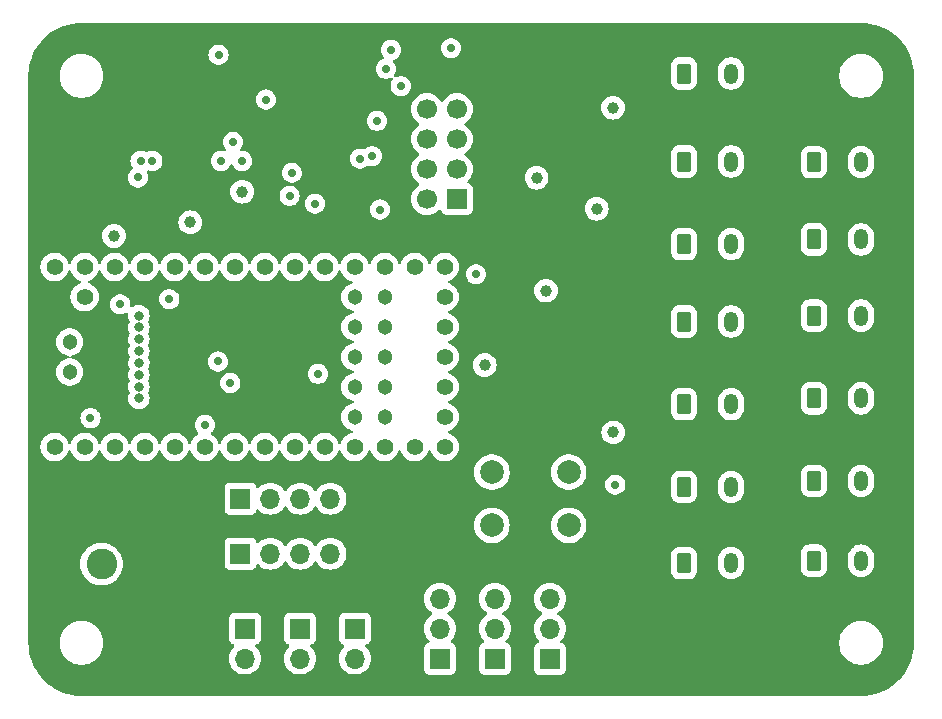
<source format=gbr>
%TF.GenerationSoftware,KiCad,Pcbnew,8.0.7*%
%TF.CreationDate,2024-12-26T23:36:22+07:00*%
%TF.ProjectId,Teensy4.0PCB,5465656e-7379-4342-9e30-5043422e6b69,rev?*%
%TF.SameCoordinates,Original*%
%TF.FileFunction,Copper,L2,Inr*%
%TF.FilePolarity,Positive*%
%FSLAX46Y46*%
G04 Gerber Fmt 4.6, Leading zero omitted, Abs format (unit mm)*
G04 Created by KiCad (PCBNEW 8.0.7) date 2024-12-26 23:36:22*
%MOMM*%
%LPD*%
G01*
G04 APERTURE LIST*
G04 Aperture macros list*
%AMRoundRect*
0 Rectangle with rounded corners*
0 $1 Rounding radius*
0 $2 $3 $4 $5 $6 $7 $8 $9 X,Y pos of 4 corners*
0 Add a 4 corners polygon primitive as box body*
4,1,4,$2,$3,$4,$5,$6,$7,$8,$9,$2,$3,0*
0 Add four circle primitives for the rounded corners*
1,1,$1+$1,$2,$3*
1,1,$1+$1,$4,$5*
1,1,$1+$1,$6,$7*
1,1,$1+$1,$8,$9*
0 Add four rect primitives between the rounded corners*
20,1,$1+$1,$2,$3,$4,$5,0*
20,1,$1+$1,$4,$5,$6,$7,0*
20,1,$1+$1,$6,$7,$8,$9,0*
20,1,$1+$1,$8,$9,$2,$3,0*%
G04 Aperture macros list end*
%TA.AperFunction,ComponentPad*%
%ADD10R,1.700000X1.700000*%
%TD*%
%TA.AperFunction,ComponentPad*%
%ADD11O,1.700000X1.700000*%
%TD*%
%TA.AperFunction,ComponentPad*%
%ADD12C,2.000000*%
%TD*%
%TA.AperFunction,ComponentPad*%
%ADD13RoundRect,0.250000X-0.350000X-0.625000X0.350000X-0.625000X0.350000X0.625000X-0.350000X0.625000X0*%
%TD*%
%TA.AperFunction,ComponentPad*%
%ADD14O,1.200000X1.750000*%
%TD*%
%TA.AperFunction,ComponentPad*%
%ADD15R,2.600000X2.600000*%
%TD*%
%TA.AperFunction,ComponentPad*%
%ADD16C,2.600000*%
%TD*%
%TA.AperFunction,ComponentPad*%
%ADD17C,1.700000*%
%TD*%
%TA.AperFunction,ComponentPad*%
%ADD18C,1.404000*%
%TD*%
%TA.AperFunction,ComponentPad*%
%ADD19C,1.304000*%
%TD*%
%TA.AperFunction,ComponentPad*%
%ADD20C,0.804000*%
%TD*%
%TA.AperFunction,ViaPad*%
%ADD21C,0.700000*%
%TD*%
%TA.AperFunction,ViaPad*%
%ADD22C,1.000000*%
%TD*%
G04 APERTURE END LIST*
D10*
%TO.N,+3.3V*%
%TO.C,3.3V*%
X153650000Y-120540000D03*
D11*
X153650000Y-118000000D03*
X153650000Y-115460000D03*
%TD*%
D12*
%TO.N,/button_pin*%
%TO.C,Button1*%
X148750000Y-104750000D03*
X155250000Y-104750000D03*
%TO.N,Net-(Button1-Pad2)*%
X148750000Y-109250000D03*
X155250000Y-109250000D03*
%TD*%
D10*
%TO.N,+5V*%
%TO.C,5V*%
X149000000Y-120540000D03*
D11*
X149000000Y-118000000D03*
X149000000Y-115460000D03*
%TD*%
D10*
%TO.N,GND*%
%TO.C,GND*%
X144350000Y-120540000D03*
D11*
X144350000Y-118000000D03*
X144350000Y-115460000D03*
%TD*%
D13*
%TO.N,GND*%
%TO.C,servo11*%
X165000000Y-71000000D03*
D14*
%TO.N,VCC*%
X167000000Y-71000000D03*
%TO.N,Net-(IC2-A2)*%
X169000000Y-71000000D03*
%TD*%
D15*
%TO.N,VCC*%
%TO.C,Main-Terminal1*%
X115695000Y-107455000D03*
D16*
%TO.N,GND*%
X115695000Y-112535000D03*
%TD*%
D14*
%TO.N,Net-(IC2-A2)*%
%TO.C,servo10*%
X180000000Y-105500000D03*
%TO.N,VCC*%
X178000000Y-105500000D03*
D13*
%TO.N,GND*%
X176000000Y-105500000D03*
%TD*%
%TO.N,GND*%
%TO.C,servo1*%
X165000000Y-85450000D03*
D14*
%TO.N,VCC*%
X167000000Y-85450000D03*
%TO.N,Net-(IC2-A2)*%
X169000000Y-85450000D03*
%TD*%
D10*
%TO.N,/serial_rx4*%
%TO.C,S4*%
X132490000Y-117990000D03*
D11*
%TO.N,/serial_tx4*%
X132490000Y-120530000D03*
%TD*%
D13*
%TO.N,GND*%
%TO.C,servo9*%
X165000000Y-112450000D03*
D14*
%TO.N,VCC*%
X167000000Y-112450000D03*
%TO.N,Net-(IC2-A2)*%
X169000000Y-112450000D03*
%TD*%
%TO.N,Net-(IC2-A2)*%
%TO.C,servo3*%
X180000000Y-85050000D03*
%TO.N,VCC*%
X178000000Y-85050000D03*
D13*
%TO.N,GND*%
X176000000Y-85050000D03*
%TD*%
D14*
%TO.N,Net-(IC2-A2)*%
%TO.C,servo7*%
X180000000Y-91500000D03*
%TO.N,VCC*%
X178000000Y-91500000D03*
D13*
%TO.N,GND*%
X176000000Y-91500000D03*
%TD*%
D14*
%TO.N,Net-(IC2-A2)*%
%TO.C,servo5*%
X180000000Y-98500000D03*
%TO.N,VCC*%
X178000000Y-98500000D03*
D13*
%TO.N,GND*%
X176000000Y-98500000D03*
%TD*%
%TO.N,GND*%
%TO.C,servo8*%
X165000000Y-99000000D03*
D14*
%TO.N,VCC*%
X167000000Y-99000000D03*
%TO.N,Net-(IC2-A2)*%
X169000000Y-99000000D03*
%TD*%
D13*
%TO.N,GND*%
%TO.C,servo4*%
X165000000Y-92000000D03*
D14*
%TO.N,VCC*%
X167000000Y-92000000D03*
%TO.N,Net-(IC2-A2)*%
X169000000Y-92000000D03*
%TD*%
D10*
%TO.N,/serial_rx5*%
%TO.C,S5*%
X137140000Y-117990000D03*
D11*
%TO.N,/serial_tx5*%
X137140000Y-120530000D03*
%TD*%
D14*
%TO.N,Net-(IC2-A2)*%
%TO.C,servo2*%
X180000000Y-78500000D03*
%TO.N,VCC*%
X178000000Y-78500000D03*
D13*
%TO.N,GND*%
X176000000Y-78500000D03*
%TD*%
D10*
%TO.N,Net-(J2-Pin_1)*%
%TO.C,J2*%
X127460000Y-107000000D03*
D11*
%TO.N,Net-(J2-Pin_2)*%
X130000000Y-107000000D03*
%TO.N,Net-(J2-Pin_3)*%
X132540000Y-107000000D03*
%TO.N,Net-(J2-Pin_4)*%
X135080000Y-107000000D03*
%TD*%
D10*
%TO.N,/serial_rx3*%
%TO.C,S3*%
X127840000Y-117990000D03*
D11*
%TO.N,/serial_tx3*%
X127840000Y-120530000D03*
%TD*%
D13*
%TO.N,GND*%
%TO.C,servo6*%
X165000000Y-106000000D03*
D14*
%TO.N,VCC*%
X167000000Y-106000000D03*
%TO.N,Net-(IC2-A2)*%
X169000000Y-106000000D03*
%TD*%
D13*
%TO.N,GND*%
%TO.C,servo13*%
X165000000Y-78450000D03*
D14*
%TO.N,VCC*%
X167000000Y-78450000D03*
%TO.N,Net-(IC2-A2)*%
X169000000Y-78450000D03*
%TD*%
D10*
%TO.N,Net-(J1-Pin_1)*%
%TO.C,J1*%
X127460000Y-111650000D03*
D11*
%TO.N,Net-(J1-Pin_2)*%
X130000000Y-111650000D03*
%TO.N,Net-(J1-Pin_3)*%
X132540000Y-111650000D03*
%TO.N,Net-(J1-Pin_4)*%
X135080000Y-111650000D03*
%TD*%
D14*
%TO.N,Net-(IC2-A2)*%
%TO.C,servo12*%
X180000000Y-112250000D03*
%TO.N,VCC*%
X178000000Y-112250000D03*
D13*
%TO.N,GND*%
X176000000Y-112250000D03*
%TD*%
D10*
%TO.N,GND*%
%TO.C,U2*%
X145789500Y-81625000D03*
D17*
%TO.N,+3.3V*%
X143249500Y-81625000D03*
%TO.N,/NRF_CE*%
X145789500Y-79085000D03*
%TO.N,/NRF_CS*%
X143249500Y-79085000D03*
%TO.N,/NRF_SCK*%
X145789500Y-76545000D03*
%TO.N,/NRF_MOSI*%
X143249500Y-76545000D03*
%TO.N,/NRF_MISO*%
X145789500Y-74005000D03*
%TO.N,unconnected-(U2-IRQ-Pad8)*%
X143249500Y-74005000D03*
%TD*%
D18*
%TO.N,GND*%
%TO.C,U1*%
X111725000Y-102620000D03*
%TO.N,/servo_rx1*%
X114265000Y-102620000D03*
%TO.N,/servo_tx1*%
X116805000Y-102620000D03*
%TO.N,/servo_dir*%
X119345000Y-102620000D03*
%TO.N,/button_pin*%
X121885000Y-102620000D03*
%TO.N,unconnected-(U1-4_BCLK2-Pad6)*%
X124425000Y-102620000D03*
%TO.N,/BNO_RESET*%
X126965000Y-102620000D03*
%TO.N,/BNO_INT*%
X129505000Y-102620000D03*
%TO.N,unconnected-(U1-7_RX2_OUT1A-Pad9)*%
X132045000Y-102620000D03*
%TO.N,unconnected-(U1-8_TX2_IN1-Pad10)*%
X134585000Y-102620000D03*
%TO.N,/NRF_CE*%
X137125000Y-102620000D03*
%TO.N,/NRF_CS*%
X139665000Y-102620000D03*
%TO.N,/NRF_MOSI*%
X142205000Y-102620000D03*
%TO.N,/NRF_MISO*%
X144745000Y-102620000D03*
%TO.N,unconnected-(U1-VBAT-Pad15)*%
X144745000Y-100080000D03*
%TO.N,unconnected-(U1-3V3-Pad16)*%
X144745000Y-97540000D03*
%TO.N,GND*%
X144745000Y-95000000D03*
%TO.N,unconnected-(U1-PROGRAM-Pad18)*%
X144745000Y-92460000D03*
%TO.N,unconnected-(U1-ON_OFF-Pad19)*%
X144745000Y-89920000D03*
%TO.N,/NRF_SCK*%
X144745000Y-87380000D03*
%TO.N,/serial_rx3*%
X142205000Y-87380000D03*
%TO.N,/serial_tx3*%
X139665000Y-87380000D03*
%TO.N,/serial_rx4*%
X137125000Y-87380000D03*
%TO.N,/serial_tx4*%
X134585000Y-87380000D03*
%TO.N,/SDA*%
X132045000Y-87380000D03*
%TO.N,/SCL*%
X129505000Y-87380000D03*
%TO.N,/serial_rx5*%
X126965000Y-87380000D03*
%TO.N,/serial_tx5*%
X124425000Y-87380000D03*
%TO.N,unconnected-(U1-22_A8_CTX1-Pad29)*%
X121885000Y-87380000D03*
%TO.N,unconnected-(U1-23_A9_CRX1_MCLK1-Pad30)*%
X119345000Y-87380000D03*
%TO.N,unconnected-(U1-3V3-Pad31)*%
X116805000Y-87380000D03*
%TO.N,GND*%
X114265000Y-87380000D03*
%TO.N,+5V*%
X111725000Y-87380000D03*
%TO.N,unconnected-(U1-VUSB-Pad34)*%
X114265000Y-89920000D03*
D19*
%TO.N,Net-(J1-Pin_1)*%
X139665000Y-89920000D03*
%TO.N,Net-(J1-Pin_2)*%
X137125000Y-89920000D03*
%TO.N,Net-(J1-Pin_3)*%
X139665000Y-92460000D03*
%TO.N,Net-(J1-Pin_4)*%
X137125000Y-92460000D03*
%TO.N,Net-(J2-Pin_1)*%
X139665000Y-95000000D03*
%TO.N,Net-(J2-Pin_2)*%
X137125000Y-95000000D03*
%TO.N,Net-(J2-Pin_3)*%
X139665000Y-97540000D03*
%TO.N,Net-(J2-Pin_4)*%
X137125000Y-97540000D03*
%TO.N,unconnected-(U1-32_OUT1B-Pad43)*%
X139665000Y-100080000D03*
%TO.N,unconnected-(U1-33_MCLK2-Pad44)*%
X137125000Y-100080000D03*
D20*
%TO.N,unconnected-(U1-34_DAT1_MISO2-Pad45)*%
X118863400Y-91500000D03*
%TO.N,unconnected-(U1-35_DAT0_MOSI2-Pad46)*%
X118863400Y-92500000D03*
%TO.N,unconnected-(U1-GND-Pad47)*%
X118863400Y-93500000D03*
%TO.N,unconnected-(U1-36_CLK_CS2-Pad48)*%
X118863400Y-94500000D03*
%TO.N,unconnected-(U1-3V3-Pad49)*%
X118863400Y-95500000D03*
%TO.N,unconnected-(U1-37_CMD_SCK2-Pad50)*%
X118863400Y-96500000D03*
%TO.N,unconnected-(U1-38_DAT3_RX5-Pad51)*%
X118863400Y-97500000D03*
%TO.N,unconnected-(U1-39_DAT2_TX5-Pad52)*%
X118863400Y-98500000D03*
D19*
%TO.N,unconnected-(U1-D--Pad53)*%
X112995000Y-93730000D03*
%TO.N,unconnected-(U1-D+-Pad54)*%
X112995000Y-96270000D03*
%TD*%
D21*
%TO.N,+3.3V*%
X147400000Y-88000000D03*
D22*
X152530000Y-79830000D03*
D21*
%TO.N,+5V*%
X131620000Y-81360000D03*
D22*
X123200000Y-83600000D03*
X127600000Y-81000000D03*
X153330000Y-89380000D03*
D21*
X125600000Y-69400000D03*
D22*
%TO.N,VCC*%
X161070000Y-86960000D03*
X161030000Y-84320000D03*
D21*
%TO.N,/servo_tx1*%
X120000000Y-78400000D03*
%TO.N,Net-(IC1-B2)*%
X137600000Y-78200000D03*
X127600000Y-78400000D03*
%TO.N,/servo_dir*%
X118800000Y-79800000D03*
%TO.N,Net-(IC1-B3)*%
X138600000Y-78000000D03*
X126823020Y-76802194D03*
%TO.N,/servo_rx1*%
X119000000Y-78400000D03*
%TO.N,Net-(IC2-A2)*%
X133780000Y-82010000D03*
%TO.N,Net-(J1-Pin_4)*%
X124445000Y-100735000D03*
%TO.N,Net-(J2-Pin_4)*%
X134010000Y-96430000D03*
X125554975Y-95380000D03*
%TO.N,/BNO_RESET*%
X139287500Y-82512500D03*
%TO.N,/SDA*%
X145280000Y-68860000D03*
%TO.N,/SCL*%
X141020000Y-72070000D03*
%TO.N,/serial_tx5*%
X114760000Y-100180000D03*
%TO.N,/serial_rx5*%
X117290000Y-90550000D03*
X121440000Y-90100000D03*
%TO.N,/BNO_INT*%
X126600000Y-97200000D03*
X139800000Y-70600000D03*
%TO.N,GND*%
X125800000Y-78400000D03*
X139000000Y-75000000D03*
D22*
X157620000Y-82440000D03*
D21*
X129600000Y-73200000D03*
X140200000Y-69000000D03*
D22*
X159030000Y-101390000D03*
X148150000Y-95680000D03*
X116750000Y-84750000D03*
D21*
X131800000Y-79400000D03*
X159200000Y-105800000D03*
D22*
X159000000Y-73890000D03*
%TD*%
%TA.AperFunction,Conductor*%
%TO.N,VCC*%
G36*
X180002702Y-66700617D02*
G01*
X180386771Y-66717386D01*
X180397506Y-66718326D01*
X180775971Y-66768152D01*
X180786597Y-66770025D01*
X181159284Y-66852648D01*
X181169710Y-66855442D01*
X181533765Y-66970227D01*
X181543911Y-66973920D01*
X181896578Y-67120000D01*
X181906369Y-67124566D01*
X182244942Y-67300816D01*
X182254310Y-67306224D01*
X182576244Y-67511318D01*
X182585105Y-67517523D01*
X182887930Y-67749889D01*
X182896217Y-67756843D01*
X183177635Y-68014715D01*
X183185284Y-68022364D01*
X183443156Y-68303782D01*
X183450110Y-68312069D01*
X183682476Y-68614894D01*
X183688681Y-68623755D01*
X183893775Y-68945689D01*
X183899183Y-68955057D01*
X184075430Y-69293623D01*
X184080002Y-69303427D01*
X184226075Y-69656078D01*
X184229775Y-69666244D01*
X184344554Y-70030278D01*
X184347354Y-70040727D01*
X184429971Y-70413389D01*
X184431849Y-70424042D01*
X184481671Y-70802473D01*
X184482614Y-70813249D01*
X184499382Y-71197297D01*
X184499500Y-71202706D01*
X184499500Y-119197293D01*
X184499382Y-119202702D01*
X184482614Y-119586750D01*
X184481671Y-119597526D01*
X184431849Y-119975957D01*
X184429971Y-119986610D01*
X184347354Y-120359272D01*
X184344554Y-120369721D01*
X184229775Y-120733755D01*
X184226075Y-120743921D01*
X184080002Y-121096572D01*
X184075430Y-121106376D01*
X183899183Y-121444942D01*
X183893775Y-121454310D01*
X183688681Y-121776244D01*
X183682476Y-121785105D01*
X183450110Y-122087930D01*
X183443156Y-122096217D01*
X183185284Y-122377635D01*
X183177635Y-122385284D01*
X182896217Y-122643156D01*
X182887930Y-122650110D01*
X182585105Y-122882476D01*
X182576244Y-122888681D01*
X182254310Y-123093775D01*
X182244942Y-123099183D01*
X181906376Y-123275430D01*
X181896572Y-123280002D01*
X181543921Y-123426075D01*
X181533755Y-123429775D01*
X181169721Y-123544554D01*
X181159272Y-123547354D01*
X180786610Y-123629971D01*
X180775957Y-123631849D01*
X180397526Y-123681671D01*
X180386750Y-123682614D01*
X180002703Y-123699382D01*
X179997294Y-123699500D01*
X114002706Y-123699500D01*
X113997297Y-123699382D01*
X113613249Y-123682614D01*
X113602473Y-123681671D01*
X113224042Y-123631849D01*
X113213389Y-123629971D01*
X112840727Y-123547354D01*
X112830278Y-123544554D01*
X112466244Y-123429775D01*
X112456078Y-123426075D01*
X112103427Y-123280002D01*
X112093623Y-123275430D01*
X111755057Y-123099183D01*
X111745689Y-123093775D01*
X111423755Y-122888681D01*
X111414894Y-122882476D01*
X111112069Y-122650110D01*
X111103782Y-122643156D01*
X110822364Y-122385284D01*
X110814715Y-122377635D01*
X110556843Y-122096217D01*
X110549889Y-122087930D01*
X110317523Y-121785105D01*
X110311318Y-121776244D01*
X110106224Y-121454310D01*
X110100816Y-121444942D01*
X110097135Y-121437870D01*
X109924566Y-121106369D01*
X109919997Y-121096572D01*
X109773920Y-120743911D01*
X109770224Y-120733755D01*
X109655442Y-120369710D01*
X109652648Y-120359284D01*
X109570025Y-119986597D01*
X109568152Y-119975971D01*
X109518326Y-119597506D01*
X109517386Y-119586771D01*
X109500618Y-119202702D01*
X109500500Y-119197293D01*
X109500500Y-119078711D01*
X112149500Y-119078711D01*
X112149500Y-119321288D01*
X112181161Y-119561785D01*
X112243947Y-119796104D01*
X112336773Y-120020205D01*
X112336776Y-120020212D01*
X112458064Y-120230289D01*
X112458066Y-120230292D01*
X112458067Y-120230293D01*
X112605733Y-120422736D01*
X112605739Y-120422743D01*
X112777256Y-120594260D01*
X112777262Y-120594265D01*
X112969711Y-120741936D01*
X113179788Y-120863224D01*
X113403900Y-120956054D01*
X113638211Y-121018838D01*
X113818586Y-121042584D01*
X113878711Y-121050500D01*
X113878712Y-121050500D01*
X114121289Y-121050500D01*
X114169388Y-121044167D01*
X114361789Y-121018838D01*
X114596100Y-120956054D01*
X114820212Y-120863224D01*
X115030289Y-120741936D01*
X115222738Y-120594265D01*
X115287004Y-120529999D01*
X126484341Y-120529999D01*
X126484341Y-120530000D01*
X126504936Y-120765403D01*
X126504938Y-120765413D01*
X126566094Y-120993655D01*
X126566096Y-120993659D01*
X126566097Y-120993663D01*
X126618656Y-121106376D01*
X126665965Y-121207830D01*
X126665967Y-121207834D01*
X126774281Y-121362521D01*
X126801505Y-121401401D01*
X126968599Y-121568495D01*
X127039108Y-121617866D01*
X127162165Y-121704032D01*
X127162167Y-121704033D01*
X127162170Y-121704035D01*
X127376337Y-121803903D01*
X127604592Y-121865063D01*
X127792918Y-121881539D01*
X127839999Y-121885659D01*
X127840000Y-121885659D01*
X127840001Y-121885659D01*
X127879234Y-121882226D01*
X128075408Y-121865063D01*
X128303663Y-121803903D01*
X128517830Y-121704035D01*
X128711401Y-121568495D01*
X128878495Y-121401401D01*
X129014035Y-121207830D01*
X129113903Y-120993663D01*
X129175063Y-120765408D01*
X129195659Y-120530000D01*
X129195659Y-120529999D01*
X131134341Y-120529999D01*
X131134341Y-120530000D01*
X131154936Y-120765403D01*
X131154938Y-120765413D01*
X131216094Y-120993655D01*
X131216096Y-120993659D01*
X131216097Y-120993663D01*
X131268656Y-121106376D01*
X131315965Y-121207830D01*
X131315967Y-121207834D01*
X131424281Y-121362521D01*
X131451505Y-121401401D01*
X131618599Y-121568495D01*
X131689108Y-121617866D01*
X131812165Y-121704032D01*
X131812167Y-121704033D01*
X131812170Y-121704035D01*
X132026337Y-121803903D01*
X132254592Y-121865063D01*
X132442918Y-121881539D01*
X132489999Y-121885659D01*
X132490000Y-121885659D01*
X132490001Y-121885659D01*
X132529234Y-121882226D01*
X132725408Y-121865063D01*
X132953663Y-121803903D01*
X133167830Y-121704035D01*
X133361401Y-121568495D01*
X133528495Y-121401401D01*
X133664035Y-121207830D01*
X133763903Y-120993663D01*
X133825063Y-120765408D01*
X133845659Y-120530000D01*
X133845659Y-120529999D01*
X135784341Y-120529999D01*
X135784341Y-120530000D01*
X135804936Y-120765403D01*
X135804938Y-120765413D01*
X135866094Y-120993655D01*
X135866096Y-120993659D01*
X135866097Y-120993663D01*
X135918656Y-121106376D01*
X135965965Y-121207830D01*
X135965967Y-121207834D01*
X136074281Y-121362521D01*
X136101505Y-121401401D01*
X136268599Y-121568495D01*
X136339108Y-121617866D01*
X136462165Y-121704032D01*
X136462167Y-121704033D01*
X136462170Y-121704035D01*
X136676337Y-121803903D01*
X136904592Y-121865063D01*
X137092918Y-121881539D01*
X137139999Y-121885659D01*
X137140000Y-121885659D01*
X137140001Y-121885659D01*
X137179234Y-121882226D01*
X137375408Y-121865063D01*
X137603663Y-121803903D01*
X137817830Y-121704035D01*
X138011401Y-121568495D01*
X138178495Y-121401401D01*
X138314035Y-121207830D01*
X138413903Y-120993663D01*
X138475063Y-120765408D01*
X138495659Y-120530000D01*
X138475063Y-120294592D01*
X138413903Y-120066337D01*
X138314035Y-119852171D01*
X138178495Y-119658599D01*
X138056567Y-119536671D01*
X138023084Y-119475351D01*
X138028068Y-119405659D01*
X138069939Y-119349725D01*
X138100915Y-119332810D01*
X138232331Y-119283796D01*
X138347546Y-119197546D01*
X138433796Y-119082331D01*
X138484091Y-118947483D01*
X138490500Y-118887873D01*
X138490499Y-117092128D01*
X138484091Y-117032517D01*
X138457605Y-116961505D01*
X138433797Y-116897671D01*
X138433793Y-116897664D01*
X138347547Y-116782455D01*
X138347544Y-116782452D01*
X138232335Y-116696206D01*
X138232328Y-116696202D01*
X138097482Y-116645908D01*
X138097483Y-116645908D01*
X138037883Y-116639501D01*
X138037881Y-116639500D01*
X138037873Y-116639500D01*
X138037864Y-116639500D01*
X136242129Y-116639500D01*
X136242123Y-116639501D01*
X136182516Y-116645908D01*
X136047671Y-116696202D01*
X136047664Y-116696206D01*
X135932455Y-116782452D01*
X135932452Y-116782455D01*
X135846206Y-116897664D01*
X135846202Y-116897671D01*
X135795908Y-117032517D01*
X135789501Y-117092116D01*
X135789501Y-117092123D01*
X135789500Y-117092135D01*
X135789500Y-118887870D01*
X135789501Y-118887876D01*
X135795908Y-118947483D01*
X135846202Y-119082328D01*
X135846206Y-119082335D01*
X135932452Y-119197544D01*
X135932455Y-119197547D01*
X136047664Y-119283793D01*
X136047671Y-119283797D01*
X136179081Y-119332810D01*
X136235015Y-119374681D01*
X136259432Y-119440145D01*
X136244580Y-119508418D01*
X136223430Y-119536673D01*
X136101503Y-119658600D01*
X135965965Y-119852169D01*
X135965964Y-119852171D01*
X135866098Y-120066335D01*
X135866094Y-120066344D01*
X135804938Y-120294586D01*
X135804936Y-120294596D01*
X135784341Y-120529999D01*
X133845659Y-120529999D01*
X133825063Y-120294592D01*
X133763903Y-120066337D01*
X133664035Y-119852171D01*
X133528495Y-119658599D01*
X133406567Y-119536671D01*
X133373084Y-119475351D01*
X133378068Y-119405659D01*
X133419939Y-119349725D01*
X133450915Y-119332810D01*
X133582331Y-119283796D01*
X133697546Y-119197546D01*
X133783796Y-119082331D01*
X133834091Y-118947483D01*
X133840500Y-118887873D01*
X133840499Y-117092128D01*
X133834091Y-117032517D01*
X133807605Y-116961505D01*
X133783797Y-116897671D01*
X133783793Y-116897664D01*
X133697547Y-116782455D01*
X133697544Y-116782452D01*
X133582335Y-116696206D01*
X133582328Y-116696202D01*
X133447482Y-116645908D01*
X133447483Y-116645908D01*
X133387883Y-116639501D01*
X133387881Y-116639500D01*
X133387873Y-116639500D01*
X133387864Y-116639500D01*
X131592129Y-116639500D01*
X131592123Y-116639501D01*
X131532516Y-116645908D01*
X131397671Y-116696202D01*
X131397664Y-116696206D01*
X131282455Y-116782452D01*
X131282452Y-116782455D01*
X131196206Y-116897664D01*
X131196202Y-116897671D01*
X131145908Y-117032517D01*
X131139501Y-117092116D01*
X131139501Y-117092123D01*
X131139500Y-117092135D01*
X131139500Y-118887870D01*
X131139501Y-118887876D01*
X131145908Y-118947483D01*
X131196202Y-119082328D01*
X131196206Y-119082335D01*
X131282452Y-119197544D01*
X131282455Y-119197547D01*
X131397664Y-119283793D01*
X131397671Y-119283797D01*
X131529081Y-119332810D01*
X131585015Y-119374681D01*
X131609432Y-119440145D01*
X131594580Y-119508418D01*
X131573430Y-119536673D01*
X131451503Y-119658600D01*
X131315965Y-119852169D01*
X131315964Y-119852171D01*
X131216098Y-120066335D01*
X131216094Y-120066344D01*
X131154938Y-120294586D01*
X131154936Y-120294596D01*
X131134341Y-120529999D01*
X129195659Y-120529999D01*
X129175063Y-120294592D01*
X129113903Y-120066337D01*
X129014035Y-119852171D01*
X128878495Y-119658599D01*
X128756567Y-119536671D01*
X128723084Y-119475351D01*
X128728068Y-119405659D01*
X128769939Y-119349725D01*
X128800915Y-119332810D01*
X128932331Y-119283796D01*
X129047546Y-119197546D01*
X129133796Y-119082331D01*
X129184091Y-118947483D01*
X129190500Y-118887873D01*
X129190499Y-117092128D01*
X129184091Y-117032517D01*
X129157605Y-116961505D01*
X129133797Y-116897671D01*
X129133793Y-116897664D01*
X129047547Y-116782455D01*
X129047544Y-116782452D01*
X128932335Y-116696206D01*
X128932328Y-116696202D01*
X128797482Y-116645908D01*
X128797483Y-116645908D01*
X128737883Y-116639501D01*
X128737881Y-116639500D01*
X128737873Y-116639500D01*
X128737864Y-116639500D01*
X126942129Y-116639500D01*
X126942123Y-116639501D01*
X126882516Y-116645908D01*
X126747671Y-116696202D01*
X126747664Y-116696206D01*
X126632455Y-116782452D01*
X126632452Y-116782455D01*
X126546206Y-116897664D01*
X126546202Y-116897671D01*
X126495908Y-117032517D01*
X126489501Y-117092116D01*
X126489501Y-117092123D01*
X126489500Y-117092135D01*
X126489500Y-118887870D01*
X126489501Y-118887876D01*
X126495908Y-118947483D01*
X126546202Y-119082328D01*
X126546206Y-119082335D01*
X126632452Y-119197544D01*
X126632455Y-119197547D01*
X126747664Y-119283793D01*
X126747671Y-119283797D01*
X126879081Y-119332810D01*
X126935015Y-119374681D01*
X126959432Y-119440145D01*
X126944580Y-119508418D01*
X126923430Y-119536673D01*
X126801503Y-119658600D01*
X126665965Y-119852169D01*
X126665964Y-119852171D01*
X126566098Y-120066335D01*
X126566094Y-120066344D01*
X126504938Y-120294586D01*
X126504936Y-120294596D01*
X126484341Y-120529999D01*
X115287004Y-120529999D01*
X115394265Y-120422738D01*
X115541936Y-120230289D01*
X115663224Y-120020212D01*
X115756054Y-119796100D01*
X115818838Y-119561789D01*
X115850500Y-119321288D01*
X115850500Y-119078712D01*
X115818838Y-118838211D01*
X115756054Y-118603900D01*
X115663224Y-118379788D01*
X115541936Y-118169711D01*
X115481018Y-118090321D01*
X115394266Y-117977263D01*
X115394260Y-117977256D01*
X115222743Y-117805739D01*
X115222736Y-117805733D01*
X115030293Y-117658067D01*
X115030292Y-117658066D01*
X115030289Y-117658064D01*
X114820212Y-117536776D01*
X114819152Y-117536337D01*
X114596104Y-117443947D01*
X114361785Y-117381161D01*
X114121289Y-117349500D01*
X114121288Y-117349500D01*
X113878712Y-117349500D01*
X113878711Y-117349500D01*
X113638214Y-117381161D01*
X113403895Y-117443947D01*
X113179794Y-117536773D01*
X113179785Y-117536777D01*
X112969706Y-117658067D01*
X112777263Y-117805733D01*
X112777256Y-117805739D01*
X112605739Y-117977256D01*
X112605733Y-117977263D01*
X112458067Y-118169706D01*
X112336777Y-118379785D01*
X112336773Y-118379794D01*
X112243947Y-118603895D01*
X112181161Y-118838214D01*
X112149500Y-119078711D01*
X109500500Y-119078711D01*
X109500500Y-115459999D01*
X142994341Y-115459999D01*
X142994341Y-115460000D01*
X143014936Y-115695403D01*
X143014938Y-115695413D01*
X143076094Y-115923655D01*
X143076096Y-115923659D01*
X143076097Y-115923663D01*
X143175965Y-116137830D01*
X143175967Y-116137834D01*
X143311501Y-116331395D01*
X143311506Y-116331402D01*
X143478597Y-116498493D01*
X143478603Y-116498498D01*
X143664158Y-116628425D01*
X143707783Y-116683002D01*
X143714977Y-116752500D01*
X143683454Y-116814855D01*
X143664158Y-116831575D01*
X143478597Y-116961505D01*
X143311505Y-117128597D01*
X143175965Y-117322169D01*
X143175964Y-117322171D01*
X143076098Y-117536335D01*
X143076094Y-117536344D01*
X143014938Y-117764586D01*
X143014936Y-117764596D01*
X142994341Y-117999999D01*
X142994341Y-118000000D01*
X143014936Y-118235403D01*
X143014938Y-118235413D01*
X143076094Y-118463655D01*
X143076096Y-118463659D01*
X143076097Y-118463663D01*
X143141491Y-118603900D01*
X143175965Y-118677830D01*
X143175967Y-118677834D01*
X143284281Y-118832521D01*
X143311501Y-118871396D01*
X143311506Y-118871402D01*
X143433430Y-118993326D01*
X143466915Y-119054649D01*
X143461931Y-119124341D01*
X143420059Y-119180274D01*
X143389083Y-119197189D01*
X143257669Y-119246203D01*
X143257664Y-119246206D01*
X143142455Y-119332452D01*
X143142452Y-119332455D01*
X143056206Y-119447664D01*
X143056202Y-119447671D01*
X143005908Y-119582517D01*
X143004295Y-119597526D01*
X142999501Y-119642123D01*
X142999500Y-119642135D01*
X142999500Y-121437870D01*
X142999501Y-121437876D01*
X143005908Y-121497483D01*
X143056202Y-121632328D01*
X143056206Y-121632335D01*
X143142452Y-121747544D01*
X143142455Y-121747547D01*
X143257664Y-121833793D01*
X143257671Y-121833797D01*
X143392517Y-121884091D01*
X143392516Y-121884091D01*
X143399444Y-121884835D01*
X143452127Y-121890500D01*
X145247872Y-121890499D01*
X145307483Y-121884091D01*
X145442331Y-121833796D01*
X145557546Y-121747546D01*
X145643796Y-121632331D01*
X145694091Y-121497483D01*
X145700500Y-121437873D01*
X145700499Y-119642128D01*
X145694091Y-119582517D01*
X145686358Y-119561785D01*
X145643797Y-119447671D01*
X145643793Y-119447664D01*
X145557547Y-119332455D01*
X145557544Y-119332452D01*
X145442335Y-119246206D01*
X145442328Y-119246202D01*
X145310917Y-119197189D01*
X145254983Y-119155318D01*
X145230566Y-119089853D01*
X145245418Y-119021580D01*
X145266563Y-118993332D01*
X145388495Y-118871401D01*
X145524035Y-118677830D01*
X145623903Y-118463663D01*
X145685063Y-118235408D01*
X145705659Y-118000000D01*
X145685063Y-117764592D01*
X145623903Y-117536337D01*
X145524035Y-117322171D01*
X145388495Y-117128599D01*
X145388494Y-117128597D01*
X145221402Y-116961506D01*
X145221396Y-116961501D01*
X145035842Y-116831575D01*
X144992217Y-116776998D01*
X144985023Y-116707500D01*
X145016546Y-116645145D01*
X145035842Y-116628425D01*
X145058026Y-116612891D01*
X145221401Y-116498495D01*
X145388495Y-116331401D01*
X145524035Y-116137830D01*
X145623903Y-115923663D01*
X145685063Y-115695408D01*
X145705659Y-115460000D01*
X145705659Y-115459999D01*
X147644341Y-115459999D01*
X147644341Y-115460000D01*
X147664936Y-115695403D01*
X147664938Y-115695413D01*
X147726094Y-115923655D01*
X147726096Y-115923659D01*
X147726097Y-115923663D01*
X147825965Y-116137830D01*
X147825967Y-116137834D01*
X147961501Y-116331395D01*
X147961506Y-116331402D01*
X148128597Y-116498493D01*
X148128603Y-116498498D01*
X148314158Y-116628425D01*
X148357783Y-116683002D01*
X148364977Y-116752500D01*
X148333454Y-116814855D01*
X148314158Y-116831575D01*
X148128597Y-116961505D01*
X147961505Y-117128597D01*
X147825965Y-117322169D01*
X147825964Y-117322171D01*
X147726098Y-117536335D01*
X147726094Y-117536344D01*
X147664938Y-117764586D01*
X147664936Y-117764596D01*
X147644341Y-117999999D01*
X147644341Y-118000000D01*
X147664936Y-118235403D01*
X147664938Y-118235413D01*
X147726094Y-118463655D01*
X147726096Y-118463659D01*
X147726097Y-118463663D01*
X147791491Y-118603900D01*
X147825965Y-118677830D01*
X147825967Y-118677834D01*
X147934281Y-118832521D01*
X147961501Y-118871396D01*
X147961506Y-118871402D01*
X148083430Y-118993326D01*
X148116915Y-119054649D01*
X148111931Y-119124341D01*
X148070059Y-119180274D01*
X148039083Y-119197189D01*
X147907669Y-119246203D01*
X147907664Y-119246206D01*
X147792455Y-119332452D01*
X147792452Y-119332455D01*
X147706206Y-119447664D01*
X147706202Y-119447671D01*
X147655908Y-119582517D01*
X147654295Y-119597526D01*
X147649501Y-119642123D01*
X147649500Y-119642135D01*
X147649500Y-121437870D01*
X147649501Y-121437876D01*
X147655908Y-121497483D01*
X147706202Y-121632328D01*
X147706206Y-121632335D01*
X147792452Y-121747544D01*
X147792455Y-121747547D01*
X147907664Y-121833793D01*
X147907671Y-121833797D01*
X148042517Y-121884091D01*
X148042516Y-121884091D01*
X148049444Y-121884835D01*
X148102127Y-121890500D01*
X149897872Y-121890499D01*
X149957483Y-121884091D01*
X150092331Y-121833796D01*
X150207546Y-121747546D01*
X150293796Y-121632331D01*
X150344091Y-121497483D01*
X150350500Y-121437873D01*
X150350499Y-119642128D01*
X150344091Y-119582517D01*
X150336358Y-119561785D01*
X150293797Y-119447671D01*
X150293793Y-119447664D01*
X150207547Y-119332455D01*
X150207544Y-119332452D01*
X150092335Y-119246206D01*
X150092328Y-119246202D01*
X149960917Y-119197189D01*
X149904983Y-119155318D01*
X149880566Y-119089853D01*
X149895418Y-119021580D01*
X149916563Y-118993332D01*
X150038495Y-118871401D01*
X150174035Y-118677830D01*
X150273903Y-118463663D01*
X150335063Y-118235408D01*
X150355659Y-118000000D01*
X150335063Y-117764592D01*
X150273903Y-117536337D01*
X150174035Y-117322171D01*
X150038495Y-117128599D01*
X150038494Y-117128597D01*
X149871402Y-116961506D01*
X149871396Y-116961501D01*
X149685842Y-116831575D01*
X149642217Y-116776998D01*
X149635023Y-116707500D01*
X149666546Y-116645145D01*
X149685842Y-116628425D01*
X149708026Y-116612891D01*
X149871401Y-116498495D01*
X150038495Y-116331401D01*
X150174035Y-116137830D01*
X150273903Y-115923663D01*
X150335063Y-115695408D01*
X150355659Y-115460000D01*
X150355659Y-115459999D01*
X152294341Y-115459999D01*
X152294341Y-115460000D01*
X152314936Y-115695403D01*
X152314938Y-115695413D01*
X152376094Y-115923655D01*
X152376096Y-115923659D01*
X152376097Y-115923663D01*
X152475965Y-116137830D01*
X152475967Y-116137834D01*
X152611501Y-116331395D01*
X152611506Y-116331402D01*
X152778597Y-116498493D01*
X152778603Y-116498498D01*
X152964158Y-116628425D01*
X153007783Y-116683002D01*
X153014977Y-116752500D01*
X152983454Y-116814855D01*
X152964158Y-116831575D01*
X152778597Y-116961505D01*
X152611505Y-117128597D01*
X152475965Y-117322169D01*
X152475964Y-117322171D01*
X152376098Y-117536335D01*
X152376094Y-117536344D01*
X152314938Y-117764586D01*
X152314936Y-117764596D01*
X152294341Y-117999999D01*
X152294341Y-118000000D01*
X152314936Y-118235403D01*
X152314938Y-118235413D01*
X152376094Y-118463655D01*
X152376096Y-118463659D01*
X152376097Y-118463663D01*
X152441491Y-118603900D01*
X152475965Y-118677830D01*
X152475967Y-118677834D01*
X152584281Y-118832521D01*
X152611501Y-118871396D01*
X152611506Y-118871402D01*
X152733430Y-118993326D01*
X152766915Y-119054649D01*
X152761931Y-119124341D01*
X152720059Y-119180274D01*
X152689083Y-119197189D01*
X152557669Y-119246203D01*
X152557664Y-119246206D01*
X152442455Y-119332452D01*
X152442452Y-119332455D01*
X152356206Y-119447664D01*
X152356202Y-119447671D01*
X152305908Y-119582517D01*
X152304295Y-119597526D01*
X152299501Y-119642123D01*
X152299500Y-119642135D01*
X152299500Y-121437870D01*
X152299501Y-121437876D01*
X152305908Y-121497483D01*
X152356202Y-121632328D01*
X152356206Y-121632335D01*
X152442452Y-121747544D01*
X152442455Y-121747547D01*
X152557664Y-121833793D01*
X152557671Y-121833797D01*
X152692517Y-121884091D01*
X152692516Y-121884091D01*
X152699444Y-121884835D01*
X152752127Y-121890500D01*
X154547872Y-121890499D01*
X154607483Y-121884091D01*
X154742331Y-121833796D01*
X154857546Y-121747546D01*
X154943796Y-121632331D01*
X154994091Y-121497483D01*
X155000500Y-121437873D01*
X155000499Y-119642128D01*
X154994091Y-119582517D01*
X154986358Y-119561785D01*
X154943797Y-119447671D01*
X154943793Y-119447664D01*
X154857547Y-119332455D01*
X154857544Y-119332452D01*
X154742335Y-119246206D01*
X154742328Y-119246202D01*
X154610917Y-119197189D01*
X154554983Y-119155318D01*
X154530566Y-119089853D01*
X154532990Y-119078711D01*
X178149500Y-119078711D01*
X178149500Y-119321288D01*
X178181161Y-119561785D01*
X178243947Y-119796104D01*
X178336773Y-120020205D01*
X178336776Y-120020212D01*
X178458064Y-120230289D01*
X178458066Y-120230292D01*
X178458067Y-120230293D01*
X178605733Y-120422736D01*
X178605739Y-120422743D01*
X178777256Y-120594260D01*
X178777262Y-120594265D01*
X178969711Y-120741936D01*
X179179788Y-120863224D01*
X179403900Y-120956054D01*
X179638211Y-121018838D01*
X179818586Y-121042584D01*
X179878711Y-121050500D01*
X179878712Y-121050500D01*
X180121289Y-121050500D01*
X180169388Y-121044167D01*
X180361789Y-121018838D01*
X180596100Y-120956054D01*
X180820212Y-120863224D01*
X181030289Y-120741936D01*
X181222738Y-120594265D01*
X181394265Y-120422738D01*
X181541936Y-120230289D01*
X181663224Y-120020212D01*
X181756054Y-119796100D01*
X181818838Y-119561789D01*
X181850500Y-119321288D01*
X181850500Y-119078712D01*
X181818838Y-118838211D01*
X181756054Y-118603900D01*
X181663224Y-118379788D01*
X181541936Y-118169711D01*
X181481018Y-118090321D01*
X181394266Y-117977263D01*
X181394260Y-117977256D01*
X181222743Y-117805739D01*
X181222736Y-117805733D01*
X181030293Y-117658067D01*
X181030292Y-117658066D01*
X181030289Y-117658064D01*
X180820212Y-117536776D01*
X180819152Y-117536337D01*
X180596104Y-117443947D01*
X180361785Y-117381161D01*
X180121289Y-117349500D01*
X180121288Y-117349500D01*
X179878712Y-117349500D01*
X179878711Y-117349500D01*
X179638214Y-117381161D01*
X179403895Y-117443947D01*
X179179794Y-117536773D01*
X179179785Y-117536777D01*
X178969706Y-117658067D01*
X178777263Y-117805733D01*
X178777256Y-117805739D01*
X178605739Y-117977256D01*
X178605733Y-117977263D01*
X178458067Y-118169706D01*
X178336777Y-118379785D01*
X178336773Y-118379794D01*
X178243947Y-118603895D01*
X178181161Y-118838214D01*
X178149500Y-119078711D01*
X154532990Y-119078711D01*
X154545418Y-119021580D01*
X154566563Y-118993332D01*
X154688495Y-118871401D01*
X154824035Y-118677830D01*
X154923903Y-118463663D01*
X154985063Y-118235408D01*
X155005659Y-118000000D01*
X154985063Y-117764592D01*
X154923903Y-117536337D01*
X154824035Y-117322171D01*
X154688495Y-117128599D01*
X154688494Y-117128597D01*
X154521402Y-116961506D01*
X154521396Y-116961501D01*
X154335842Y-116831575D01*
X154292217Y-116776998D01*
X154285023Y-116707500D01*
X154316546Y-116645145D01*
X154335842Y-116628425D01*
X154358026Y-116612891D01*
X154521401Y-116498495D01*
X154688495Y-116331401D01*
X154824035Y-116137830D01*
X154923903Y-115923663D01*
X154985063Y-115695408D01*
X155005659Y-115460000D01*
X154985063Y-115224592D01*
X154923903Y-114996337D01*
X154824035Y-114782171D01*
X154688495Y-114588599D01*
X154688494Y-114588597D01*
X154521402Y-114421506D01*
X154521395Y-114421501D01*
X154327834Y-114285967D01*
X154327830Y-114285965D01*
X154327828Y-114285964D01*
X154113663Y-114186097D01*
X154113659Y-114186096D01*
X154113655Y-114186094D01*
X153885413Y-114124938D01*
X153885403Y-114124936D01*
X153650001Y-114104341D01*
X153649999Y-114104341D01*
X153414596Y-114124936D01*
X153414586Y-114124938D01*
X153186344Y-114186094D01*
X153186335Y-114186098D01*
X152972171Y-114285964D01*
X152972169Y-114285965D01*
X152778597Y-114421505D01*
X152611505Y-114588597D01*
X152475965Y-114782169D01*
X152475964Y-114782171D01*
X152376098Y-114996335D01*
X152376094Y-114996344D01*
X152314938Y-115224586D01*
X152314936Y-115224596D01*
X152294341Y-115459999D01*
X150355659Y-115459999D01*
X150335063Y-115224592D01*
X150273903Y-114996337D01*
X150174035Y-114782171D01*
X150038495Y-114588599D01*
X150038494Y-114588597D01*
X149871402Y-114421506D01*
X149871395Y-114421501D01*
X149677834Y-114285967D01*
X149677830Y-114285965D01*
X149677828Y-114285964D01*
X149463663Y-114186097D01*
X149463659Y-114186096D01*
X149463655Y-114186094D01*
X149235413Y-114124938D01*
X149235403Y-114124936D01*
X149000001Y-114104341D01*
X148999999Y-114104341D01*
X148764596Y-114124936D01*
X148764586Y-114124938D01*
X148536344Y-114186094D01*
X148536335Y-114186098D01*
X148322171Y-114285964D01*
X148322169Y-114285965D01*
X148128597Y-114421505D01*
X147961505Y-114588597D01*
X147825965Y-114782169D01*
X147825964Y-114782171D01*
X147726098Y-114996335D01*
X147726094Y-114996344D01*
X147664938Y-115224586D01*
X147664936Y-115224596D01*
X147644341Y-115459999D01*
X145705659Y-115459999D01*
X145685063Y-115224592D01*
X145623903Y-114996337D01*
X145524035Y-114782171D01*
X145388495Y-114588599D01*
X145388494Y-114588597D01*
X145221402Y-114421506D01*
X145221395Y-114421501D01*
X145027834Y-114285967D01*
X145027830Y-114285965D01*
X145027828Y-114285964D01*
X144813663Y-114186097D01*
X144813659Y-114186096D01*
X144813655Y-114186094D01*
X144585413Y-114124938D01*
X144585403Y-114124936D01*
X144350001Y-114104341D01*
X144349999Y-114104341D01*
X144114596Y-114124936D01*
X144114586Y-114124938D01*
X143886344Y-114186094D01*
X143886335Y-114186098D01*
X143672171Y-114285964D01*
X143672169Y-114285965D01*
X143478597Y-114421505D01*
X143311505Y-114588597D01*
X143175965Y-114782169D01*
X143175964Y-114782171D01*
X143076098Y-114996335D01*
X143076094Y-114996344D01*
X143014938Y-115224586D01*
X143014936Y-115224596D01*
X142994341Y-115459999D01*
X109500500Y-115459999D01*
X109500500Y-112534995D01*
X113889451Y-112534995D01*
X113889451Y-112535004D01*
X113909616Y-112804101D01*
X113969664Y-113067188D01*
X113969666Y-113067195D01*
X114032697Y-113227795D01*
X114068257Y-113318398D01*
X114203185Y-113552102D01*
X114339080Y-113722509D01*
X114371442Y-113763089D01*
X114438705Y-113825499D01*
X114569259Y-113946635D01*
X114792226Y-114098651D01*
X115035359Y-114215738D01*
X115293228Y-114295280D01*
X115293229Y-114295280D01*
X115293232Y-114295281D01*
X115560063Y-114335499D01*
X115560068Y-114335499D01*
X115560071Y-114335500D01*
X115560072Y-114335500D01*
X115829928Y-114335500D01*
X115829929Y-114335500D01*
X115829936Y-114335499D01*
X116096767Y-114295281D01*
X116096768Y-114295280D01*
X116096772Y-114295280D01*
X116354641Y-114215738D01*
X116597775Y-114098651D01*
X116820741Y-113946635D01*
X117018561Y-113763085D01*
X117186815Y-113552102D01*
X117321743Y-113318398D01*
X117420334Y-113067195D01*
X117480383Y-112804103D01*
X117495117Y-112607483D01*
X117500549Y-112535004D01*
X117500549Y-112534995D01*
X117480383Y-112265898D01*
X117480383Y-112265897D01*
X117420334Y-112002805D01*
X117321743Y-111751602D01*
X117186815Y-111517898D01*
X117018561Y-111306915D01*
X117018560Y-111306914D01*
X117018557Y-111306910D01*
X116820741Y-111123365D01*
X116764470Y-111085000D01*
X116597775Y-110971349D01*
X116597769Y-110971346D01*
X116597768Y-110971345D01*
X116597767Y-110971344D01*
X116354643Y-110854263D01*
X116354645Y-110854263D01*
X116096773Y-110774720D01*
X116096767Y-110774718D01*
X115946937Y-110752135D01*
X126109500Y-110752135D01*
X126109500Y-112547870D01*
X126109501Y-112547876D01*
X126115908Y-112607483D01*
X126166202Y-112742328D01*
X126166206Y-112742335D01*
X126252452Y-112857544D01*
X126252455Y-112857547D01*
X126367664Y-112943793D01*
X126367671Y-112943797D01*
X126502517Y-112994091D01*
X126502516Y-112994091D01*
X126509444Y-112994835D01*
X126562127Y-113000500D01*
X128357872Y-113000499D01*
X128417483Y-112994091D01*
X128552331Y-112943796D01*
X128667546Y-112857546D01*
X128753796Y-112742331D01*
X128802810Y-112610916D01*
X128844681Y-112554984D01*
X128910145Y-112530566D01*
X128978418Y-112545417D01*
X129006673Y-112566569D01*
X129128599Y-112688495D01*
X129225384Y-112756265D01*
X129322165Y-112824032D01*
X129322167Y-112824033D01*
X129322170Y-112824035D01*
X129536337Y-112923903D01*
X129536343Y-112923904D01*
X129536344Y-112923905D01*
X129540498Y-112925018D01*
X129764592Y-112985063D01*
X129941034Y-113000500D01*
X129999999Y-113005659D01*
X130000000Y-113005659D01*
X130000001Y-113005659D01*
X130058966Y-113000500D01*
X130235408Y-112985063D01*
X130463663Y-112923903D01*
X130677830Y-112824035D01*
X130871401Y-112688495D01*
X131038495Y-112521401D01*
X131168425Y-112335842D01*
X131223002Y-112292217D01*
X131292500Y-112285023D01*
X131354855Y-112316546D01*
X131371575Y-112335842D01*
X131501500Y-112521395D01*
X131501505Y-112521401D01*
X131668599Y-112688495D01*
X131765384Y-112756265D01*
X131862165Y-112824032D01*
X131862167Y-112824033D01*
X131862170Y-112824035D01*
X132076337Y-112923903D01*
X132076343Y-112923904D01*
X132076344Y-112923905D01*
X132080498Y-112925018D01*
X132304592Y-112985063D01*
X132481034Y-113000500D01*
X132539999Y-113005659D01*
X132540000Y-113005659D01*
X132540001Y-113005659D01*
X132598966Y-113000500D01*
X132775408Y-112985063D01*
X133003663Y-112923903D01*
X133217830Y-112824035D01*
X133411401Y-112688495D01*
X133578495Y-112521401D01*
X133708425Y-112335842D01*
X133763002Y-112292217D01*
X133832500Y-112285023D01*
X133894855Y-112316546D01*
X133911575Y-112335842D01*
X134041500Y-112521395D01*
X134041505Y-112521401D01*
X134208599Y-112688495D01*
X134305384Y-112756265D01*
X134402165Y-112824032D01*
X134402167Y-112824033D01*
X134402170Y-112824035D01*
X134616337Y-112923903D01*
X134616343Y-112923904D01*
X134616344Y-112923905D01*
X134620498Y-112925018D01*
X134844592Y-112985063D01*
X135021034Y-113000500D01*
X135079999Y-113005659D01*
X135080000Y-113005659D01*
X135080001Y-113005659D01*
X135138966Y-113000500D01*
X135315408Y-112985063D01*
X135543663Y-112923903D01*
X135757830Y-112824035D01*
X135951401Y-112688495D01*
X136118495Y-112521401D01*
X136254035Y-112327830D01*
X136353903Y-112113663D01*
X136415063Y-111885408D01*
X136424724Y-111774983D01*
X163899500Y-111774983D01*
X163899500Y-113125001D01*
X163899501Y-113125018D01*
X163910000Y-113227796D01*
X163910001Y-113227799D01*
X163940023Y-113318398D01*
X163965186Y-113394334D01*
X164057288Y-113543656D01*
X164181344Y-113667712D01*
X164330666Y-113759814D01*
X164497203Y-113814999D01*
X164599991Y-113825500D01*
X165400008Y-113825499D01*
X165400016Y-113825498D01*
X165400019Y-113825498D01*
X165456302Y-113819748D01*
X165502797Y-113814999D01*
X165669334Y-113759814D01*
X165818656Y-113667712D01*
X165942712Y-113543656D01*
X166034814Y-113394334D01*
X166089999Y-113227797D01*
X166100500Y-113125009D01*
X166100499Y-112088389D01*
X167899500Y-112088389D01*
X167899500Y-112811610D01*
X167920435Y-112943793D01*
X167926598Y-112982701D01*
X167980127Y-113147445D01*
X168058768Y-113301788D01*
X168160586Y-113441928D01*
X168283072Y-113564414D01*
X168423212Y-113666232D01*
X168577555Y-113744873D01*
X168742299Y-113798402D01*
X168913389Y-113825500D01*
X168913390Y-113825500D01*
X169086610Y-113825500D01*
X169086611Y-113825500D01*
X169257701Y-113798402D01*
X169422445Y-113744873D01*
X169576788Y-113666232D01*
X169716928Y-113564414D01*
X169839414Y-113441928D01*
X169941232Y-113301788D01*
X170019873Y-113147445D01*
X170073402Y-112982701D01*
X170100500Y-112811611D01*
X170100500Y-112088389D01*
X170073402Y-111917299D01*
X170019873Y-111752555D01*
X169941232Y-111598212D01*
X169924355Y-111574983D01*
X174899500Y-111574983D01*
X174899500Y-112925001D01*
X174899501Y-112925018D01*
X174910000Y-113027796D01*
X174910001Y-113027799D01*
X174942214Y-113125009D01*
X174965186Y-113194334D01*
X175057288Y-113343656D01*
X175181344Y-113467712D01*
X175330666Y-113559814D01*
X175497203Y-113614999D01*
X175599991Y-113625500D01*
X176400008Y-113625499D01*
X176400016Y-113625498D01*
X176400019Y-113625498D01*
X176456302Y-113619748D01*
X176502797Y-113614999D01*
X176669334Y-113559814D01*
X176818656Y-113467712D01*
X176942712Y-113343656D01*
X177034814Y-113194334D01*
X177089999Y-113027797D01*
X177100500Y-112925009D01*
X177100499Y-111888389D01*
X178899500Y-111888389D01*
X178899500Y-112611610D01*
X178920204Y-112742335D01*
X178926598Y-112782701D01*
X178980127Y-112947445D01*
X179058768Y-113101788D01*
X179160586Y-113241928D01*
X179283072Y-113364414D01*
X179423212Y-113466232D01*
X179577555Y-113544873D01*
X179742299Y-113598402D01*
X179913389Y-113625500D01*
X179913390Y-113625500D01*
X180086610Y-113625500D01*
X180086611Y-113625500D01*
X180257701Y-113598402D01*
X180422445Y-113544873D01*
X180576788Y-113466232D01*
X180716928Y-113364414D01*
X180839414Y-113241928D01*
X180941232Y-113101788D01*
X181019873Y-112947445D01*
X181073402Y-112782701D01*
X181100500Y-112611611D01*
X181100500Y-111888389D01*
X181073402Y-111717299D01*
X181019873Y-111552555D01*
X180941232Y-111398212D01*
X180839414Y-111258072D01*
X180716928Y-111135586D01*
X180576788Y-111033768D01*
X180454273Y-110971344D01*
X180422447Y-110955128D01*
X180422446Y-110955127D01*
X180422445Y-110955127D01*
X180257701Y-110901598D01*
X180257699Y-110901597D01*
X180257698Y-110901597D01*
X180126271Y-110880781D01*
X180086611Y-110874500D01*
X179913389Y-110874500D01*
X179873728Y-110880781D01*
X179742302Y-110901597D01*
X179577552Y-110955128D01*
X179423211Y-111033768D01*
X179367149Y-111074500D01*
X179283072Y-111135586D01*
X179283070Y-111135588D01*
X179283069Y-111135588D01*
X179160588Y-111258069D01*
X179160588Y-111258070D01*
X179160586Y-111258072D01*
X179126009Y-111305663D01*
X179058768Y-111398211D01*
X178980128Y-111552552D01*
X178926597Y-111717302D01*
X178899500Y-111888389D01*
X177100499Y-111888389D01*
X177100499Y-111574992D01*
X177093417Y-111505668D01*
X177089999Y-111472203D01*
X177089998Y-111472200D01*
X177070910Y-111414596D01*
X177034814Y-111305666D01*
X176942712Y-111156344D01*
X176818656Y-111032288D01*
X176719851Y-110971345D01*
X176669336Y-110940187D01*
X176669331Y-110940185D01*
X176667862Y-110939698D01*
X176502797Y-110885001D01*
X176502795Y-110885000D01*
X176400010Y-110874500D01*
X175599998Y-110874500D01*
X175599980Y-110874501D01*
X175497203Y-110885000D01*
X175497200Y-110885001D01*
X175330668Y-110940185D01*
X175330663Y-110940187D01*
X175181342Y-111032289D01*
X175057289Y-111156342D01*
X174965187Y-111305663D01*
X174965185Y-111305668D01*
X174948393Y-111356344D01*
X174910001Y-111472203D01*
X174910001Y-111472204D01*
X174910000Y-111472204D01*
X174899500Y-111574983D01*
X169924355Y-111574983D01*
X169839414Y-111458072D01*
X169716928Y-111335586D01*
X169576788Y-111233768D01*
X169422445Y-111155127D01*
X169257701Y-111101598D01*
X169257699Y-111101597D01*
X169257698Y-111101597D01*
X169126271Y-111080781D01*
X169086611Y-111074500D01*
X168913389Y-111074500D01*
X168873728Y-111080781D01*
X168742302Y-111101597D01*
X168577552Y-111155128D01*
X168423211Y-111233768D01*
X168343256Y-111291859D01*
X168283072Y-111335586D01*
X168283070Y-111335588D01*
X168283069Y-111335588D01*
X168160588Y-111458069D01*
X168160588Y-111458070D01*
X168160586Y-111458072D01*
X168126009Y-111505663D01*
X168058768Y-111598211D01*
X167980128Y-111752552D01*
X167926597Y-111917302D01*
X167899500Y-112088389D01*
X166100499Y-112088389D01*
X166100499Y-111774992D01*
X166089999Y-111672203D01*
X166034814Y-111505666D01*
X165942712Y-111356344D01*
X165818656Y-111232288D01*
X165725888Y-111175069D01*
X165669336Y-111140187D01*
X165669331Y-111140185D01*
X165655452Y-111135586D01*
X165502797Y-111085001D01*
X165502795Y-111085000D01*
X165400010Y-111074500D01*
X164599998Y-111074500D01*
X164599980Y-111074501D01*
X164497203Y-111085000D01*
X164497200Y-111085001D01*
X164330668Y-111140185D01*
X164330663Y-111140187D01*
X164181342Y-111232289D01*
X164057289Y-111356342D01*
X163965187Y-111505663D01*
X163965185Y-111505668D01*
X163949649Y-111552552D01*
X163910001Y-111672203D01*
X163910001Y-111672204D01*
X163910000Y-111672204D01*
X163899500Y-111774983D01*
X136424724Y-111774983D01*
X136435659Y-111650000D01*
X136415063Y-111414592D01*
X136353903Y-111186337D01*
X136254035Y-110972171D01*
X136253460Y-110971349D01*
X136118494Y-110778597D01*
X135951402Y-110611506D01*
X135951395Y-110611501D01*
X135757834Y-110475967D01*
X135757830Y-110475965D01*
X135757828Y-110475964D01*
X135543663Y-110376097D01*
X135543659Y-110376096D01*
X135543655Y-110376094D01*
X135315413Y-110314938D01*
X135315403Y-110314936D01*
X135080001Y-110294341D01*
X135079999Y-110294341D01*
X134844596Y-110314936D01*
X134844586Y-110314938D01*
X134616344Y-110376094D01*
X134616335Y-110376098D01*
X134402171Y-110475964D01*
X134402169Y-110475965D01*
X134208597Y-110611505D01*
X134041505Y-110778597D01*
X133911575Y-110964158D01*
X133856998Y-111007783D01*
X133787500Y-111014977D01*
X133725145Y-110983454D01*
X133708425Y-110964158D01*
X133578494Y-110778597D01*
X133411402Y-110611506D01*
X133411395Y-110611501D01*
X133217834Y-110475967D01*
X133217830Y-110475965D01*
X133217828Y-110475964D01*
X133003663Y-110376097D01*
X133003659Y-110376096D01*
X133003655Y-110376094D01*
X132775413Y-110314938D01*
X132775403Y-110314936D01*
X132540001Y-110294341D01*
X132539999Y-110294341D01*
X132304596Y-110314936D01*
X132304586Y-110314938D01*
X132076344Y-110376094D01*
X132076335Y-110376098D01*
X131862171Y-110475964D01*
X131862169Y-110475965D01*
X131668597Y-110611505D01*
X131501505Y-110778597D01*
X131371575Y-110964158D01*
X131316998Y-111007783D01*
X131247500Y-111014977D01*
X131185145Y-110983454D01*
X131168425Y-110964158D01*
X131038494Y-110778597D01*
X130871402Y-110611506D01*
X130871395Y-110611501D01*
X130677834Y-110475967D01*
X130677830Y-110475965D01*
X130677828Y-110475964D01*
X130463663Y-110376097D01*
X130463659Y-110376096D01*
X130463655Y-110376094D01*
X130235413Y-110314938D01*
X130235403Y-110314936D01*
X130000001Y-110294341D01*
X129999999Y-110294341D01*
X129764596Y-110314936D01*
X129764586Y-110314938D01*
X129536344Y-110376094D01*
X129536335Y-110376098D01*
X129322171Y-110475964D01*
X129322169Y-110475965D01*
X129128600Y-110611503D01*
X129006673Y-110733430D01*
X128945350Y-110766914D01*
X128875658Y-110761930D01*
X128819725Y-110720058D01*
X128802810Y-110689081D01*
X128753797Y-110557671D01*
X128753793Y-110557664D01*
X128667547Y-110442455D01*
X128667544Y-110442452D01*
X128552335Y-110356206D01*
X128552328Y-110356202D01*
X128417482Y-110305908D01*
X128417483Y-110305908D01*
X128357883Y-110299501D01*
X128357881Y-110299500D01*
X128357873Y-110299500D01*
X128357864Y-110299500D01*
X126562129Y-110299500D01*
X126562123Y-110299501D01*
X126502516Y-110305908D01*
X126367671Y-110356202D01*
X126367664Y-110356206D01*
X126252455Y-110442452D01*
X126252452Y-110442455D01*
X126166206Y-110557664D01*
X126166202Y-110557671D01*
X126115908Y-110692517D01*
X126109501Y-110752116D01*
X126109500Y-110752135D01*
X115946937Y-110752135D01*
X115829936Y-110734500D01*
X115829929Y-110734500D01*
X115560071Y-110734500D01*
X115560063Y-110734500D01*
X115293232Y-110774718D01*
X115293226Y-110774720D01*
X115035358Y-110854262D01*
X114792230Y-110971346D01*
X114569258Y-111123365D01*
X114371442Y-111306910D01*
X114203185Y-111517898D01*
X114068258Y-111751599D01*
X114068256Y-111751603D01*
X113969666Y-112002804D01*
X113969664Y-112002811D01*
X113909616Y-112265898D01*
X113889451Y-112534995D01*
X109500500Y-112534995D01*
X109500500Y-109249994D01*
X147244357Y-109249994D01*
X147244357Y-109250005D01*
X147264890Y-109497812D01*
X147264892Y-109497824D01*
X147325936Y-109738881D01*
X147425826Y-109966606D01*
X147561833Y-110174782D01*
X147561836Y-110174785D01*
X147730256Y-110357738D01*
X147926491Y-110510474D01*
X147926493Y-110510475D01*
X148113172Y-110611501D01*
X148145190Y-110628828D01*
X148380386Y-110709571D01*
X148625665Y-110750500D01*
X148874335Y-110750500D01*
X149119614Y-110709571D01*
X149354810Y-110628828D01*
X149573509Y-110510474D01*
X149769744Y-110357738D01*
X149938164Y-110174785D01*
X150074173Y-109966607D01*
X150174063Y-109738881D01*
X150235108Y-109497821D01*
X150255643Y-109250000D01*
X150255643Y-109249994D01*
X153744357Y-109249994D01*
X153744357Y-109250005D01*
X153764890Y-109497812D01*
X153764892Y-109497824D01*
X153825936Y-109738881D01*
X153925826Y-109966606D01*
X154061833Y-110174782D01*
X154061836Y-110174785D01*
X154230256Y-110357738D01*
X154426491Y-110510474D01*
X154426493Y-110510475D01*
X154613172Y-110611501D01*
X154645190Y-110628828D01*
X154880386Y-110709571D01*
X155125665Y-110750500D01*
X155374335Y-110750500D01*
X155619614Y-110709571D01*
X155854810Y-110628828D01*
X156073509Y-110510474D01*
X156269744Y-110357738D01*
X156438164Y-110174785D01*
X156574173Y-109966607D01*
X156674063Y-109738881D01*
X156735108Y-109497821D01*
X156755643Y-109250000D01*
X156735108Y-109002179D01*
X156674063Y-108761119D01*
X156574173Y-108533393D01*
X156438166Y-108325217D01*
X156390926Y-108273901D01*
X156269744Y-108142262D01*
X156073509Y-107989526D01*
X156073507Y-107989525D01*
X156073506Y-107989524D01*
X155854811Y-107871172D01*
X155854802Y-107871169D01*
X155619616Y-107790429D01*
X155374335Y-107749500D01*
X155125665Y-107749500D01*
X154880383Y-107790429D01*
X154645197Y-107871169D01*
X154645188Y-107871172D01*
X154426493Y-107989524D01*
X154230257Y-108142261D01*
X154061833Y-108325217D01*
X153925826Y-108533393D01*
X153825936Y-108761118D01*
X153764892Y-109002175D01*
X153764890Y-109002187D01*
X153744357Y-109249994D01*
X150255643Y-109249994D01*
X150235108Y-109002179D01*
X150174063Y-108761119D01*
X150074173Y-108533393D01*
X149938166Y-108325217D01*
X149890926Y-108273901D01*
X149769744Y-108142262D01*
X149573509Y-107989526D01*
X149573507Y-107989525D01*
X149573506Y-107989524D01*
X149354811Y-107871172D01*
X149354802Y-107871169D01*
X149119616Y-107790429D01*
X148874335Y-107749500D01*
X148625665Y-107749500D01*
X148380383Y-107790429D01*
X148145197Y-107871169D01*
X148145188Y-107871172D01*
X147926493Y-107989524D01*
X147730257Y-108142261D01*
X147561833Y-108325217D01*
X147425826Y-108533393D01*
X147325936Y-108761118D01*
X147264892Y-109002175D01*
X147264890Y-109002187D01*
X147244357Y-109249994D01*
X109500500Y-109249994D01*
X109500500Y-106102135D01*
X126109500Y-106102135D01*
X126109500Y-107897870D01*
X126109501Y-107897876D01*
X126115908Y-107957483D01*
X126166202Y-108092328D01*
X126166206Y-108092335D01*
X126252452Y-108207544D01*
X126252455Y-108207547D01*
X126367664Y-108293793D01*
X126367671Y-108293797D01*
X126502517Y-108344091D01*
X126502516Y-108344091D01*
X126509444Y-108344835D01*
X126562127Y-108350500D01*
X128357872Y-108350499D01*
X128417483Y-108344091D01*
X128552331Y-108293796D01*
X128667546Y-108207546D01*
X128753796Y-108092331D01*
X128802810Y-107960916D01*
X128844681Y-107904984D01*
X128910145Y-107880566D01*
X128978418Y-107895417D01*
X129006673Y-107916569D01*
X129128599Y-108038495D01*
X129225384Y-108106265D01*
X129322165Y-108174032D01*
X129322167Y-108174033D01*
X129322170Y-108174035D01*
X129536337Y-108273903D01*
X129764592Y-108335063D01*
X129941034Y-108350500D01*
X129999999Y-108355659D01*
X130000000Y-108355659D01*
X130000001Y-108355659D01*
X130058966Y-108350500D01*
X130235408Y-108335063D01*
X130463663Y-108273903D01*
X130677830Y-108174035D01*
X130871401Y-108038495D01*
X131038495Y-107871401D01*
X131168425Y-107685842D01*
X131223002Y-107642217D01*
X131292500Y-107635023D01*
X131354855Y-107666546D01*
X131371575Y-107685842D01*
X131501500Y-107871395D01*
X131501505Y-107871401D01*
X131668599Y-108038495D01*
X131765384Y-108106265D01*
X131862165Y-108174032D01*
X131862167Y-108174033D01*
X131862170Y-108174035D01*
X132076337Y-108273903D01*
X132304592Y-108335063D01*
X132481034Y-108350500D01*
X132539999Y-108355659D01*
X132540000Y-108355659D01*
X132540001Y-108355659D01*
X132598966Y-108350500D01*
X132775408Y-108335063D01*
X133003663Y-108273903D01*
X133217830Y-108174035D01*
X133411401Y-108038495D01*
X133578495Y-107871401D01*
X133708425Y-107685842D01*
X133763002Y-107642217D01*
X133832500Y-107635023D01*
X133894855Y-107666546D01*
X133911575Y-107685842D01*
X134041500Y-107871395D01*
X134041505Y-107871401D01*
X134208599Y-108038495D01*
X134305384Y-108106265D01*
X134402165Y-108174032D01*
X134402167Y-108174033D01*
X134402170Y-108174035D01*
X134616337Y-108273903D01*
X134844592Y-108335063D01*
X135021034Y-108350500D01*
X135079999Y-108355659D01*
X135080000Y-108355659D01*
X135080001Y-108355659D01*
X135138966Y-108350500D01*
X135315408Y-108335063D01*
X135543663Y-108273903D01*
X135757830Y-108174035D01*
X135951401Y-108038495D01*
X136118495Y-107871401D01*
X136254035Y-107677830D01*
X136353903Y-107463663D01*
X136415063Y-107235408D01*
X136435659Y-107000000D01*
X136415063Y-106764592D01*
X136368626Y-106591285D01*
X136353905Y-106536344D01*
X136353904Y-106536343D01*
X136353903Y-106536337D01*
X136254035Y-106322171D01*
X136248425Y-106314158D01*
X136118494Y-106128597D01*
X135951402Y-105961506D01*
X135951395Y-105961501D01*
X135757834Y-105825967D01*
X135757830Y-105825965D01*
X135702148Y-105800000D01*
X135543663Y-105726097D01*
X135543659Y-105726096D01*
X135543655Y-105726094D01*
X135315413Y-105664938D01*
X135315403Y-105664936D01*
X135080001Y-105644341D01*
X135079999Y-105644341D01*
X134844596Y-105664936D01*
X134844586Y-105664938D01*
X134616344Y-105726094D01*
X134616335Y-105726098D01*
X134402171Y-105825964D01*
X134402169Y-105825965D01*
X134208597Y-105961505D01*
X134041505Y-106128597D01*
X133911575Y-106314158D01*
X133856998Y-106357783D01*
X133787500Y-106364977D01*
X133725145Y-106333454D01*
X133708425Y-106314158D01*
X133578494Y-106128597D01*
X133411402Y-105961506D01*
X133411395Y-105961501D01*
X133217834Y-105825967D01*
X133217830Y-105825965D01*
X133162148Y-105800000D01*
X133003663Y-105726097D01*
X133003659Y-105726096D01*
X133003655Y-105726094D01*
X132775413Y-105664938D01*
X132775403Y-105664936D01*
X132540001Y-105644341D01*
X132539999Y-105644341D01*
X132304596Y-105664936D01*
X132304586Y-105664938D01*
X132076344Y-105726094D01*
X132076335Y-105726098D01*
X131862171Y-105825964D01*
X131862169Y-105825965D01*
X131668597Y-105961505D01*
X131501505Y-106128597D01*
X131371575Y-106314158D01*
X131316998Y-106357783D01*
X131247500Y-106364977D01*
X131185145Y-106333454D01*
X131168425Y-106314158D01*
X131038494Y-106128597D01*
X130871402Y-105961506D01*
X130871395Y-105961501D01*
X130677834Y-105825967D01*
X130677830Y-105825965D01*
X130622148Y-105800000D01*
X130463663Y-105726097D01*
X130463659Y-105726096D01*
X130463655Y-105726094D01*
X130235413Y-105664938D01*
X130235403Y-105664936D01*
X130000001Y-105644341D01*
X129999999Y-105644341D01*
X129764596Y-105664936D01*
X129764586Y-105664938D01*
X129536344Y-105726094D01*
X129536335Y-105726098D01*
X129322171Y-105825964D01*
X129322169Y-105825965D01*
X129128600Y-105961503D01*
X129006673Y-106083430D01*
X128945350Y-106116914D01*
X128875658Y-106111930D01*
X128819725Y-106070058D01*
X128802810Y-106039081D01*
X128753797Y-105907671D01*
X128753793Y-105907664D01*
X128667547Y-105792455D01*
X128667544Y-105792452D01*
X128552335Y-105706206D01*
X128552328Y-105706202D01*
X128417482Y-105655908D01*
X128417483Y-105655908D01*
X128357883Y-105649501D01*
X128357881Y-105649500D01*
X128357873Y-105649500D01*
X128357864Y-105649500D01*
X126562129Y-105649500D01*
X126562123Y-105649501D01*
X126502516Y-105655908D01*
X126367671Y-105706202D01*
X126367664Y-105706206D01*
X126252455Y-105792452D01*
X126252452Y-105792455D01*
X126166206Y-105907664D01*
X126166202Y-105907671D01*
X126115908Y-106042517D01*
X126109501Y-106102116D01*
X126109500Y-106102135D01*
X109500500Y-106102135D01*
X109500500Y-104749994D01*
X147244357Y-104749994D01*
X147244357Y-104750005D01*
X147264890Y-104997812D01*
X147264892Y-104997824D01*
X147325936Y-105238881D01*
X147425826Y-105466606D01*
X147561833Y-105674782D01*
X147561836Y-105674785D01*
X147730256Y-105857738D01*
X147926491Y-106010474D01*
X147926493Y-106010475D01*
X148095830Y-106102116D01*
X148145190Y-106128828D01*
X148380386Y-106209571D01*
X148625665Y-106250500D01*
X148874335Y-106250500D01*
X149119614Y-106209571D01*
X149354810Y-106128828D01*
X149573509Y-106010474D01*
X149769744Y-105857738D01*
X149938164Y-105674785D01*
X150074173Y-105466607D01*
X150174063Y-105238881D01*
X150235108Y-104997821D01*
X150244408Y-104885586D01*
X150255643Y-104750005D01*
X150255643Y-104749994D01*
X153744357Y-104749994D01*
X153744357Y-104750005D01*
X153764890Y-104997812D01*
X153764892Y-104997824D01*
X153825936Y-105238881D01*
X153925826Y-105466606D01*
X154061833Y-105674782D01*
X154061836Y-105674785D01*
X154230256Y-105857738D01*
X154426491Y-106010474D01*
X154426493Y-106010475D01*
X154595830Y-106102116D01*
X154645190Y-106128828D01*
X154880386Y-106209571D01*
X155125665Y-106250500D01*
X155374335Y-106250500D01*
X155619614Y-106209571D01*
X155854810Y-106128828D01*
X156073509Y-106010474D01*
X156269744Y-105857738D01*
X156322896Y-105800000D01*
X158344815Y-105800000D01*
X158363503Y-105977805D01*
X158363504Y-105977807D01*
X158418747Y-106147829D01*
X158418750Y-106147835D01*
X158508141Y-106302665D01*
X158535864Y-106333454D01*
X158627764Y-106435521D01*
X158627767Y-106435523D01*
X158627770Y-106435526D01*
X158772407Y-106540612D01*
X158935733Y-106613329D01*
X159110609Y-106650500D01*
X159110610Y-106650500D01*
X159289389Y-106650500D01*
X159289391Y-106650500D01*
X159464267Y-106613329D01*
X159627593Y-106540612D01*
X159772230Y-106435526D01*
X159891859Y-106302665D01*
X159981250Y-106147835D01*
X160036497Y-105977803D01*
X160055185Y-105800000D01*
X160036497Y-105622197D01*
X160008873Y-105537181D01*
X159981252Y-105452170D01*
X159981249Y-105452164D01*
X159907830Y-105324998D01*
X159907821Y-105324983D01*
X163899500Y-105324983D01*
X163899500Y-106675001D01*
X163899501Y-106675018D01*
X163910000Y-106777796D01*
X163910001Y-106777799D01*
X163965185Y-106944331D01*
X163965186Y-106944334D01*
X164057288Y-107093656D01*
X164181344Y-107217712D01*
X164330666Y-107309814D01*
X164497203Y-107364999D01*
X164599991Y-107375500D01*
X165400008Y-107375499D01*
X165400016Y-107375498D01*
X165400019Y-107375498D01*
X165456302Y-107369748D01*
X165502797Y-107364999D01*
X165669334Y-107309814D01*
X165818656Y-107217712D01*
X165942712Y-107093656D01*
X166034814Y-106944334D01*
X166089999Y-106777797D01*
X166100500Y-106675009D01*
X166100499Y-105638389D01*
X167899500Y-105638389D01*
X167899500Y-106361610D01*
X167920140Y-106491930D01*
X167926598Y-106532701D01*
X167980127Y-106697445D01*
X168058768Y-106851788D01*
X168160586Y-106991928D01*
X168283072Y-107114414D01*
X168423212Y-107216232D01*
X168577555Y-107294873D01*
X168742299Y-107348402D01*
X168913389Y-107375500D01*
X168913390Y-107375500D01*
X169086610Y-107375500D01*
X169086611Y-107375500D01*
X169257701Y-107348402D01*
X169422445Y-107294873D01*
X169576788Y-107216232D01*
X169716928Y-107114414D01*
X169839414Y-106991928D01*
X169941232Y-106851788D01*
X170019873Y-106697445D01*
X170073402Y-106532701D01*
X170100500Y-106361611D01*
X170100500Y-105638389D01*
X170073402Y-105467299D01*
X170019873Y-105302555D01*
X169941232Y-105148212D01*
X169839414Y-105008072D01*
X169716928Y-104885586D01*
X169633515Y-104824983D01*
X174899500Y-104824983D01*
X174899500Y-106175001D01*
X174899501Y-106175018D01*
X174910000Y-106277796D01*
X174910001Y-106277799D01*
X174962266Y-106435521D01*
X174965186Y-106444334D01*
X175057288Y-106593656D01*
X175181344Y-106717712D01*
X175330666Y-106809814D01*
X175497203Y-106864999D01*
X175599991Y-106875500D01*
X176400008Y-106875499D01*
X176400016Y-106875498D01*
X176400019Y-106875498D01*
X176456302Y-106869748D01*
X176502797Y-106864999D01*
X176669334Y-106809814D01*
X176818656Y-106717712D01*
X176942712Y-106593656D01*
X177034814Y-106444334D01*
X177089999Y-106277797D01*
X177100500Y-106175009D01*
X177100499Y-105138389D01*
X178899500Y-105138389D01*
X178899500Y-105861610D01*
X178923077Y-106010475D01*
X178926598Y-106032701D01*
X178980127Y-106197445D01*
X179058768Y-106351788D01*
X179160586Y-106491928D01*
X179283072Y-106614414D01*
X179423212Y-106716232D01*
X179577555Y-106794873D01*
X179742299Y-106848402D01*
X179913389Y-106875500D01*
X179913390Y-106875500D01*
X180086610Y-106875500D01*
X180086611Y-106875500D01*
X180257701Y-106848402D01*
X180422445Y-106794873D01*
X180576788Y-106716232D01*
X180716928Y-106614414D01*
X180839414Y-106491928D01*
X180941232Y-106351788D01*
X181019873Y-106197445D01*
X181073402Y-106032701D01*
X181100500Y-105861611D01*
X181100500Y-105138389D01*
X181073402Y-104967299D01*
X181019873Y-104802555D01*
X180941232Y-104648212D01*
X180839414Y-104508072D01*
X180716928Y-104385586D01*
X180576788Y-104283768D01*
X180422445Y-104205127D01*
X180257701Y-104151598D01*
X180257699Y-104151597D01*
X180257698Y-104151597D01*
X180126271Y-104130781D01*
X180086611Y-104124500D01*
X179913389Y-104124500D01*
X179873728Y-104130781D01*
X179742302Y-104151597D01*
X179577552Y-104205128D01*
X179423211Y-104283768D01*
X179343256Y-104341859D01*
X179283072Y-104385586D01*
X179283070Y-104385588D01*
X179283069Y-104385588D01*
X179160588Y-104508069D01*
X179160588Y-104508070D01*
X179160586Y-104508072D01*
X179126009Y-104555663D01*
X179058768Y-104648211D01*
X178980128Y-104802552D01*
X178926597Y-104967302D01*
X178899500Y-105138389D01*
X177100499Y-105138389D01*
X177100499Y-104824992D01*
X177092838Y-104750000D01*
X177089999Y-104722203D01*
X177089998Y-104722200D01*
X177084341Y-104705128D01*
X177034814Y-104555666D01*
X176942712Y-104406344D01*
X176818656Y-104282288D01*
X176693559Y-104205128D01*
X176669336Y-104190187D01*
X176669331Y-104190185D01*
X176667862Y-104189698D01*
X176502797Y-104135001D01*
X176502795Y-104135000D01*
X176400010Y-104124500D01*
X175599998Y-104124500D01*
X175599980Y-104124501D01*
X175497203Y-104135000D01*
X175497200Y-104135001D01*
X175330668Y-104190185D01*
X175330663Y-104190187D01*
X175181342Y-104282289D01*
X175057289Y-104406342D01*
X174965187Y-104555663D01*
X174965186Y-104555666D01*
X174910001Y-104722203D01*
X174910001Y-104722204D01*
X174910000Y-104722204D01*
X174899500Y-104824983D01*
X169633515Y-104824983D01*
X169576788Y-104783768D01*
X169422445Y-104705127D01*
X169257701Y-104651598D01*
X169257699Y-104651597D01*
X169257698Y-104651597D01*
X169126271Y-104630781D01*
X169086611Y-104624500D01*
X168913389Y-104624500D01*
X168873728Y-104630781D01*
X168742302Y-104651597D01*
X168577552Y-104705128D01*
X168423211Y-104783768D01*
X168366472Y-104824992D01*
X168283072Y-104885586D01*
X168283070Y-104885588D01*
X168283069Y-104885588D01*
X168160588Y-105008069D01*
X168160588Y-105008070D01*
X168160586Y-105008072D01*
X168126009Y-105055663D01*
X168058768Y-105148211D01*
X167980128Y-105302552D01*
X167926597Y-105467302D01*
X167899500Y-105638389D01*
X166100499Y-105638389D01*
X166100499Y-105324992D01*
X166089999Y-105222203D01*
X166034814Y-105055666D01*
X165942712Y-104906344D01*
X165818656Y-104782288D01*
X165693559Y-104705128D01*
X165669336Y-104690187D01*
X165669331Y-104690185D01*
X165667862Y-104689698D01*
X165502797Y-104635001D01*
X165502795Y-104635000D01*
X165400010Y-104624500D01*
X164599998Y-104624500D01*
X164599980Y-104624501D01*
X164497203Y-104635000D01*
X164497200Y-104635001D01*
X164330668Y-104690185D01*
X164330663Y-104690187D01*
X164181342Y-104782289D01*
X164057289Y-104906342D01*
X163965187Y-105055663D01*
X163965185Y-105055668D01*
X163963952Y-105059389D01*
X163910001Y-105222203D01*
X163910001Y-105222204D01*
X163910000Y-105222204D01*
X163899500Y-105324983D01*
X159907821Y-105324983D01*
X159891859Y-105297335D01*
X159824207Y-105222200D01*
X159772235Y-105164478D01*
X159772232Y-105164476D01*
X159772231Y-105164475D01*
X159772230Y-105164474D01*
X159627593Y-105059388D01*
X159464267Y-104986671D01*
X159464265Y-104986670D01*
X159336594Y-104959533D01*
X159289391Y-104949500D01*
X159110609Y-104949500D01*
X159079954Y-104956015D01*
X158935733Y-104986670D01*
X158935728Y-104986672D01*
X158772408Y-105059387D01*
X158627768Y-105164475D01*
X158508140Y-105297336D01*
X158418750Y-105452164D01*
X158418747Y-105452170D01*
X158363504Y-105622192D01*
X158363503Y-105622194D01*
X158344815Y-105800000D01*
X156322896Y-105800000D01*
X156438164Y-105674785D01*
X156574173Y-105466607D01*
X156674063Y-105238881D01*
X156735108Y-104997821D01*
X156744408Y-104885586D01*
X156755643Y-104750005D01*
X156755643Y-104749994D01*
X156735109Y-104502187D01*
X156735107Y-104502175D01*
X156674063Y-104261118D01*
X156574173Y-104033393D01*
X156438166Y-103825217D01*
X156323858Y-103701046D01*
X156269744Y-103642262D01*
X156073509Y-103489526D01*
X156073507Y-103489525D01*
X156073506Y-103489524D01*
X155854811Y-103371172D01*
X155854802Y-103371169D01*
X155619616Y-103290429D01*
X155374335Y-103249500D01*
X155125665Y-103249500D01*
X154880383Y-103290429D01*
X154645197Y-103371169D01*
X154645188Y-103371172D01*
X154426493Y-103489524D01*
X154230257Y-103642261D01*
X154061833Y-103825217D01*
X153925826Y-104033393D01*
X153825936Y-104261118D01*
X153764892Y-104502175D01*
X153764890Y-104502187D01*
X153744357Y-104749994D01*
X150255643Y-104749994D01*
X150235109Y-104502187D01*
X150235107Y-104502175D01*
X150174063Y-104261118D01*
X150074173Y-104033393D01*
X149938166Y-103825217D01*
X149823858Y-103701046D01*
X149769744Y-103642262D01*
X149573509Y-103489526D01*
X149573507Y-103489525D01*
X149573506Y-103489524D01*
X149354811Y-103371172D01*
X149354802Y-103371169D01*
X149119616Y-103290429D01*
X148874335Y-103249500D01*
X148625665Y-103249500D01*
X148380383Y-103290429D01*
X148145197Y-103371169D01*
X148145188Y-103371172D01*
X147926493Y-103489524D01*
X147730257Y-103642261D01*
X147561833Y-103825217D01*
X147425826Y-104033393D01*
X147325936Y-104261118D01*
X147264892Y-104502175D01*
X147264890Y-104502187D01*
X147244357Y-104749994D01*
X109500500Y-104749994D01*
X109500500Y-100180000D01*
X113904815Y-100180000D01*
X113923503Y-100357805D01*
X113923504Y-100357807D01*
X113978747Y-100527829D01*
X113978750Y-100527835D01*
X114068141Y-100682665D01*
X114097928Y-100715747D01*
X114187764Y-100815521D01*
X114187767Y-100815523D01*
X114187770Y-100815526D01*
X114332407Y-100920612D01*
X114495733Y-100993329D01*
X114670609Y-101030500D01*
X114670610Y-101030500D01*
X114849389Y-101030500D01*
X114849391Y-101030500D01*
X115024267Y-100993329D01*
X115187593Y-100920612D01*
X115332230Y-100815526D01*
X115451859Y-100682665D01*
X115541250Y-100527835D01*
X115596497Y-100357803D01*
X115615185Y-100180000D01*
X115596497Y-100002197D01*
X115558255Y-99884500D01*
X115541252Y-99832170D01*
X115541249Y-99832164D01*
X115451859Y-99677335D01*
X115405003Y-99625296D01*
X115332235Y-99544478D01*
X115332232Y-99544476D01*
X115332231Y-99544475D01*
X115332230Y-99544474D01*
X115187593Y-99439388D01*
X115024267Y-99366671D01*
X115024265Y-99366670D01*
X114896594Y-99339533D01*
X114849391Y-99329500D01*
X114670609Y-99329500D01*
X114639954Y-99336015D01*
X114495733Y-99366670D01*
X114495728Y-99366672D01*
X114332408Y-99439387D01*
X114187768Y-99544475D01*
X114068140Y-99677336D01*
X113978750Y-99832164D01*
X113978747Y-99832170D01*
X113923504Y-100002192D01*
X113923503Y-100002194D01*
X113904815Y-100180000D01*
X109500500Y-100180000D01*
X109500500Y-93730000D01*
X111837563Y-93730000D01*
X111857270Y-93942673D01*
X111857270Y-93942675D01*
X111857271Y-93942678D01*
X111915722Y-94148114D01*
X111915723Y-94148117D01*
X112010927Y-94339312D01*
X112132273Y-94500000D01*
X112139644Y-94509760D01*
X112297488Y-94653655D01*
X112297490Y-94653656D01*
X112297491Y-94653657D01*
X112479082Y-94766093D01*
X112479088Y-94766096D01*
X112501513Y-94774783D01*
X112678252Y-94843253D01*
X112864729Y-94878111D01*
X112927009Y-94909779D01*
X112962282Y-94970092D01*
X112959348Y-95039900D01*
X112919139Y-95097040D01*
X112864729Y-95121888D01*
X112678252Y-95156747D01*
X112630406Y-95175282D01*
X112479088Y-95233903D01*
X112479082Y-95233906D01*
X112297491Y-95346342D01*
X112139643Y-95490240D01*
X112010927Y-95660687D01*
X111915723Y-95851882D01*
X111857270Y-96057326D01*
X111837563Y-96270000D01*
X111857270Y-96482673D01*
X111857270Y-96482675D01*
X111857271Y-96482678D01*
X111895302Y-96616345D01*
X111915723Y-96688117D01*
X112010927Y-96879312D01*
X112118825Y-97022192D01*
X112139644Y-97049760D01*
X112297488Y-97193655D01*
X112297490Y-97193656D01*
X112297491Y-97193657D01*
X112479082Y-97306093D01*
X112479088Y-97306096D01*
X112501513Y-97314783D01*
X112678252Y-97383253D01*
X112888205Y-97422500D01*
X112888207Y-97422500D01*
X113101793Y-97422500D01*
X113101795Y-97422500D01*
X113311748Y-97383253D01*
X113510914Y-97306095D01*
X113692512Y-97193655D01*
X113850356Y-97049760D01*
X113979073Y-96879312D01*
X114074278Y-96688114D01*
X114132729Y-96482678D01*
X114152437Y-96270000D01*
X114132729Y-96057322D01*
X114074278Y-95851886D01*
X113979073Y-95660688D01*
X113850356Y-95490240D01*
X113692512Y-95346345D01*
X113692509Y-95346343D01*
X113692508Y-95346342D01*
X113510917Y-95233906D01*
X113510911Y-95233903D01*
X113427482Y-95201582D01*
X113311748Y-95156747D01*
X113125269Y-95121888D01*
X113062990Y-95090221D01*
X113027717Y-95029908D01*
X113030651Y-94960100D01*
X113070860Y-94902960D01*
X113125268Y-94878111D01*
X113311748Y-94843253D01*
X113510914Y-94766095D01*
X113692512Y-94653655D01*
X113850356Y-94509760D01*
X113979073Y-94339312D01*
X114074278Y-94148114D01*
X114132729Y-93942678D01*
X114152437Y-93730000D01*
X114132729Y-93517322D01*
X114074278Y-93311886D01*
X113979073Y-93120688D01*
X113850356Y-92950240D01*
X113692512Y-92806345D01*
X113692509Y-92806343D01*
X113692508Y-92806342D01*
X113510917Y-92693906D01*
X113510911Y-92693903D01*
X113427482Y-92661582D01*
X113311748Y-92616747D01*
X113101795Y-92577500D01*
X112888205Y-92577500D01*
X112678252Y-92616747D01*
X112630406Y-92635282D01*
X112479088Y-92693903D01*
X112479082Y-92693906D01*
X112297491Y-92806342D01*
X112139643Y-92950240D01*
X112010927Y-93120687D01*
X111915723Y-93311882D01*
X111915722Y-93311886D01*
X111862200Y-93500000D01*
X111857270Y-93517326D01*
X111837563Y-93730000D01*
X109500500Y-93730000D01*
X109500500Y-87380000D01*
X110517348Y-87380000D01*
X110537910Y-87601900D01*
X110537910Y-87601902D01*
X110537911Y-87601905D01*
X110574267Y-87729683D01*
X110598899Y-87816257D01*
X110601857Y-87822197D01*
X110698234Y-88015747D01*
X110832534Y-88193590D01*
X110997227Y-88343727D01*
X111078382Y-88393976D01*
X111170778Y-88451186D01*
X111186703Y-88461046D01*
X111394510Y-88541551D01*
X111613572Y-88582500D01*
X111613575Y-88582500D01*
X111836425Y-88582500D01*
X111836428Y-88582500D01*
X112055490Y-88541551D01*
X112263297Y-88461046D01*
X112452773Y-88343727D01*
X112617466Y-88193590D01*
X112751766Y-88015747D01*
X112851102Y-87816254D01*
X112875733Y-87729681D01*
X112913012Y-87670589D01*
X112976322Y-87641031D01*
X113045561Y-87650393D01*
X113098748Y-87695702D01*
X113114267Y-87729683D01*
X113138898Y-87816256D01*
X113230393Y-88000000D01*
X113238234Y-88015747D01*
X113372534Y-88193590D01*
X113537227Y-88343727D01*
X113618382Y-88393976D01*
X113726701Y-88461045D01*
X113726703Y-88461046D01*
X113915981Y-88534373D01*
X113971383Y-88576946D01*
X113994973Y-88642713D01*
X113979262Y-88710794D01*
X113929238Y-88759572D01*
X113915981Y-88765627D01*
X113726703Y-88838953D01*
X113726701Y-88838954D01*
X113537225Y-88956274D01*
X113372539Y-89106404D01*
X113372536Y-89106407D01*
X113238234Y-89284252D01*
X113138899Y-89483742D01*
X113077910Y-89698099D01*
X113057348Y-89920000D01*
X113077910Y-90141900D01*
X113077910Y-90141902D01*
X113077911Y-90141905D01*
X113125400Y-90308814D01*
X113138899Y-90356257D01*
X113225071Y-90529312D01*
X113238234Y-90555747D01*
X113369492Y-90729562D01*
X113372536Y-90733592D01*
X113372539Y-90733595D01*
X113472804Y-90824998D01*
X113537227Y-90883727D01*
X113726703Y-91001046D01*
X113934510Y-91081551D01*
X114153572Y-91122500D01*
X114153575Y-91122500D01*
X114376425Y-91122500D01*
X114376428Y-91122500D01*
X114595490Y-91081551D01*
X114803297Y-91001046D01*
X114992773Y-90883727D01*
X115157466Y-90733590D01*
X115291766Y-90555747D01*
X115294628Y-90550000D01*
X116434815Y-90550000D01*
X116453503Y-90727805D01*
X116453504Y-90727807D01*
X116508747Y-90897829D01*
X116508750Y-90897835D01*
X116598141Y-91052665D01*
X116624150Y-91081551D01*
X116717764Y-91185521D01*
X116717767Y-91185523D01*
X116717770Y-91185526D01*
X116862407Y-91290612D01*
X117025733Y-91363329D01*
X117200609Y-91400500D01*
X117200610Y-91400500D01*
X117379389Y-91400500D01*
X117379391Y-91400500D01*
X117554267Y-91363329D01*
X117717593Y-91290612D01*
X117774143Y-91249524D01*
X117839947Y-91226045D01*
X117908001Y-91241869D01*
X117956697Y-91291974D01*
X117970573Y-91360452D01*
X117970353Y-91362759D01*
X117955929Y-91500000D01*
X117975759Y-91688674D01*
X117975760Y-91688677D01*
X118034381Y-91869095D01*
X118034383Y-91869099D01*
X118034384Y-91869102D01*
X118074162Y-91937999D01*
X118074163Y-91938001D01*
X118090635Y-92005901D01*
X118074163Y-92061999D01*
X118034383Y-92130900D01*
X118034381Y-92130904D01*
X117975760Y-92311322D01*
X117975759Y-92311326D01*
X117955929Y-92500000D01*
X117975759Y-92688674D01*
X117975760Y-92688677D01*
X118034381Y-92869095D01*
X118034383Y-92869099D01*
X118034384Y-92869102D01*
X118050062Y-92896257D01*
X118074163Y-92938001D01*
X118090635Y-93005901D01*
X118074163Y-93061998D01*
X118054679Y-93095747D01*
X118034383Y-93130900D01*
X118034381Y-93130904D01*
X117981105Y-93294873D01*
X117975759Y-93311326D01*
X117955929Y-93500000D01*
X117975759Y-93688674D01*
X117975760Y-93688677D01*
X118034381Y-93869095D01*
X118034383Y-93869099D01*
X118034384Y-93869102D01*
X118063166Y-93918954D01*
X118074163Y-93938001D01*
X118090635Y-94005901D01*
X118074163Y-94061999D01*
X118034383Y-94130900D01*
X118034381Y-94130904D01*
X117975760Y-94311322D01*
X117975759Y-94311326D01*
X117955929Y-94500000D01*
X117975759Y-94688674D01*
X117975760Y-94688677D01*
X118034381Y-94869095D01*
X118034383Y-94869099D01*
X118034384Y-94869102D01*
X118049136Y-94894653D01*
X118074163Y-94938001D01*
X118090635Y-95005901D01*
X118074163Y-95061998D01*
X118039586Y-95121889D01*
X118034383Y-95130900D01*
X118034381Y-95130904D01*
X118000914Y-95233906D01*
X117975759Y-95311326D01*
X117955929Y-95500000D01*
X117975759Y-95688674D01*
X117975760Y-95688677D01*
X118034381Y-95869095D01*
X118034383Y-95869099D01*
X118034384Y-95869102D01*
X118074162Y-95937999D01*
X118074163Y-95938001D01*
X118090635Y-96005901D01*
X118074163Y-96061998D01*
X118072585Y-96064733D01*
X118034383Y-96130900D01*
X118034381Y-96130904D01*
X117986819Y-96277287D01*
X117975759Y-96311326D01*
X117955929Y-96500000D01*
X117975759Y-96688674D01*
X117975760Y-96688677D01*
X118034381Y-96869095D01*
X118034383Y-96869099D01*
X118034384Y-96869102D01*
X118069940Y-96930687D01*
X118074163Y-96938001D01*
X118090635Y-97005901D01*
X118074163Y-97061998D01*
X118039590Y-97121882D01*
X118034383Y-97130900D01*
X118034381Y-97130904D01*
X117977458Y-97306096D01*
X117975759Y-97311326D01*
X117955929Y-97500000D01*
X117975759Y-97688674D01*
X117975760Y-97688677D01*
X118034381Y-97869095D01*
X118034383Y-97869099D01*
X118034384Y-97869102D01*
X118055885Y-97906342D01*
X118074163Y-97938001D01*
X118090635Y-98005901D01*
X118074163Y-98061999D01*
X118034383Y-98130900D01*
X118034381Y-98130904D01*
X117978610Y-98302552D01*
X117975759Y-98311326D01*
X117955929Y-98500000D01*
X117975759Y-98688674D01*
X117975760Y-98688677D01*
X118034381Y-98869095D01*
X118034384Y-98869102D01*
X118129241Y-99033398D01*
X118256183Y-99174382D01*
X118358503Y-99248722D01*
X118409665Y-99285894D01*
X118476194Y-99315513D01*
X118582976Y-99363056D01*
X118768543Y-99402500D01*
X118958257Y-99402500D01*
X119143824Y-99363056D01*
X119317136Y-99285893D01*
X119470617Y-99174382D01*
X119597559Y-99033398D01*
X119692416Y-98869102D01*
X119751041Y-98688674D01*
X119770871Y-98500000D01*
X119751041Y-98311326D01*
X119711957Y-98191040D01*
X119692417Y-98130900D01*
X119692416Y-98130898D01*
X119652636Y-98061998D01*
X119636164Y-97994101D01*
X119652636Y-97938001D01*
X119692416Y-97869102D01*
X119751041Y-97688674D01*
X119770871Y-97500000D01*
X119751041Y-97311326D01*
X119714869Y-97200000D01*
X125744815Y-97200000D01*
X125763503Y-97377805D01*
X125763504Y-97377807D01*
X125818747Y-97547829D01*
X125818750Y-97547835D01*
X125908141Y-97702665D01*
X125949812Y-97748946D01*
X126027764Y-97835521D01*
X126027767Y-97835523D01*
X126027770Y-97835526D01*
X126172407Y-97940612D01*
X126335733Y-98013329D01*
X126510609Y-98050500D01*
X126510610Y-98050500D01*
X126689389Y-98050500D01*
X126689391Y-98050500D01*
X126864267Y-98013329D01*
X127027593Y-97940612D01*
X127172230Y-97835526D01*
X127181710Y-97824998D01*
X127220165Y-97782289D01*
X127291859Y-97702665D01*
X127381250Y-97547835D01*
X127436497Y-97377803D01*
X127455185Y-97200000D01*
X127436497Y-97022197D01*
X127406763Y-96930687D01*
X127381252Y-96852170D01*
X127381249Y-96852164D01*
X127291859Y-96697335D01*
X127245003Y-96645296D01*
X127172235Y-96564478D01*
X127172232Y-96564476D01*
X127172231Y-96564475D01*
X127172230Y-96564474D01*
X127027593Y-96459388D01*
X126961586Y-96430000D01*
X133154815Y-96430000D01*
X133173503Y-96607805D01*
X133173504Y-96607807D01*
X133228747Y-96777829D01*
X133228750Y-96777835D01*
X133318141Y-96932665D01*
X133322944Y-96937999D01*
X133437764Y-97065521D01*
X133437767Y-97065523D01*
X133437770Y-97065526D01*
X133582407Y-97170612D01*
X133745733Y-97243329D01*
X133920609Y-97280500D01*
X133920610Y-97280500D01*
X134099389Y-97280500D01*
X134099391Y-97280500D01*
X134274267Y-97243329D01*
X134437593Y-97170612D01*
X134582230Y-97065526D01*
X134701859Y-96932665D01*
X134791250Y-96777835D01*
X134846497Y-96607803D01*
X134865185Y-96430000D01*
X134846497Y-96252197D01*
X134807085Y-96130900D01*
X134791252Y-96082170D01*
X134791249Y-96082164D01*
X134790603Y-96081045D01*
X134701859Y-95927335D01*
X134649419Y-95869095D01*
X134582235Y-95794478D01*
X134582232Y-95794476D01*
X134582231Y-95794475D01*
X134582230Y-95794474D01*
X134437593Y-95689388D01*
X134274267Y-95616671D01*
X134274265Y-95616670D01*
X134146594Y-95589533D01*
X134099391Y-95579500D01*
X133920609Y-95579500D01*
X133889954Y-95586015D01*
X133745733Y-95616670D01*
X133745728Y-95616672D01*
X133582408Y-95689387D01*
X133437768Y-95794475D01*
X133318140Y-95927336D01*
X133228750Y-96082164D01*
X133228747Y-96082170D01*
X133173504Y-96252192D01*
X133173503Y-96252194D01*
X133154815Y-96430000D01*
X126961586Y-96430000D01*
X126864267Y-96386671D01*
X126864265Y-96386670D01*
X126736594Y-96359533D01*
X126689391Y-96349500D01*
X126510609Y-96349500D01*
X126479954Y-96356015D01*
X126335733Y-96386670D01*
X126335728Y-96386672D01*
X126172408Y-96459387D01*
X126027768Y-96564475D01*
X125908140Y-96697336D01*
X125818750Y-96852164D01*
X125818747Y-96852170D01*
X125763504Y-97022192D01*
X125763503Y-97022194D01*
X125744815Y-97200000D01*
X119714869Y-97200000D01*
X119692416Y-97130898D01*
X119652636Y-97061998D01*
X119636164Y-96994101D01*
X119652636Y-96938001D01*
X119692416Y-96869102D01*
X119751041Y-96688674D01*
X119770871Y-96500000D01*
X119751041Y-96311326D01*
X119692416Y-96130898D01*
X119652636Y-96061998D01*
X119636164Y-95994101D01*
X119652636Y-95938001D01*
X119692416Y-95869102D01*
X119751041Y-95688674D01*
X119770871Y-95500000D01*
X119758259Y-95380000D01*
X124699790Y-95380000D01*
X124718478Y-95557805D01*
X124718479Y-95557807D01*
X124773722Y-95727829D01*
X124773725Y-95727835D01*
X124863116Y-95882665D01*
X124903337Y-95927335D01*
X124982739Y-96015521D01*
X124982742Y-96015523D01*
X124982745Y-96015526D01*
X125127382Y-96120612D01*
X125290708Y-96193329D01*
X125465584Y-96230500D01*
X125465585Y-96230500D01*
X125644364Y-96230500D01*
X125644366Y-96230500D01*
X125819242Y-96193329D01*
X125982568Y-96120612D01*
X126127205Y-96015526D01*
X126135872Y-96005901D01*
X126173847Y-95963725D01*
X126246834Y-95882665D01*
X126336225Y-95727835D01*
X126391472Y-95557803D01*
X126410160Y-95380000D01*
X126391472Y-95202197D01*
X126355089Y-95090221D01*
X126336227Y-95032170D01*
X126336224Y-95032164D01*
X126246834Y-94877335D01*
X126199978Y-94825296D01*
X126127210Y-94744478D01*
X126127207Y-94744476D01*
X126127206Y-94744475D01*
X126127205Y-94744474D01*
X125982568Y-94639388D01*
X125819242Y-94566671D01*
X125819240Y-94566670D01*
X125691569Y-94539533D01*
X125644366Y-94529500D01*
X125465584Y-94529500D01*
X125434929Y-94536015D01*
X125290708Y-94566670D01*
X125290703Y-94566672D01*
X125127383Y-94639387D01*
X124982743Y-94744475D01*
X124863115Y-94877336D01*
X124773725Y-95032164D01*
X124773722Y-95032170D01*
X124718479Y-95202192D01*
X124718478Y-95202194D01*
X124699790Y-95380000D01*
X119758259Y-95380000D01*
X119751041Y-95311326D01*
X119692416Y-95130898D01*
X119652636Y-95061998D01*
X119636164Y-94994101D01*
X119652636Y-94938001D01*
X119692416Y-94869102D01*
X119751041Y-94688674D01*
X119770871Y-94500000D01*
X119751041Y-94311326D01*
X119692416Y-94130898D01*
X119652636Y-94061998D01*
X119636164Y-93994101D01*
X119652636Y-93938001D01*
X119692416Y-93869102D01*
X119751041Y-93688674D01*
X119770871Y-93500000D01*
X119751041Y-93311326D01*
X119692416Y-93130898D01*
X119652636Y-93061998D01*
X119636164Y-92994101D01*
X119652636Y-92938001D01*
X119692416Y-92869102D01*
X119751041Y-92688674D01*
X119770871Y-92500000D01*
X119751041Y-92311326D01*
X119692416Y-92130898D01*
X119652636Y-92061998D01*
X119636164Y-91994101D01*
X119652636Y-91938001D01*
X119692416Y-91869102D01*
X119751041Y-91688674D01*
X119770871Y-91500000D01*
X119751041Y-91311326D01*
X119692416Y-91130898D01*
X119597559Y-90966602D01*
X119470617Y-90825618D01*
X119346617Y-90735526D01*
X119317134Y-90714105D01*
X119184075Y-90654865D01*
X119143824Y-90636944D01*
X119143822Y-90636943D01*
X119143821Y-90636943D01*
X118958257Y-90597500D01*
X118768543Y-90597500D01*
X118582976Y-90636943D01*
X118582971Y-90636945D01*
X118409666Y-90714106D01*
X118329961Y-90772015D01*
X118264154Y-90795494D01*
X118196100Y-90779668D01*
X118147406Y-90729562D01*
X118133531Y-90661084D01*
X118133739Y-90658896D01*
X118145185Y-90550000D01*
X118126497Y-90372197D01*
X118072213Y-90205128D01*
X118071252Y-90202170D01*
X118071249Y-90202164D01*
X118012265Y-90100000D01*
X120584815Y-90100000D01*
X120603503Y-90277805D01*
X120603504Y-90277807D01*
X120658747Y-90447829D01*
X120658750Y-90447835D01*
X120748141Y-90602665D01*
X120777256Y-90635000D01*
X120867764Y-90735521D01*
X120867767Y-90735523D01*
X120867770Y-90735526D01*
X121012407Y-90840612D01*
X121175733Y-90913329D01*
X121350609Y-90950500D01*
X121350610Y-90950500D01*
X121529389Y-90950500D01*
X121529391Y-90950500D01*
X121704267Y-90913329D01*
X121867593Y-90840612D01*
X122012230Y-90735526D01*
X122013972Y-90733592D01*
X122044435Y-90699759D01*
X122131859Y-90602665D01*
X122221250Y-90447835D01*
X122276497Y-90277803D01*
X122295185Y-90100000D01*
X122276497Y-89922197D01*
X122221250Y-89752165D01*
X122131859Y-89597335D01*
X122085003Y-89545296D01*
X122012235Y-89464478D01*
X122012232Y-89464476D01*
X122012231Y-89464475D01*
X122012230Y-89464474D01*
X121867593Y-89359388D01*
X121704267Y-89286671D01*
X121704265Y-89286670D01*
X121576594Y-89259533D01*
X121529391Y-89249500D01*
X121350609Y-89249500D01*
X121319954Y-89256015D01*
X121175733Y-89286670D01*
X121175728Y-89286672D01*
X121012408Y-89359387D01*
X120867768Y-89464475D01*
X120748140Y-89597336D01*
X120658750Y-89752164D01*
X120658747Y-89752170D01*
X120603504Y-89922192D01*
X120603503Y-89922194D01*
X120584815Y-90100000D01*
X118012265Y-90100000D01*
X117981859Y-90047335D01*
X117914725Y-89972775D01*
X117862235Y-89914478D01*
X117862232Y-89914476D01*
X117862231Y-89914475D01*
X117862230Y-89914474D01*
X117717593Y-89809388D01*
X117554267Y-89736671D01*
X117554265Y-89736670D01*
X117416209Y-89707326D01*
X117379391Y-89699500D01*
X117200609Y-89699500D01*
X117169954Y-89706015D01*
X117025733Y-89736670D01*
X117025728Y-89736672D01*
X116862408Y-89809387D01*
X116717768Y-89914475D01*
X116598140Y-90047336D01*
X116508750Y-90202164D01*
X116508747Y-90202170D01*
X116453504Y-90372192D01*
X116453503Y-90372194D01*
X116434815Y-90550000D01*
X115294628Y-90550000D01*
X115391102Y-90356254D01*
X115452089Y-90141905D01*
X115472652Y-89920000D01*
X115452089Y-89698095D01*
X115391102Y-89483746D01*
X115291766Y-89284253D01*
X115157466Y-89106410D01*
X115157463Y-89106407D01*
X115157460Y-89106404D01*
X114992774Y-88956274D01*
X114992773Y-88956273D01*
X114875892Y-88883903D01*
X114803298Y-88838954D01*
X114803296Y-88838953D01*
X114618853Y-88767500D01*
X114614017Y-88765626D01*
X114558617Y-88723054D01*
X114535026Y-88657287D01*
X114550737Y-88589207D01*
X114600761Y-88540428D01*
X114614015Y-88534374D01*
X114803297Y-88461046D01*
X114992773Y-88343727D01*
X115157466Y-88193590D01*
X115291766Y-88015747D01*
X115391102Y-87816254D01*
X115415733Y-87729681D01*
X115453012Y-87670589D01*
X115516322Y-87641031D01*
X115585561Y-87650393D01*
X115638748Y-87695702D01*
X115654267Y-87729683D01*
X115678898Y-87816256D01*
X115770393Y-88000000D01*
X115778234Y-88015747D01*
X115912534Y-88193590D01*
X116077227Y-88343727D01*
X116158382Y-88393976D01*
X116250778Y-88451186D01*
X116266703Y-88461046D01*
X116474510Y-88541551D01*
X116693572Y-88582500D01*
X116693575Y-88582500D01*
X116916425Y-88582500D01*
X116916428Y-88582500D01*
X117135490Y-88541551D01*
X117343297Y-88461046D01*
X117532773Y-88343727D01*
X117697466Y-88193590D01*
X117831766Y-88015747D01*
X117931102Y-87816254D01*
X117955733Y-87729681D01*
X117993012Y-87670589D01*
X118056322Y-87641031D01*
X118125561Y-87650393D01*
X118178748Y-87695702D01*
X118194267Y-87729683D01*
X118218898Y-87816256D01*
X118310393Y-88000000D01*
X118318234Y-88015747D01*
X118452534Y-88193590D01*
X118617227Y-88343727D01*
X118698382Y-88393976D01*
X118790778Y-88451186D01*
X118806703Y-88461046D01*
X119014510Y-88541551D01*
X119233572Y-88582500D01*
X119233575Y-88582500D01*
X119456425Y-88582500D01*
X119456428Y-88582500D01*
X119675490Y-88541551D01*
X119883297Y-88461046D01*
X120072773Y-88343727D01*
X120237466Y-88193590D01*
X120371766Y-88015747D01*
X120471102Y-87816254D01*
X120495733Y-87729681D01*
X120533012Y-87670589D01*
X120596322Y-87641031D01*
X120665561Y-87650393D01*
X120718748Y-87695702D01*
X120734267Y-87729683D01*
X120758898Y-87816256D01*
X120850393Y-88000000D01*
X120858234Y-88015747D01*
X120992534Y-88193590D01*
X121157227Y-88343727D01*
X121238382Y-88393976D01*
X121330778Y-88451186D01*
X121346703Y-88461046D01*
X121554510Y-88541551D01*
X121773572Y-88582500D01*
X121773575Y-88582500D01*
X121996425Y-88582500D01*
X121996428Y-88582500D01*
X122215490Y-88541551D01*
X122423297Y-88461046D01*
X122612773Y-88343727D01*
X122777466Y-88193590D01*
X122911766Y-88015747D01*
X123011102Y-87816254D01*
X123035733Y-87729681D01*
X123073012Y-87670589D01*
X123136322Y-87641031D01*
X123205561Y-87650393D01*
X123258748Y-87695702D01*
X123274267Y-87729683D01*
X123298898Y-87816256D01*
X123390393Y-88000000D01*
X123398234Y-88015747D01*
X123532534Y-88193590D01*
X123697227Y-88343727D01*
X123778382Y-88393976D01*
X123870778Y-88451186D01*
X123886703Y-88461046D01*
X124094510Y-88541551D01*
X124313572Y-88582500D01*
X124313575Y-88582500D01*
X124536425Y-88582500D01*
X124536428Y-88582500D01*
X124755490Y-88541551D01*
X124963297Y-88461046D01*
X125152773Y-88343727D01*
X125317466Y-88193590D01*
X125451766Y-88015747D01*
X125551102Y-87816254D01*
X125575733Y-87729681D01*
X125613012Y-87670589D01*
X125676322Y-87641031D01*
X125745561Y-87650393D01*
X125798748Y-87695702D01*
X125814267Y-87729683D01*
X125838898Y-87816256D01*
X125930393Y-88000000D01*
X125938234Y-88015747D01*
X126072534Y-88193590D01*
X126237227Y-88343727D01*
X126318382Y-88393976D01*
X126410778Y-88451186D01*
X126426703Y-88461046D01*
X126634510Y-88541551D01*
X126853572Y-88582500D01*
X126853575Y-88582500D01*
X127076425Y-88582500D01*
X127076428Y-88582500D01*
X127295490Y-88541551D01*
X127503297Y-88461046D01*
X127692773Y-88343727D01*
X127857466Y-88193590D01*
X127991766Y-88015747D01*
X128091102Y-87816254D01*
X128115733Y-87729681D01*
X128153012Y-87670589D01*
X128216322Y-87641031D01*
X128285561Y-87650393D01*
X128338748Y-87695702D01*
X128354267Y-87729683D01*
X128378898Y-87816256D01*
X128470393Y-88000000D01*
X128478234Y-88015747D01*
X128612534Y-88193590D01*
X128777227Y-88343727D01*
X128858382Y-88393976D01*
X128950778Y-88451186D01*
X128966703Y-88461046D01*
X129174510Y-88541551D01*
X129393572Y-88582500D01*
X129393575Y-88582500D01*
X129616425Y-88582500D01*
X129616428Y-88582500D01*
X129835490Y-88541551D01*
X130043297Y-88461046D01*
X130232773Y-88343727D01*
X130397466Y-88193590D01*
X130531766Y-88015747D01*
X130631102Y-87816254D01*
X130655733Y-87729681D01*
X130693012Y-87670589D01*
X130756322Y-87641031D01*
X130825561Y-87650393D01*
X130878748Y-87695702D01*
X130894267Y-87729683D01*
X130918898Y-87816256D01*
X131010393Y-88000000D01*
X131018234Y-88015747D01*
X131152534Y-88193590D01*
X131317227Y-88343727D01*
X131398382Y-88393976D01*
X131490778Y-88451186D01*
X131506703Y-88461046D01*
X131714510Y-88541551D01*
X131933572Y-88582500D01*
X131933575Y-88582500D01*
X132156425Y-88582500D01*
X132156428Y-88582500D01*
X132375490Y-88541551D01*
X132583297Y-88461046D01*
X132772773Y-88343727D01*
X132937466Y-88193590D01*
X133071766Y-88015747D01*
X133171102Y-87816254D01*
X133195733Y-87729681D01*
X133233012Y-87670589D01*
X133296322Y-87641031D01*
X133365561Y-87650393D01*
X133418748Y-87695702D01*
X133434267Y-87729683D01*
X133458898Y-87816256D01*
X133550393Y-88000000D01*
X133558234Y-88015747D01*
X133692534Y-88193590D01*
X133857227Y-88343727D01*
X133938382Y-88393976D01*
X134030778Y-88451186D01*
X134046703Y-88461046D01*
X134254510Y-88541551D01*
X134473572Y-88582500D01*
X134473575Y-88582500D01*
X134696425Y-88582500D01*
X134696428Y-88582500D01*
X134915490Y-88541551D01*
X135123297Y-88461046D01*
X135312773Y-88343727D01*
X135477466Y-88193590D01*
X135611766Y-88015747D01*
X135711102Y-87816254D01*
X135735733Y-87729681D01*
X135773012Y-87670589D01*
X135836322Y-87641031D01*
X135905561Y-87650393D01*
X135958748Y-87695702D01*
X135974267Y-87729683D01*
X135998898Y-87816256D01*
X136090393Y-88000000D01*
X136098234Y-88015747D01*
X136232534Y-88193590D01*
X136397227Y-88343727D01*
X136478382Y-88393976D01*
X136586701Y-88461045D01*
X136586703Y-88461046D01*
X136794504Y-88541549D01*
X136794510Y-88541551D01*
X136858672Y-88553544D01*
X136920952Y-88585212D01*
X136956226Y-88645524D01*
X136953293Y-88715332D01*
X136913084Y-88772472D01*
X136858673Y-88797321D01*
X136808263Y-88806744D01*
X136808254Y-88806746D01*
X136808252Y-88806747D01*
X136770274Y-88821460D01*
X136609088Y-88883903D01*
X136609082Y-88883906D01*
X136427491Y-88996342D01*
X136269643Y-89140240D01*
X136140927Y-89310687D01*
X136045723Y-89501882D01*
X135987270Y-89707326D01*
X135967563Y-89920000D01*
X135987270Y-90132673D01*
X135987270Y-90132675D01*
X135987271Y-90132678D01*
X136037385Y-90308811D01*
X136045723Y-90338117D01*
X136140927Y-90529312D01*
X136233273Y-90651598D01*
X136269644Y-90699760D01*
X136427488Y-90843655D01*
X136427490Y-90843656D01*
X136427491Y-90843657D01*
X136609082Y-90956093D01*
X136609088Y-90956096D01*
X136631513Y-90964783D01*
X136808252Y-91033253D01*
X136994729Y-91068111D01*
X137057009Y-91099779D01*
X137092282Y-91160092D01*
X137089348Y-91229900D01*
X137049139Y-91287040D01*
X136994729Y-91311888D01*
X136808252Y-91346747D01*
X136765449Y-91363329D01*
X136609088Y-91423903D01*
X136609082Y-91423906D01*
X136427491Y-91536342D01*
X136269643Y-91680240D01*
X136140927Y-91850687D01*
X136045723Y-92041882D01*
X135987270Y-92247326D01*
X135967563Y-92460000D01*
X135987270Y-92672673D01*
X135987270Y-92672675D01*
X135987271Y-92672678D01*
X136043156Y-92869095D01*
X136045723Y-92878117D01*
X136140927Y-93069312D01*
X136252992Y-93217710D01*
X136269644Y-93239760D01*
X136427488Y-93383655D01*
X136427490Y-93383656D01*
X136427491Y-93383657D01*
X136609082Y-93496093D01*
X136609088Y-93496096D01*
X136619166Y-93500000D01*
X136808252Y-93573253D01*
X136994729Y-93608111D01*
X137057009Y-93639779D01*
X137092282Y-93700092D01*
X137089348Y-93769900D01*
X137049139Y-93827040D01*
X136994729Y-93851888D01*
X136808252Y-93886747D01*
X136760406Y-93905282D01*
X136609088Y-93963903D01*
X136609082Y-93963906D01*
X136427491Y-94076342D01*
X136269643Y-94220240D01*
X136140927Y-94390687D01*
X136045723Y-94581882D01*
X136045722Y-94581886D01*
X135997553Y-94751186D01*
X135987270Y-94787326D01*
X135967563Y-95000000D01*
X135987270Y-95212673D01*
X135987270Y-95212675D01*
X135987271Y-95212678D01*
X136025302Y-95346345D01*
X136045723Y-95418117D01*
X136140927Y-95609312D01*
X136179724Y-95660688D01*
X136269644Y-95779760D01*
X136427488Y-95923655D01*
X136427490Y-95923656D01*
X136427491Y-95923657D01*
X136609082Y-96036093D01*
X136609088Y-96036096D01*
X136631513Y-96044783D01*
X136808252Y-96113253D01*
X136994729Y-96148111D01*
X137057009Y-96179779D01*
X137092282Y-96240092D01*
X137089348Y-96309900D01*
X137049139Y-96367040D01*
X136994729Y-96391888D01*
X136808252Y-96426747D01*
X136760406Y-96445282D01*
X136609088Y-96503903D01*
X136609082Y-96503906D01*
X136427491Y-96616342D01*
X136269643Y-96760240D01*
X136140927Y-96930687D01*
X136045723Y-97121882D01*
X135987270Y-97327326D01*
X135967563Y-97540000D01*
X135987270Y-97752673D01*
X135987270Y-97752675D01*
X135987271Y-97752678D01*
X136040742Y-97940610D01*
X136045723Y-97958117D01*
X136094295Y-98055663D01*
X136140927Y-98149312D01*
X136269644Y-98319760D01*
X136427488Y-98463655D01*
X136427490Y-98463656D01*
X136427491Y-98463657D01*
X136609082Y-98576093D01*
X136609088Y-98576096D01*
X136631513Y-98584783D01*
X136808252Y-98653253D01*
X136994729Y-98688111D01*
X137057009Y-98719779D01*
X137092282Y-98780092D01*
X137089348Y-98849900D01*
X137049139Y-98907040D01*
X136994729Y-98931888D01*
X136808252Y-98966747D01*
X136760406Y-98985282D01*
X136609088Y-99043903D01*
X136609082Y-99043906D01*
X136427491Y-99156342D01*
X136269643Y-99300240D01*
X136140927Y-99470687D01*
X136045723Y-99661882D01*
X135987270Y-99867326D01*
X135967563Y-100080000D01*
X135987270Y-100292673D01*
X135987270Y-100292675D01*
X135987271Y-100292678D01*
X136018938Y-100403976D01*
X136045723Y-100498117D01*
X136140927Y-100689312D01*
X136236237Y-100815523D01*
X136269644Y-100859760D01*
X136427488Y-101003655D01*
X136427490Y-101003656D01*
X136427491Y-101003657D01*
X136609082Y-101116093D01*
X136609088Y-101116096D01*
X136636900Y-101126870D01*
X136808252Y-101193253D01*
X136858673Y-101202678D01*
X136920952Y-101234344D01*
X136956226Y-101294657D01*
X136953293Y-101364465D01*
X136913084Y-101421605D01*
X136858673Y-101446454D01*
X136794511Y-101458448D01*
X136586703Y-101538953D01*
X136586701Y-101538954D01*
X136397225Y-101656274D01*
X136232539Y-101806404D01*
X136232536Y-101806407D01*
X136098234Y-101984252D01*
X135998899Y-102183742D01*
X135998898Y-102183746D01*
X135986902Y-102225910D01*
X135974267Y-102270317D01*
X135936987Y-102329410D01*
X135873678Y-102358968D01*
X135804438Y-102349606D01*
X135751252Y-102304297D01*
X135735733Y-102270317D01*
X135723099Y-102225913D01*
X135711102Y-102183746D01*
X135611766Y-101984253D01*
X135477466Y-101806410D01*
X135477463Y-101806407D01*
X135477460Y-101806404D01*
X135312774Y-101656274D01*
X135312773Y-101656273D01*
X135199487Y-101586129D01*
X135123298Y-101538954D01*
X135123296Y-101538953D01*
X134959793Y-101475612D01*
X134915490Y-101458449D01*
X134696428Y-101417500D01*
X134473572Y-101417500D01*
X134254510Y-101458449D01*
X134254507Y-101458449D01*
X134254507Y-101458450D01*
X134046703Y-101538953D01*
X134046701Y-101538954D01*
X133857225Y-101656274D01*
X133692539Y-101806404D01*
X133692536Y-101806407D01*
X133558234Y-101984252D01*
X133458899Y-102183742D01*
X133458898Y-102183746D01*
X133446902Y-102225910D01*
X133434267Y-102270317D01*
X133396987Y-102329410D01*
X133333678Y-102358968D01*
X133264438Y-102349606D01*
X133211252Y-102304297D01*
X133195733Y-102270317D01*
X133183099Y-102225913D01*
X133171102Y-102183746D01*
X133071766Y-101984253D01*
X132937466Y-101806410D01*
X132937463Y-101806407D01*
X132937460Y-101806404D01*
X132772774Y-101656274D01*
X132772773Y-101656273D01*
X132659487Y-101586129D01*
X132583298Y-101538954D01*
X132583296Y-101538953D01*
X132419793Y-101475612D01*
X132375490Y-101458449D01*
X132156428Y-101417500D01*
X131933572Y-101417500D01*
X131714510Y-101458449D01*
X131714507Y-101458449D01*
X131714507Y-101458450D01*
X131506703Y-101538953D01*
X131506701Y-101538954D01*
X131317225Y-101656274D01*
X131152539Y-101806404D01*
X131152536Y-101806407D01*
X131018234Y-101984252D01*
X130918899Y-102183742D01*
X130918898Y-102183746D01*
X130906902Y-102225910D01*
X130894267Y-102270317D01*
X130856987Y-102329410D01*
X130793678Y-102358968D01*
X130724438Y-102349606D01*
X130671252Y-102304297D01*
X130655733Y-102270317D01*
X130643099Y-102225913D01*
X130631102Y-102183746D01*
X130531766Y-101984253D01*
X130397466Y-101806410D01*
X130397463Y-101806407D01*
X130397460Y-101806404D01*
X130232774Y-101656274D01*
X130232773Y-101656273D01*
X130119487Y-101586129D01*
X130043298Y-101538954D01*
X130043296Y-101538953D01*
X129879793Y-101475612D01*
X129835490Y-101458449D01*
X129616428Y-101417500D01*
X129393572Y-101417500D01*
X129174510Y-101458449D01*
X129174507Y-101458449D01*
X129174507Y-101458450D01*
X128966703Y-101538953D01*
X128966701Y-101538954D01*
X128777225Y-101656274D01*
X128612539Y-101806404D01*
X128612536Y-101806407D01*
X128478234Y-101984252D01*
X128378899Y-102183742D01*
X128378898Y-102183746D01*
X128366902Y-102225910D01*
X128354267Y-102270317D01*
X128316987Y-102329410D01*
X128253678Y-102358968D01*
X128184438Y-102349606D01*
X128131252Y-102304297D01*
X128115733Y-102270317D01*
X128103099Y-102225913D01*
X128091102Y-102183746D01*
X127991766Y-101984253D01*
X127857466Y-101806410D01*
X127857463Y-101806407D01*
X127857460Y-101806404D01*
X127692774Y-101656274D01*
X127692773Y-101656273D01*
X127579487Y-101586129D01*
X127503298Y-101538954D01*
X127503296Y-101538953D01*
X127339793Y-101475612D01*
X127295490Y-101458449D01*
X127076428Y-101417500D01*
X126853572Y-101417500D01*
X126634510Y-101458449D01*
X126634507Y-101458449D01*
X126634507Y-101458450D01*
X126426703Y-101538953D01*
X126426701Y-101538954D01*
X126237225Y-101656274D01*
X126072539Y-101806404D01*
X126072536Y-101806407D01*
X125938234Y-101984252D01*
X125838899Y-102183742D01*
X125838898Y-102183746D01*
X125826902Y-102225910D01*
X125814267Y-102270317D01*
X125776987Y-102329410D01*
X125713678Y-102358968D01*
X125644438Y-102349606D01*
X125591252Y-102304297D01*
X125575733Y-102270317D01*
X125563099Y-102225913D01*
X125551102Y-102183746D01*
X125451766Y-101984253D01*
X125317466Y-101806410D01*
X125317463Y-101806407D01*
X125317460Y-101806404D01*
X125152774Y-101656274D01*
X125152773Y-101656273D01*
X125024251Y-101576695D01*
X124977617Y-101524668D01*
X124966513Y-101455686D01*
X124994466Y-101391652D01*
X125012424Y-101374889D01*
X125012406Y-101374869D01*
X125013567Y-101373823D01*
X125016644Y-101370951D01*
X125017230Y-101370526D01*
X125022688Y-101364465D01*
X125043148Y-101341741D01*
X125136859Y-101237665D01*
X125226250Y-101082835D01*
X125281497Y-100912803D01*
X125300185Y-100735000D01*
X125281497Y-100557197D01*
X125250301Y-100461186D01*
X125226252Y-100387170D01*
X125226249Y-100387164D01*
X125219515Y-100375500D01*
X125136859Y-100232335D01*
X125089736Y-100180000D01*
X125017235Y-100099478D01*
X125017232Y-100099476D01*
X125017231Y-100099475D01*
X125017230Y-100099474D01*
X124872593Y-99994388D01*
X124709267Y-99921671D01*
X124709265Y-99921670D01*
X124581594Y-99894533D01*
X124534391Y-99884500D01*
X124355609Y-99884500D01*
X124324954Y-99891015D01*
X124180733Y-99921670D01*
X124180728Y-99921672D01*
X124017408Y-99994387D01*
X123872768Y-100099475D01*
X123753140Y-100232336D01*
X123663750Y-100387164D01*
X123663747Y-100387170D01*
X123608504Y-100557192D01*
X123608503Y-100557194D01*
X123589815Y-100735000D01*
X123608503Y-100912805D01*
X123608504Y-100912807D01*
X123663747Y-101082829D01*
X123663750Y-101082835D01*
X123753141Y-101237665D01*
X123788510Y-101276946D01*
X123875830Y-101373925D01*
X123906060Y-101436916D01*
X123897435Y-101506252D01*
X123852693Y-101559917D01*
X123848958Y-101562324D01*
X123697225Y-101656274D01*
X123532539Y-101806404D01*
X123532536Y-101806407D01*
X123398234Y-101984252D01*
X123298899Y-102183742D01*
X123298898Y-102183746D01*
X123286902Y-102225910D01*
X123274267Y-102270317D01*
X123236987Y-102329410D01*
X123173678Y-102358968D01*
X123104438Y-102349606D01*
X123051252Y-102304297D01*
X123035733Y-102270317D01*
X123023099Y-102225913D01*
X123011102Y-102183746D01*
X122911766Y-101984253D01*
X122777466Y-101806410D01*
X122777463Y-101806407D01*
X122777460Y-101806404D01*
X122612774Y-101656274D01*
X122612773Y-101656273D01*
X122499487Y-101586129D01*
X122423298Y-101538954D01*
X122423296Y-101538953D01*
X122259793Y-101475612D01*
X122215490Y-101458449D01*
X121996428Y-101417500D01*
X121773572Y-101417500D01*
X121554510Y-101458449D01*
X121554507Y-101458449D01*
X121554507Y-101458450D01*
X121346703Y-101538953D01*
X121346701Y-101538954D01*
X121157225Y-101656274D01*
X120992539Y-101806404D01*
X120992536Y-101806407D01*
X120858234Y-101984252D01*
X120758899Y-102183742D01*
X120758898Y-102183746D01*
X120746902Y-102225910D01*
X120734267Y-102270317D01*
X120696987Y-102329410D01*
X120633678Y-102358968D01*
X120564438Y-102349606D01*
X120511252Y-102304297D01*
X120495733Y-102270317D01*
X120483099Y-102225913D01*
X120471102Y-102183746D01*
X120371766Y-101984253D01*
X120237466Y-101806410D01*
X120237463Y-101806407D01*
X120237460Y-101806404D01*
X120072774Y-101656274D01*
X120072773Y-101656273D01*
X119959487Y-101586129D01*
X119883298Y-101538954D01*
X119883296Y-101538953D01*
X119719793Y-101475612D01*
X119675490Y-101458449D01*
X119456428Y-101417500D01*
X119233572Y-101417500D01*
X119014510Y-101458449D01*
X119014507Y-101458449D01*
X119014507Y-101458450D01*
X118806703Y-101538953D01*
X118806701Y-101538954D01*
X118617225Y-101656274D01*
X118452539Y-101806404D01*
X118452536Y-101806407D01*
X118318234Y-101984252D01*
X118218899Y-102183742D01*
X118218898Y-102183746D01*
X118206902Y-102225910D01*
X118194267Y-102270317D01*
X118156987Y-102329410D01*
X118093678Y-102358968D01*
X118024438Y-102349606D01*
X117971252Y-102304297D01*
X117955733Y-102270317D01*
X117943099Y-102225913D01*
X117931102Y-102183746D01*
X117831766Y-101984253D01*
X117697466Y-101806410D01*
X117697463Y-101806407D01*
X117697460Y-101806404D01*
X117532774Y-101656274D01*
X117532773Y-101656273D01*
X117419487Y-101586129D01*
X117343298Y-101538954D01*
X117343296Y-101538953D01*
X117179793Y-101475612D01*
X117135490Y-101458449D01*
X116916428Y-101417500D01*
X116693572Y-101417500D01*
X116474510Y-101458449D01*
X116474507Y-101458449D01*
X116474507Y-101458450D01*
X116266703Y-101538953D01*
X116266701Y-101538954D01*
X116077225Y-101656274D01*
X115912539Y-101806404D01*
X115912536Y-101806407D01*
X115778234Y-101984252D01*
X115678899Y-102183742D01*
X115678898Y-102183746D01*
X115666902Y-102225910D01*
X115654267Y-102270317D01*
X115616987Y-102329410D01*
X115553678Y-102358968D01*
X115484438Y-102349606D01*
X115431252Y-102304297D01*
X115415733Y-102270317D01*
X115403099Y-102225913D01*
X115391102Y-102183746D01*
X115291766Y-101984253D01*
X115157466Y-101806410D01*
X115157463Y-101806407D01*
X115157460Y-101806404D01*
X114992774Y-101656274D01*
X114992773Y-101656273D01*
X114879487Y-101586129D01*
X114803298Y-101538954D01*
X114803296Y-101538953D01*
X114639793Y-101475612D01*
X114595490Y-101458449D01*
X114376428Y-101417500D01*
X114153572Y-101417500D01*
X113934510Y-101458449D01*
X113934507Y-101458449D01*
X113934507Y-101458450D01*
X113726703Y-101538953D01*
X113726701Y-101538954D01*
X113537225Y-101656274D01*
X113372539Y-101806404D01*
X113372536Y-101806407D01*
X113238234Y-101984252D01*
X113138899Y-102183742D01*
X113138898Y-102183746D01*
X113126902Y-102225910D01*
X113114267Y-102270317D01*
X113076987Y-102329410D01*
X113013678Y-102358968D01*
X112944438Y-102349606D01*
X112891252Y-102304297D01*
X112875733Y-102270317D01*
X112863099Y-102225913D01*
X112851102Y-102183746D01*
X112751766Y-101984253D01*
X112617466Y-101806410D01*
X112617463Y-101806407D01*
X112617460Y-101806404D01*
X112452774Y-101656274D01*
X112452773Y-101656273D01*
X112339487Y-101586129D01*
X112263298Y-101538954D01*
X112263296Y-101538953D01*
X112099793Y-101475612D01*
X112055490Y-101458449D01*
X111836428Y-101417500D01*
X111613572Y-101417500D01*
X111394510Y-101458449D01*
X111394507Y-101458449D01*
X111394507Y-101458450D01*
X111186703Y-101538953D01*
X111186701Y-101538954D01*
X110997225Y-101656274D01*
X110832539Y-101806404D01*
X110832536Y-101806407D01*
X110698234Y-101984252D01*
X110598899Y-102183742D01*
X110574267Y-102270317D01*
X110549044Y-102358968D01*
X110537910Y-102398099D01*
X110517348Y-102620000D01*
X110537910Y-102841900D01*
X110537910Y-102841902D01*
X110537911Y-102841905D01*
X110598898Y-103056254D01*
X110698234Y-103255747D01*
X110832534Y-103433590D01*
X110997227Y-103583727D01*
X111186703Y-103701046D01*
X111394510Y-103781551D01*
X111613572Y-103822500D01*
X111613575Y-103822500D01*
X111836425Y-103822500D01*
X111836428Y-103822500D01*
X112055490Y-103781551D01*
X112263297Y-103701046D01*
X112452773Y-103583727D01*
X112617466Y-103433590D01*
X112751766Y-103255747D01*
X112851102Y-103056254D01*
X112875733Y-102969681D01*
X112913012Y-102910589D01*
X112976322Y-102881031D01*
X113045561Y-102890393D01*
X113098748Y-102935702D01*
X113114267Y-102969683D01*
X113138898Y-103056256D01*
X113235123Y-103249500D01*
X113238234Y-103255747D01*
X113372534Y-103433590D01*
X113537227Y-103583727D01*
X113726703Y-103701046D01*
X113934510Y-103781551D01*
X114153572Y-103822500D01*
X114153575Y-103822500D01*
X114376425Y-103822500D01*
X114376428Y-103822500D01*
X114595490Y-103781551D01*
X114803297Y-103701046D01*
X114992773Y-103583727D01*
X115157466Y-103433590D01*
X115291766Y-103255747D01*
X115391102Y-103056254D01*
X115415733Y-102969681D01*
X115453012Y-102910589D01*
X115516322Y-102881031D01*
X115585561Y-102890393D01*
X115638748Y-102935702D01*
X115654267Y-102969683D01*
X115678898Y-103056256D01*
X115775123Y-103249500D01*
X115778234Y-103255747D01*
X115912534Y-103433590D01*
X116077227Y-103583727D01*
X116266703Y-103701046D01*
X116474510Y-103781551D01*
X116693572Y-103822500D01*
X116693575Y-103822500D01*
X116916425Y-103822500D01*
X116916428Y-103822500D01*
X117135490Y-103781551D01*
X117343297Y-103701046D01*
X117532773Y-103583727D01*
X117697466Y-103433590D01*
X117831766Y-103255747D01*
X117931102Y-103056254D01*
X117955733Y-102969681D01*
X117993012Y-102910589D01*
X118056322Y-102881031D01*
X118125561Y-102890393D01*
X118178748Y-102935702D01*
X118194267Y-102969683D01*
X118218898Y-103056256D01*
X118315123Y-103249500D01*
X118318234Y-103255747D01*
X118452534Y-103433590D01*
X118617227Y-103583727D01*
X118806703Y-103701046D01*
X119014510Y-103781551D01*
X119233572Y-103822500D01*
X119233575Y-103822500D01*
X119456425Y-103822500D01*
X119456428Y-103822500D01*
X119675490Y-103781551D01*
X119883297Y-103701046D01*
X120072773Y-103583727D01*
X120237466Y-103433590D01*
X120371766Y-103255747D01*
X120471102Y-103056254D01*
X120495733Y-102969681D01*
X120533012Y-102910589D01*
X120596322Y-102881031D01*
X120665561Y-102890393D01*
X120718748Y-102935702D01*
X120734267Y-102969683D01*
X120758898Y-103056256D01*
X120855123Y-103249500D01*
X120858234Y-103255747D01*
X120992534Y-103433590D01*
X121157227Y-103583727D01*
X121346703Y-103701046D01*
X121554510Y-103781551D01*
X121773572Y-103822500D01*
X121773575Y-103822500D01*
X121996425Y-103822500D01*
X121996428Y-103822500D01*
X122215490Y-103781551D01*
X122423297Y-103701046D01*
X122612773Y-103583727D01*
X122777466Y-103433590D01*
X122911766Y-103255747D01*
X123011102Y-103056254D01*
X123035733Y-102969681D01*
X123073012Y-102910589D01*
X123136322Y-102881031D01*
X123205561Y-102890393D01*
X123258748Y-102935702D01*
X123274267Y-102969683D01*
X123298898Y-103056256D01*
X123395123Y-103249500D01*
X123398234Y-103255747D01*
X123532534Y-103433590D01*
X123697227Y-103583727D01*
X123886703Y-103701046D01*
X124094510Y-103781551D01*
X124313572Y-103822500D01*
X124313575Y-103822500D01*
X124536425Y-103822500D01*
X124536428Y-103822500D01*
X124755490Y-103781551D01*
X124963297Y-103701046D01*
X125152773Y-103583727D01*
X125317466Y-103433590D01*
X125451766Y-103255747D01*
X125551102Y-103056254D01*
X125575733Y-102969681D01*
X125613012Y-102910589D01*
X125676322Y-102881031D01*
X125745561Y-102890393D01*
X125798748Y-102935702D01*
X125814267Y-102969683D01*
X125838898Y-103056256D01*
X125935123Y-103249500D01*
X125938234Y-103255747D01*
X126072534Y-103433590D01*
X126237227Y-103583727D01*
X126426703Y-103701046D01*
X126634510Y-103781551D01*
X126853572Y-103822500D01*
X126853575Y-103822500D01*
X127076425Y-103822500D01*
X127076428Y-103822500D01*
X127295490Y-103781551D01*
X127503297Y-103701046D01*
X127692773Y-103583727D01*
X127857466Y-103433590D01*
X127991766Y-103255747D01*
X128091102Y-103056254D01*
X128115733Y-102969681D01*
X128153012Y-102910589D01*
X128216322Y-102881031D01*
X128285561Y-102890393D01*
X128338748Y-102935702D01*
X128354267Y-102969683D01*
X128378898Y-103056256D01*
X128475123Y-103249500D01*
X128478234Y-103255747D01*
X128612534Y-103433590D01*
X128777227Y-103583727D01*
X128966703Y-103701046D01*
X129174510Y-103781551D01*
X129393572Y-103822500D01*
X129393575Y-103822500D01*
X129616425Y-103822500D01*
X129616428Y-103822500D01*
X129835490Y-103781551D01*
X130043297Y-103701046D01*
X130232773Y-103583727D01*
X130397466Y-103433590D01*
X130531766Y-103255747D01*
X130631102Y-103056254D01*
X130655733Y-102969681D01*
X130693012Y-102910589D01*
X130756322Y-102881031D01*
X130825561Y-102890393D01*
X130878748Y-102935702D01*
X130894267Y-102969683D01*
X130918898Y-103056256D01*
X131015123Y-103249500D01*
X131018234Y-103255747D01*
X131152534Y-103433590D01*
X131317227Y-103583727D01*
X131506703Y-103701046D01*
X131714510Y-103781551D01*
X131933572Y-103822500D01*
X131933575Y-103822500D01*
X132156425Y-103822500D01*
X132156428Y-103822500D01*
X132375490Y-103781551D01*
X132583297Y-103701046D01*
X132772773Y-103583727D01*
X132937466Y-103433590D01*
X133071766Y-103255747D01*
X133171102Y-103056254D01*
X133195733Y-102969681D01*
X133233012Y-102910589D01*
X133296322Y-102881031D01*
X133365561Y-102890393D01*
X133418748Y-102935702D01*
X133434267Y-102969683D01*
X133458898Y-103056256D01*
X133555123Y-103249500D01*
X133558234Y-103255747D01*
X133692534Y-103433590D01*
X133857227Y-103583727D01*
X134046703Y-103701046D01*
X134254510Y-103781551D01*
X134473572Y-103822500D01*
X134473575Y-103822500D01*
X134696425Y-103822500D01*
X134696428Y-103822500D01*
X134915490Y-103781551D01*
X135123297Y-103701046D01*
X135312773Y-103583727D01*
X135477466Y-103433590D01*
X135611766Y-103255747D01*
X135711102Y-103056254D01*
X135735733Y-102969681D01*
X135773012Y-102910589D01*
X135836322Y-102881031D01*
X135905561Y-102890393D01*
X135958748Y-102935702D01*
X135974267Y-102969683D01*
X135998898Y-103056256D01*
X136095123Y-103249500D01*
X136098234Y-103255747D01*
X136232534Y-103433590D01*
X136397227Y-103583727D01*
X136586703Y-103701046D01*
X136794510Y-103781551D01*
X137013572Y-103822500D01*
X137013575Y-103822500D01*
X137236425Y-103822500D01*
X137236428Y-103822500D01*
X137455490Y-103781551D01*
X137663297Y-103701046D01*
X137852773Y-103583727D01*
X138017466Y-103433590D01*
X138151766Y-103255747D01*
X138251102Y-103056254D01*
X138275733Y-102969681D01*
X138313012Y-102910589D01*
X138376322Y-102881031D01*
X138445561Y-102890393D01*
X138498748Y-102935702D01*
X138514267Y-102969683D01*
X138538898Y-103056256D01*
X138635123Y-103249500D01*
X138638234Y-103255747D01*
X138772534Y-103433590D01*
X138937227Y-103583727D01*
X139126703Y-103701046D01*
X139334510Y-103781551D01*
X139553572Y-103822500D01*
X139553575Y-103822500D01*
X139776425Y-103822500D01*
X139776428Y-103822500D01*
X139995490Y-103781551D01*
X140203297Y-103701046D01*
X140392773Y-103583727D01*
X140557466Y-103433590D01*
X140691766Y-103255747D01*
X140791102Y-103056254D01*
X140815733Y-102969681D01*
X140853012Y-102910589D01*
X140916322Y-102881031D01*
X140985561Y-102890393D01*
X141038748Y-102935702D01*
X141054267Y-102969683D01*
X141078898Y-103056256D01*
X141175123Y-103249500D01*
X141178234Y-103255747D01*
X141312534Y-103433590D01*
X141477227Y-103583727D01*
X141666703Y-103701046D01*
X141874510Y-103781551D01*
X142093572Y-103822500D01*
X142093575Y-103822500D01*
X142316425Y-103822500D01*
X142316428Y-103822500D01*
X142535490Y-103781551D01*
X142743297Y-103701046D01*
X142932773Y-103583727D01*
X143097466Y-103433590D01*
X143231766Y-103255747D01*
X143331102Y-103056254D01*
X143355733Y-102969681D01*
X143393012Y-102910589D01*
X143456322Y-102881031D01*
X143525561Y-102890393D01*
X143578748Y-102935702D01*
X143594267Y-102969683D01*
X143618898Y-103056256D01*
X143715123Y-103249500D01*
X143718234Y-103255747D01*
X143852534Y-103433590D01*
X144017227Y-103583727D01*
X144206703Y-103701046D01*
X144414510Y-103781551D01*
X144633572Y-103822500D01*
X144633575Y-103822500D01*
X144856425Y-103822500D01*
X144856428Y-103822500D01*
X145075490Y-103781551D01*
X145283297Y-103701046D01*
X145472773Y-103583727D01*
X145637466Y-103433590D01*
X145771766Y-103255747D01*
X145871102Y-103056254D01*
X145932089Y-102841905D01*
X145952652Y-102620000D01*
X145932089Y-102398095D01*
X145871102Y-102183746D01*
X145771766Y-101984253D01*
X145637466Y-101806410D01*
X145637463Y-101806407D01*
X145637460Y-101806404D01*
X145472774Y-101656274D01*
X145472773Y-101656273D01*
X145359487Y-101586129D01*
X145283298Y-101538954D01*
X145283296Y-101538953D01*
X145137330Y-101482406D01*
X145094017Y-101465626D01*
X145038617Y-101423054D01*
X145026760Y-101390000D01*
X158024659Y-101390000D01*
X158043975Y-101586129D01*
X158101188Y-101774733D01*
X158194086Y-101948532D01*
X158194090Y-101948539D01*
X158319116Y-102100883D01*
X158471460Y-102225909D01*
X158471467Y-102225913D01*
X158645266Y-102318811D01*
X158645269Y-102318811D01*
X158645273Y-102318814D01*
X158833868Y-102376024D01*
X159030000Y-102395341D01*
X159226132Y-102376024D01*
X159414727Y-102318814D01*
X159441887Y-102304297D01*
X159588532Y-102225913D01*
X159588538Y-102225910D01*
X159740883Y-102100883D01*
X159865910Y-101948538D01*
X159958814Y-101774727D01*
X160016024Y-101586132D01*
X160035341Y-101390000D01*
X160016024Y-101193868D01*
X159958814Y-101005273D01*
X159958811Y-101005269D01*
X159958811Y-101005266D01*
X159865913Y-100831467D01*
X159865909Y-100831460D01*
X159740883Y-100679116D01*
X159588539Y-100554090D01*
X159588532Y-100554086D01*
X159414733Y-100461188D01*
X159414727Y-100461186D01*
X159226132Y-100403976D01*
X159226129Y-100403975D01*
X159030000Y-100384659D01*
X158833870Y-100403975D01*
X158645266Y-100461188D01*
X158471467Y-100554086D01*
X158471460Y-100554090D01*
X158319116Y-100679116D01*
X158194090Y-100831460D01*
X158194086Y-100831467D01*
X158101188Y-101005266D01*
X158043975Y-101193870D01*
X158024659Y-101390000D01*
X145026760Y-101390000D01*
X145015026Y-101357287D01*
X145030737Y-101289207D01*
X145080761Y-101240428D01*
X145094015Y-101234374D01*
X145283297Y-101161046D01*
X145472773Y-101043727D01*
X145637466Y-100893590D01*
X145771766Y-100715747D01*
X145871102Y-100516254D01*
X145932089Y-100301905D01*
X145952652Y-100080000D01*
X145932089Y-99858095D01*
X145871102Y-99643746D01*
X145771766Y-99444253D01*
X145637466Y-99266410D01*
X145637463Y-99266407D01*
X145637460Y-99266404D01*
X145472774Y-99116274D01*
X145472773Y-99116273D01*
X145338923Y-99033396D01*
X145283298Y-98998954D01*
X145283296Y-98998953D01*
X145140978Y-98943819D01*
X145094017Y-98925626D01*
X145038617Y-98883054D01*
X145015026Y-98817287D01*
X145030737Y-98749207D01*
X145080761Y-98700428D01*
X145094015Y-98694374D01*
X145283297Y-98621046D01*
X145472773Y-98503727D01*
X145637466Y-98353590D01*
X145659069Y-98324983D01*
X163899500Y-98324983D01*
X163899500Y-99675001D01*
X163899501Y-99675018D01*
X163910000Y-99777796D01*
X163910001Y-99777799D01*
X163965185Y-99944331D01*
X163965186Y-99944334D01*
X164057288Y-100093656D01*
X164181344Y-100217712D01*
X164330666Y-100309814D01*
X164497203Y-100364999D01*
X164599991Y-100375500D01*
X165400008Y-100375499D01*
X165400016Y-100375498D01*
X165400019Y-100375498D01*
X165456302Y-100369748D01*
X165502797Y-100364999D01*
X165669334Y-100309814D01*
X165818656Y-100217712D01*
X165942712Y-100093656D01*
X166034814Y-99944334D01*
X166089999Y-99777797D01*
X166100500Y-99675009D01*
X166100499Y-98638389D01*
X167899500Y-98638389D01*
X167899500Y-99361611D01*
X167900302Y-99366672D01*
X167920140Y-99491930D01*
X167926598Y-99532701D01*
X167980127Y-99697445D01*
X168058768Y-99851788D01*
X168160586Y-99991928D01*
X168283072Y-100114414D01*
X168423212Y-100216232D01*
X168577555Y-100294873D01*
X168742299Y-100348402D01*
X168913389Y-100375500D01*
X168913390Y-100375500D01*
X169086610Y-100375500D01*
X169086611Y-100375500D01*
X169257701Y-100348402D01*
X169422445Y-100294873D01*
X169576788Y-100216232D01*
X169716928Y-100114414D01*
X169839414Y-99991928D01*
X169941232Y-99851788D01*
X170019873Y-99697445D01*
X170073402Y-99532701D01*
X170100500Y-99361611D01*
X170100500Y-98638389D01*
X170073402Y-98467299D01*
X170019873Y-98302555D01*
X169941232Y-98148212D01*
X169839414Y-98008072D01*
X169716928Y-97885586D01*
X169633515Y-97824983D01*
X174899500Y-97824983D01*
X174899500Y-99175001D01*
X174899501Y-99175018D01*
X174910000Y-99277796D01*
X174910001Y-99277799D01*
X174965185Y-99444331D01*
X174965187Y-99444336D01*
X174981441Y-99470688D01*
X175057288Y-99593656D01*
X175181344Y-99717712D01*
X175330666Y-99809814D01*
X175497203Y-99864999D01*
X175599991Y-99875500D01*
X176400008Y-99875499D01*
X176400016Y-99875498D01*
X176400019Y-99875498D01*
X176456302Y-99869748D01*
X176502797Y-99864999D01*
X176669334Y-99809814D01*
X176818656Y-99717712D01*
X176942712Y-99593656D01*
X177034814Y-99444334D01*
X177089999Y-99277797D01*
X177100500Y-99175009D01*
X177100499Y-98138389D01*
X178899500Y-98138389D01*
X178899500Y-98861611D01*
X178926598Y-99032701D01*
X178980127Y-99197445D01*
X179058768Y-99351788D01*
X179160586Y-99491928D01*
X179283072Y-99614414D01*
X179423212Y-99716232D01*
X179577555Y-99794873D01*
X179742299Y-99848402D01*
X179913389Y-99875500D01*
X179913390Y-99875500D01*
X180086610Y-99875500D01*
X180086611Y-99875500D01*
X180257701Y-99848402D01*
X180422445Y-99794873D01*
X180576788Y-99716232D01*
X180716928Y-99614414D01*
X180839414Y-99491928D01*
X180941232Y-99351788D01*
X181019873Y-99197445D01*
X181073402Y-99032701D01*
X181100500Y-98861611D01*
X181100500Y-98138389D01*
X181073402Y-97967299D01*
X181019873Y-97802555D01*
X180941232Y-97648212D01*
X180839414Y-97508072D01*
X180716928Y-97385586D01*
X180576788Y-97283768D01*
X180422445Y-97205127D01*
X180257701Y-97151598D01*
X180257699Y-97151597D01*
X180257698Y-97151597D01*
X180126271Y-97130781D01*
X180086611Y-97124500D01*
X179913389Y-97124500D01*
X179873728Y-97130781D01*
X179742302Y-97151597D01*
X179577552Y-97205128D01*
X179423211Y-97283768D01*
X179363265Y-97327322D01*
X179283072Y-97385586D01*
X179283070Y-97385588D01*
X179283069Y-97385588D01*
X179160588Y-97508069D01*
X179160588Y-97508070D01*
X179160586Y-97508072D01*
X179126009Y-97555663D01*
X179058768Y-97648211D01*
X178980128Y-97802552D01*
X178926597Y-97967302D01*
X178899500Y-98138389D01*
X177100499Y-98138389D01*
X177100499Y-97824992D01*
X177089999Y-97722203D01*
X177034814Y-97555666D01*
X176942712Y-97406344D01*
X176818656Y-97282288D01*
X176693559Y-97205128D01*
X176669336Y-97190187D01*
X176669331Y-97190185D01*
X176667862Y-97189698D01*
X176502797Y-97135001D01*
X176502795Y-97135000D01*
X176400010Y-97124500D01*
X175599998Y-97124500D01*
X175599980Y-97124501D01*
X175497203Y-97135000D01*
X175497200Y-97135001D01*
X175330668Y-97190185D01*
X175330663Y-97190187D01*
X175181342Y-97282289D01*
X175057289Y-97406342D01*
X174965187Y-97555663D01*
X174965186Y-97555666D01*
X174910001Y-97722203D01*
X174910001Y-97722204D01*
X174910000Y-97722204D01*
X174899500Y-97824983D01*
X169633515Y-97824983D01*
X169576788Y-97783768D01*
X169422445Y-97705127D01*
X169257701Y-97651598D01*
X169257699Y-97651597D01*
X169257698Y-97651597D01*
X169126271Y-97630781D01*
X169086611Y-97624500D01*
X168913389Y-97624500D01*
X168873728Y-97630781D01*
X168742302Y-97651597D01*
X168742299Y-97651598D01*
X168628183Y-97688677D01*
X168577552Y-97705128D01*
X168423211Y-97783768D01*
X168351973Y-97835526D01*
X168283072Y-97885586D01*
X168283070Y-97885588D01*
X168283069Y-97885588D01*
X168160588Y-98008069D01*
X168160588Y-98008070D01*
X168160586Y-98008072D01*
X168156767Y-98013329D01*
X168058768Y-98148211D01*
X167980128Y-98302552D01*
X167926597Y-98467302D01*
X167920828Y-98503727D01*
X167899500Y-98638389D01*
X166100499Y-98638389D01*
X166100499Y-98324992D01*
X166099964Y-98319759D01*
X166089999Y-98222203D01*
X166089998Y-98222200D01*
X166065845Y-98149312D01*
X166034814Y-98055666D01*
X165942712Y-97906344D01*
X165818656Y-97782288D01*
X165693559Y-97705128D01*
X165669336Y-97690187D01*
X165669331Y-97690185D01*
X165664771Y-97688674D01*
X165502797Y-97635001D01*
X165502795Y-97635000D01*
X165400010Y-97624500D01*
X164599998Y-97624500D01*
X164599980Y-97624501D01*
X164497203Y-97635000D01*
X164497200Y-97635001D01*
X164330668Y-97690185D01*
X164330663Y-97690187D01*
X164181342Y-97782289D01*
X164057289Y-97906342D01*
X163965187Y-98055663D01*
X163965185Y-98055668D01*
X163940257Y-98130898D01*
X163910001Y-98222203D01*
X163910001Y-98222204D01*
X163910000Y-98222204D01*
X163899500Y-98324983D01*
X145659069Y-98324983D01*
X145771766Y-98175747D01*
X145871102Y-97976254D01*
X145932089Y-97761905D01*
X145952652Y-97540000D01*
X145932089Y-97318095D01*
X145871102Y-97103746D01*
X145771766Y-96904253D01*
X145637466Y-96726410D01*
X145637463Y-96726407D01*
X145637460Y-96726404D01*
X145472774Y-96576274D01*
X145472773Y-96576273D01*
X145355892Y-96503903D01*
X145283298Y-96458954D01*
X145283296Y-96458953D01*
X145140978Y-96403819D01*
X145094017Y-96385626D01*
X145038617Y-96343054D01*
X145015026Y-96277287D01*
X145030737Y-96209207D01*
X145080761Y-96160428D01*
X145094015Y-96154374D01*
X145283297Y-96081046D01*
X145472773Y-95963727D01*
X145637466Y-95813590D01*
X145738348Y-95680000D01*
X147144659Y-95680000D01*
X147163975Y-95876129D01*
X147163976Y-95876132D01*
X147220358Y-96061999D01*
X147221188Y-96064733D01*
X147314086Y-96238532D01*
X147314090Y-96238539D01*
X147439116Y-96390883D01*
X147591460Y-96515909D01*
X147591467Y-96515913D01*
X147765266Y-96608811D01*
X147765269Y-96608811D01*
X147765273Y-96608814D01*
X147953868Y-96666024D01*
X148150000Y-96685341D01*
X148346132Y-96666024D01*
X148534727Y-96608814D01*
X148536619Y-96607803D01*
X148708532Y-96515913D01*
X148708538Y-96515910D01*
X148860883Y-96390883D01*
X148985910Y-96238538D01*
X149078814Y-96064727D01*
X149136024Y-95876132D01*
X149155341Y-95680000D01*
X149136024Y-95483868D01*
X149078814Y-95295273D01*
X149078811Y-95295269D01*
X149078811Y-95295266D01*
X148985913Y-95121467D01*
X148985909Y-95121460D01*
X148860883Y-94969116D01*
X148708539Y-94844090D01*
X148708532Y-94844086D01*
X148534733Y-94751188D01*
X148534727Y-94751186D01*
X148346132Y-94693976D01*
X148346129Y-94693975D01*
X148150000Y-94674659D01*
X147953870Y-94693975D01*
X147765266Y-94751188D01*
X147591467Y-94844086D01*
X147591460Y-94844090D01*
X147439116Y-94969116D01*
X147314090Y-95121460D01*
X147314086Y-95121467D01*
X147221188Y-95295266D01*
X147163975Y-95483870D01*
X147144659Y-95680000D01*
X145738348Y-95680000D01*
X145771766Y-95635747D01*
X145871102Y-95436254D01*
X145932089Y-95221905D01*
X145952652Y-95000000D01*
X145932089Y-94778095D01*
X145871102Y-94563746D01*
X145771766Y-94364253D01*
X145637466Y-94186410D01*
X145637463Y-94186407D01*
X145637460Y-94186404D01*
X145472774Y-94036274D01*
X145472773Y-94036273D01*
X145355892Y-93963903D01*
X145283298Y-93918954D01*
X145283296Y-93918953D01*
X145140978Y-93863819D01*
X145094017Y-93845626D01*
X145038617Y-93803054D01*
X145015026Y-93737287D01*
X145030737Y-93669207D01*
X145080761Y-93620428D01*
X145094015Y-93614374D01*
X145283297Y-93541046D01*
X145472773Y-93423727D01*
X145637466Y-93273590D01*
X145771766Y-93095747D01*
X145871102Y-92896254D01*
X145932089Y-92681905D01*
X145952652Y-92460000D01*
X145932089Y-92238095D01*
X145871102Y-92023746D01*
X145771766Y-91824253D01*
X145637466Y-91646410D01*
X145637463Y-91646407D01*
X145637460Y-91646404D01*
X145472774Y-91496274D01*
X145472773Y-91496273D01*
X145355892Y-91423903D01*
X145283298Y-91378954D01*
X145283296Y-91378953D01*
X145143983Y-91324983D01*
X163899500Y-91324983D01*
X163899500Y-92675001D01*
X163899501Y-92675018D01*
X163910000Y-92777796D01*
X163910001Y-92777799D01*
X163943243Y-92878114D01*
X163965186Y-92944334D01*
X164057288Y-93093656D01*
X164181344Y-93217712D01*
X164330666Y-93309814D01*
X164497203Y-93364999D01*
X164599991Y-93375500D01*
X165400008Y-93375499D01*
X165400016Y-93375498D01*
X165400019Y-93375498D01*
X165456302Y-93369748D01*
X165502797Y-93364999D01*
X165669334Y-93309814D01*
X165818656Y-93217712D01*
X165942712Y-93093656D01*
X166034814Y-92944334D01*
X166089999Y-92777797D01*
X166100500Y-92675009D01*
X166100499Y-91638389D01*
X167899500Y-91638389D01*
X167899500Y-92361610D01*
X167921946Y-92503333D01*
X167926598Y-92532701D01*
X167980127Y-92697445D01*
X168058768Y-92851788D01*
X168160586Y-92991928D01*
X168283072Y-93114414D01*
X168423212Y-93216232D01*
X168577555Y-93294873D01*
X168742299Y-93348402D01*
X168913389Y-93375500D01*
X168913390Y-93375500D01*
X169086610Y-93375500D01*
X169086611Y-93375500D01*
X169257701Y-93348402D01*
X169422445Y-93294873D01*
X169576788Y-93216232D01*
X169716928Y-93114414D01*
X169839414Y-92991928D01*
X169941232Y-92851788D01*
X170019873Y-92697445D01*
X170073402Y-92532701D01*
X170100500Y-92361611D01*
X170100500Y-91638389D01*
X170073402Y-91467299D01*
X170019873Y-91302555D01*
X169941232Y-91148212D01*
X169839414Y-91008072D01*
X169716928Y-90885586D01*
X169633515Y-90824983D01*
X174899500Y-90824983D01*
X174899500Y-92175001D01*
X174899501Y-92175018D01*
X174910000Y-92277796D01*
X174910001Y-92277799D01*
X174965185Y-92444331D01*
X174965187Y-92444336D01*
X174982305Y-92472088D01*
X175057288Y-92593656D01*
X175181344Y-92717712D01*
X175330666Y-92809814D01*
X175497203Y-92864999D01*
X175599991Y-92875500D01*
X176400008Y-92875499D01*
X176400016Y-92875498D01*
X176400019Y-92875498D01*
X176462660Y-92869099D01*
X176502797Y-92864999D01*
X176669334Y-92809814D01*
X176818656Y-92717712D01*
X176942712Y-92593656D01*
X177034814Y-92444334D01*
X177089999Y-92277797D01*
X177100500Y-92175009D01*
X177100499Y-91138389D01*
X178899500Y-91138389D01*
X178899500Y-91861611D01*
X178907677Y-91913239D01*
X178925179Y-92023746D01*
X178926598Y-92032701D01*
X178980127Y-92197445D01*
X179058768Y-92351788D01*
X179160586Y-92491928D01*
X179283072Y-92614414D01*
X179423212Y-92716232D01*
X179577555Y-92794873D01*
X179742299Y-92848402D01*
X179913389Y-92875500D01*
X179913390Y-92875500D01*
X180086610Y-92875500D01*
X180086611Y-92875500D01*
X180257701Y-92848402D01*
X180422445Y-92794873D01*
X180576788Y-92716232D01*
X180716928Y-92614414D01*
X180839414Y-92491928D01*
X180941232Y-92351788D01*
X181019873Y-92197445D01*
X181073402Y-92032701D01*
X181100500Y-91861611D01*
X181100500Y-91138389D01*
X181073402Y-90967299D01*
X181019873Y-90802555D01*
X180941232Y-90648212D01*
X180839414Y-90508072D01*
X180716928Y-90385586D01*
X180576788Y-90283768D01*
X180422445Y-90205127D01*
X180257701Y-90151598D01*
X180257699Y-90151597D01*
X180257698Y-90151597D01*
X180126271Y-90130781D01*
X180086611Y-90124500D01*
X179913389Y-90124500D01*
X179873728Y-90130781D01*
X179742302Y-90151597D01*
X179577552Y-90205128D01*
X179423211Y-90283768D01*
X179388743Y-90308811D01*
X179283072Y-90385586D01*
X179283070Y-90385588D01*
X179283069Y-90385588D01*
X179160588Y-90508069D01*
X179160588Y-90508070D01*
X179160586Y-90508072D01*
X179126009Y-90555663D01*
X179058768Y-90648211D01*
X178980128Y-90802552D01*
X178926597Y-90967302D01*
X178899500Y-91138389D01*
X177100499Y-91138389D01*
X177100499Y-90824992D01*
X177089999Y-90722203D01*
X177034814Y-90555666D01*
X176942712Y-90406344D01*
X176818656Y-90282288D01*
X176711044Y-90215913D01*
X176669336Y-90190187D01*
X176669331Y-90190185D01*
X176667862Y-90189698D01*
X176502797Y-90135001D01*
X176502795Y-90135000D01*
X176400010Y-90124500D01*
X175599998Y-90124500D01*
X175599980Y-90124501D01*
X175497203Y-90135000D01*
X175497200Y-90135001D01*
X175330668Y-90190185D01*
X175330663Y-90190187D01*
X175181342Y-90282289D01*
X175057289Y-90406342D01*
X174965187Y-90555663D01*
X174965185Y-90555668D01*
X174949613Y-90602663D01*
X174910001Y-90722203D01*
X174910001Y-90722204D01*
X174910000Y-90722204D01*
X174899500Y-90824983D01*
X169633515Y-90824983D01*
X169576788Y-90783768D01*
X169440067Y-90714106D01*
X169422447Y-90705128D01*
X169422446Y-90705127D01*
X169422445Y-90705127D01*
X169257701Y-90651598D01*
X169257699Y-90651597D01*
X169257698Y-90651597D01*
X169126271Y-90630781D01*
X169086611Y-90624500D01*
X168913389Y-90624500D01*
X168873728Y-90630781D01*
X168742302Y-90651597D01*
X168577552Y-90705128D01*
X168423211Y-90783768D01*
X168365609Y-90825619D01*
X168283072Y-90885586D01*
X168283070Y-90885588D01*
X168283069Y-90885588D01*
X168160588Y-91008069D01*
X168160588Y-91008070D01*
X168160586Y-91008072D01*
X168142292Y-91033252D01*
X168058768Y-91148211D01*
X167980128Y-91302552D01*
X167926597Y-91467302D01*
X167899500Y-91638389D01*
X166100499Y-91638389D01*
X166100499Y-91324992D01*
X166089999Y-91222203D01*
X166034814Y-91055666D01*
X165942712Y-90906344D01*
X165818656Y-90782288D01*
X165693559Y-90705128D01*
X165669336Y-90690187D01*
X165669331Y-90690185D01*
X165667862Y-90689698D01*
X165502797Y-90635001D01*
X165502795Y-90635000D01*
X165400010Y-90624500D01*
X164599998Y-90624500D01*
X164599980Y-90624501D01*
X164497203Y-90635000D01*
X164497200Y-90635001D01*
X164330668Y-90690185D01*
X164330663Y-90690187D01*
X164181342Y-90782289D01*
X164057289Y-90906342D01*
X163965187Y-91055663D01*
X163965185Y-91055668D01*
X163952828Y-91092960D01*
X163910001Y-91222203D01*
X163910001Y-91222204D01*
X163910000Y-91222204D01*
X163899500Y-91324983D01*
X145143983Y-91324983D01*
X145140978Y-91323819D01*
X145094017Y-91305626D01*
X145038617Y-91263054D01*
X145015026Y-91197287D01*
X145030737Y-91129207D01*
X145080761Y-91080428D01*
X145094015Y-91074374D01*
X145283297Y-91001046D01*
X145472773Y-90883727D01*
X145637466Y-90733590D01*
X145771766Y-90555747D01*
X145871102Y-90356254D01*
X145932089Y-90141905D01*
X145952652Y-89920000D01*
X145932089Y-89698095D01*
X145871102Y-89483746D01*
X145819442Y-89380000D01*
X152324659Y-89380000D01*
X152343975Y-89576129D01*
X152343976Y-89576132D01*
X152383773Y-89707326D01*
X152401188Y-89764733D01*
X152494086Y-89938532D01*
X152494090Y-89938539D01*
X152619116Y-90090883D01*
X152771460Y-90215909D01*
X152771467Y-90215913D01*
X152945266Y-90308811D01*
X152945269Y-90308811D01*
X152945273Y-90308814D01*
X153133868Y-90366024D01*
X153330000Y-90385341D01*
X153526132Y-90366024D01*
X153714727Y-90308814D01*
X153772745Y-90277803D01*
X153888532Y-90215913D01*
X153888538Y-90215910D01*
X154040883Y-90090883D01*
X154165910Y-89938538D01*
X154258814Y-89764727D01*
X154316024Y-89576132D01*
X154335341Y-89380000D01*
X154316024Y-89183868D01*
X154258814Y-88995273D01*
X154258811Y-88995269D01*
X154258811Y-88995266D01*
X154165913Y-88821467D01*
X154165909Y-88821460D01*
X154040883Y-88669116D01*
X153888539Y-88544090D01*
X153888532Y-88544086D01*
X153714733Y-88451188D01*
X153714727Y-88451186D01*
X153526132Y-88393976D01*
X153526129Y-88393975D01*
X153330000Y-88374659D01*
X153133870Y-88393975D01*
X152945266Y-88451188D01*
X152771467Y-88544086D01*
X152771460Y-88544090D01*
X152619116Y-88669116D01*
X152494090Y-88821460D01*
X152494086Y-88821467D01*
X152401188Y-88995266D01*
X152343975Y-89183870D01*
X152324659Y-89380000D01*
X145819442Y-89380000D01*
X145771766Y-89284253D01*
X145637466Y-89106410D01*
X145637463Y-89106407D01*
X145637460Y-89106404D01*
X145472774Y-88956274D01*
X145472773Y-88956273D01*
X145355892Y-88883903D01*
X145283298Y-88838954D01*
X145283296Y-88838953D01*
X145098853Y-88767500D01*
X145094017Y-88765626D01*
X145038617Y-88723054D01*
X145015026Y-88657287D01*
X145030737Y-88589207D01*
X145080761Y-88540428D01*
X145094015Y-88534374D01*
X145283297Y-88461046D01*
X145472773Y-88343727D01*
X145637466Y-88193590D01*
X145771766Y-88015747D01*
X145779607Y-88000000D01*
X146544815Y-88000000D01*
X146563503Y-88177805D01*
X146563504Y-88177807D01*
X146618747Y-88347829D01*
X146618750Y-88347835D01*
X146708141Y-88502665D01*
X146743153Y-88541550D01*
X146827764Y-88635521D01*
X146827767Y-88635523D01*
X146827770Y-88635526D01*
X146972407Y-88740612D01*
X147135733Y-88813329D01*
X147310609Y-88850500D01*
X147310610Y-88850500D01*
X147489389Y-88850500D01*
X147489391Y-88850500D01*
X147664267Y-88813329D01*
X147827593Y-88740612D01*
X147972230Y-88635526D01*
X148091859Y-88502665D01*
X148181250Y-88347835D01*
X148236497Y-88177803D01*
X148255185Y-88000000D01*
X148236497Y-87822197D01*
X148195396Y-87695702D01*
X148181252Y-87652170D01*
X148181249Y-87652164D01*
X148180227Y-87650393D01*
X148091859Y-87497335D01*
X148045003Y-87445296D01*
X147972235Y-87364478D01*
X147972232Y-87364476D01*
X147972231Y-87364475D01*
X147972230Y-87364474D01*
X147827593Y-87259388D01*
X147664267Y-87186671D01*
X147664265Y-87186670D01*
X147529827Y-87158095D01*
X147489391Y-87149500D01*
X147310609Y-87149500D01*
X147279954Y-87156015D01*
X147135733Y-87186670D01*
X147135728Y-87186672D01*
X146972408Y-87259387D01*
X146827768Y-87364475D01*
X146708140Y-87497336D01*
X146618750Y-87652164D01*
X146618747Y-87652170D01*
X146563504Y-87822192D01*
X146563503Y-87822194D01*
X146544815Y-88000000D01*
X145779607Y-88000000D01*
X145871102Y-87816254D01*
X145932089Y-87601905D01*
X145952652Y-87380000D01*
X145932089Y-87158095D01*
X145871102Y-86943746D01*
X145771766Y-86744253D01*
X145637466Y-86566410D01*
X145637463Y-86566407D01*
X145637460Y-86566404D01*
X145472774Y-86416274D01*
X145472773Y-86416273D01*
X145381586Y-86359812D01*
X145283298Y-86298954D01*
X145283296Y-86298953D01*
X145099617Y-86227796D01*
X145075490Y-86218449D01*
X144856428Y-86177500D01*
X144633572Y-86177500D01*
X144414510Y-86218449D01*
X144414507Y-86218449D01*
X144414507Y-86218450D01*
X144206703Y-86298953D01*
X144206701Y-86298954D01*
X144017225Y-86416274D01*
X143852539Y-86566404D01*
X143852536Y-86566407D01*
X143718234Y-86744252D01*
X143618899Y-86943742D01*
X143594267Y-87030317D01*
X143556987Y-87089410D01*
X143493678Y-87118968D01*
X143424438Y-87109606D01*
X143371252Y-87064297D01*
X143355733Y-87030317D01*
X143331102Y-86943746D01*
X143231766Y-86744253D01*
X143097466Y-86566410D01*
X143097463Y-86566407D01*
X143097460Y-86566404D01*
X142932774Y-86416274D01*
X142932773Y-86416273D01*
X142841586Y-86359812D01*
X142743298Y-86298954D01*
X142743296Y-86298953D01*
X142559617Y-86227796D01*
X142535490Y-86218449D01*
X142316428Y-86177500D01*
X142093572Y-86177500D01*
X141874510Y-86218449D01*
X141874507Y-86218449D01*
X141874507Y-86218450D01*
X141666703Y-86298953D01*
X141666701Y-86298954D01*
X141477225Y-86416274D01*
X141312539Y-86566404D01*
X141312536Y-86566407D01*
X141178234Y-86744252D01*
X141078899Y-86943742D01*
X141054267Y-87030317D01*
X141016987Y-87089410D01*
X140953678Y-87118968D01*
X140884438Y-87109606D01*
X140831252Y-87064297D01*
X140815733Y-87030317D01*
X140791102Y-86943746D01*
X140691766Y-86744253D01*
X140557466Y-86566410D01*
X140557463Y-86566407D01*
X140557460Y-86566404D01*
X140392774Y-86416274D01*
X140392773Y-86416273D01*
X140301586Y-86359812D01*
X140203298Y-86298954D01*
X140203296Y-86298953D01*
X140019617Y-86227796D01*
X139995490Y-86218449D01*
X139776428Y-86177500D01*
X139553572Y-86177500D01*
X139334510Y-86218449D01*
X139334507Y-86218449D01*
X139334507Y-86218450D01*
X139126703Y-86298953D01*
X139126701Y-86298954D01*
X138937225Y-86416274D01*
X138772539Y-86566404D01*
X138772536Y-86566407D01*
X138638234Y-86744252D01*
X138538899Y-86943742D01*
X138514267Y-87030317D01*
X138476987Y-87089410D01*
X138413678Y-87118968D01*
X138344438Y-87109606D01*
X138291252Y-87064297D01*
X138275733Y-87030317D01*
X138251102Y-86943746D01*
X138151766Y-86744253D01*
X138017466Y-86566410D01*
X138017463Y-86566407D01*
X138017460Y-86566404D01*
X137852774Y-86416274D01*
X137852773Y-86416273D01*
X137761586Y-86359812D01*
X137663298Y-86298954D01*
X137663296Y-86298953D01*
X137479617Y-86227796D01*
X137455490Y-86218449D01*
X137236428Y-86177500D01*
X137013572Y-86177500D01*
X136794510Y-86218449D01*
X136794507Y-86218449D01*
X136794507Y-86218450D01*
X136586703Y-86298953D01*
X136586701Y-86298954D01*
X136397225Y-86416274D01*
X136232539Y-86566404D01*
X136232536Y-86566407D01*
X136098234Y-86744252D01*
X135998899Y-86943742D01*
X135974267Y-87030317D01*
X135936987Y-87089410D01*
X135873678Y-87118968D01*
X135804438Y-87109606D01*
X135751252Y-87064297D01*
X135735733Y-87030317D01*
X135711102Y-86943746D01*
X135611766Y-86744253D01*
X135477466Y-86566410D01*
X135477463Y-86566407D01*
X135477460Y-86566404D01*
X135312774Y-86416274D01*
X135312773Y-86416273D01*
X135221586Y-86359812D01*
X135123298Y-86298954D01*
X135123296Y-86298953D01*
X134939617Y-86227796D01*
X134915490Y-86218449D01*
X134696428Y-86177500D01*
X134473572Y-86177500D01*
X134254510Y-86218449D01*
X134254507Y-86218449D01*
X134254507Y-86218450D01*
X134046703Y-86298953D01*
X134046701Y-86298954D01*
X133857225Y-86416274D01*
X133692539Y-86566404D01*
X133692536Y-86566407D01*
X133558234Y-86744252D01*
X133458899Y-86943742D01*
X133434267Y-87030317D01*
X133396987Y-87089410D01*
X133333678Y-87118968D01*
X133264438Y-87109606D01*
X133211252Y-87064297D01*
X133195733Y-87030317D01*
X133171102Y-86943746D01*
X133071766Y-86744253D01*
X132937466Y-86566410D01*
X132937463Y-86566407D01*
X132937460Y-86566404D01*
X132772774Y-86416274D01*
X132772773Y-86416273D01*
X132681586Y-86359812D01*
X132583298Y-86298954D01*
X132583296Y-86298953D01*
X132399617Y-86227796D01*
X132375490Y-86218449D01*
X132156428Y-86177500D01*
X131933572Y-86177500D01*
X131714510Y-86218449D01*
X131714507Y-86218449D01*
X131714507Y-86218450D01*
X131506703Y-86298953D01*
X131506701Y-86298954D01*
X131317225Y-86416274D01*
X131152539Y-86566404D01*
X131152536Y-86566407D01*
X131018234Y-86744252D01*
X130918899Y-86943742D01*
X130894267Y-87030317D01*
X130856987Y-87089410D01*
X130793678Y-87118968D01*
X130724438Y-87109606D01*
X130671252Y-87064297D01*
X130655733Y-87030317D01*
X130631102Y-86943746D01*
X130531766Y-86744253D01*
X130397466Y-86566410D01*
X130397463Y-86566407D01*
X130397460Y-86566404D01*
X130232774Y-86416274D01*
X130232773Y-86416273D01*
X130141586Y-86359812D01*
X130043298Y-86298954D01*
X130043296Y-86298953D01*
X129859617Y-86227796D01*
X129835490Y-86218449D01*
X129616428Y-86177500D01*
X129393572Y-86177500D01*
X129174510Y-86218449D01*
X129174507Y-86218449D01*
X129174507Y-86218450D01*
X128966703Y-86298953D01*
X128966701Y-86298954D01*
X128777225Y-86416274D01*
X128612539Y-86566404D01*
X128612536Y-86566407D01*
X128478234Y-86744252D01*
X128378899Y-86943742D01*
X128354267Y-87030317D01*
X128316987Y-87089410D01*
X128253678Y-87118968D01*
X128184438Y-87109606D01*
X128131252Y-87064297D01*
X128115733Y-87030317D01*
X128091102Y-86943746D01*
X127991766Y-86744253D01*
X127857466Y-86566410D01*
X127857463Y-86566407D01*
X127857460Y-86566404D01*
X127692774Y-86416274D01*
X127692773Y-86416273D01*
X127601586Y-86359812D01*
X127503298Y-86298954D01*
X127503296Y-86298953D01*
X127319617Y-86227796D01*
X127295490Y-86218449D01*
X127076428Y-86177500D01*
X126853572Y-86177500D01*
X126634510Y-86218449D01*
X126634507Y-86218449D01*
X126634507Y-86218450D01*
X126426703Y-86298953D01*
X126426701Y-86298954D01*
X126237225Y-86416274D01*
X126072539Y-86566404D01*
X126072536Y-86566407D01*
X125938234Y-86744252D01*
X125838899Y-86943742D01*
X125814267Y-87030317D01*
X125776987Y-87089410D01*
X125713678Y-87118968D01*
X125644438Y-87109606D01*
X125591252Y-87064297D01*
X125575733Y-87030317D01*
X125551102Y-86943746D01*
X125451766Y-86744253D01*
X125317466Y-86566410D01*
X125317463Y-86566407D01*
X125317460Y-86566404D01*
X125152774Y-86416274D01*
X125152773Y-86416273D01*
X125061586Y-86359812D01*
X124963298Y-86298954D01*
X124963296Y-86298953D01*
X124779617Y-86227796D01*
X124755490Y-86218449D01*
X124536428Y-86177500D01*
X124313572Y-86177500D01*
X124094510Y-86218449D01*
X124094507Y-86218449D01*
X124094507Y-86218450D01*
X123886703Y-86298953D01*
X123886701Y-86298954D01*
X123697225Y-86416274D01*
X123532539Y-86566404D01*
X123532536Y-86566407D01*
X123398234Y-86744252D01*
X123298899Y-86943742D01*
X123274267Y-87030317D01*
X123236987Y-87089410D01*
X123173678Y-87118968D01*
X123104438Y-87109606D01*
X123051252Y-87064297D01*
X123035733Y-87030317D01*
X123011102Y-86943746D01*
X122911766Y-86744253D01*
X122777466Y-86566410D01*
X122777463Y-86566407D01*
X122777460Y-86566404D01*
X122612774Y-86416274D01*
X122612773Y-86416273D01*
X122521586Y-86359812D01*
X122423298Y-86298954D01*
X122423296Y-86298953D01*
X122239617Y-86227796D01*
X122215490Y-86218449D01*
X121996428Y-86177500D01*
X121773572Y-86177500D01*
X121554510Y-86218449D01*
X121554507Y-86218449D01*
X121554507Y-86218450D01*
X121346703Y-86298953D01*
X121346701Y-86298954D01*
X121157225Y-86416274D01*
X120992539Y-86566404D01*
X120992536Y-86566407D01*
X120858234Y-86744252D01*
X120758899Y-86943742D01*
X120734267Y-87030317D01*
X120696987Y-87089410D01*
X120633678Y-87118968D01*
X120564438Y-87109606D01*
X120511252Y-87064297D01*
X120495733Y-87030317D01*
X120471102Y-86943746D01*
X120371766Y-86744253D01*
X120237466Y-86566410D01*
X120237463Y-86566407D01*
X120237460Y-86566404D01*
X120072774Y-86416274D01*
X120072773Y-86416273D01*
X119981586Y-86359812D01*
X119883298Y-86298954D01*
X119883296Y-86298953D01*
X119699617Y-86227796D01*
X119675490Y-86218449D01*
X119456428Y-86177500D01*
X119233572Y-86177500D01*
X119014510Y-86218449D01*
X119014507Y-86218449D01*
X119014507Y-86218450D01*
X118806703Y-86298953D01*
X118806701Y-86298954D01*
X118617225Y-86416274D01*
X118452539Y-86566404D01*
X118452536Y-86566407D01*
X118318234Y-86744252D01*
X118218899Y-86943742D01*
X118194267Y-87030317D01*
X118156987Y-87089410D01*
X118093678Y-87118968D01*
X118024438Y-87109606D01*
X117971252Y-87064297D01*
X117955733Y-87030317D01*
X117931102Y-86943746D01*
X117831766Y-86744253D01*
X117697466Y-86566410D01*
X117697463Y-86566407D01*
X117697460Y-86566404D01*
X117532774Y-86416274D01*
X117532773Y-86416273D01*
X117441586Y-86359812D01*
X117343298Y-86298954D01*
X117343296Y-86298953D01*
X117159617Y-86227796D01*
X117135490Y-86218449D01*
X116916428Y-86177500D01*
X116693572Y-86177500D01*
X116474510Y-86218449D01*
X116474507Y-86218449D01*
X116474507Y-86218450D01*
X116266703Y-86298953D01*
X116266701Y-86298954D01*
X116077225Y-86416274D01*
X115912539Y-86566404D01*
X115912536Y-86566407D01*
X115778234Y-86744252D01*
X115678899Y-86943742D01*
X115654267Y-87030317D01*
X115616987Y-87089410D01*
X115553678Y-87118968D01*
X115484438Y-87109606D01*
X115431252Y-87064297D01*
X115415733Y-87030317D01*
X115391102Y-86943746D01*
X115291766Y-86744253D01*
X115157466Y-86566410D01*
X115157463Y-86566407D01*
X115157460Y-86566404D01*
X114992774Y-86416274D01*
X114992773Y-86416273D01*
X114901586Y-86359812D01*
X114803298Y-86298954D01*
X114803296Y-86298953D01*
X114619617Y-86227796D01*
X114595490Y-86218449D01*
X114376428Y-86177500D01*
X114153572Y-86177500D01*
X113934510Y-86218449D01*
X113934507Y-86218449D01*
X113934507Y-86218450D01*
X113726703Y-86298953D01*
X113726701Y-86298954D01*
X113537225Y-86416274D01*
X113372539Y-86566404D01*
X113372536Y-86566407D01*
X113238234Y-86744252D01*
X113138899Y-86943742D01*
X113114267Y-87030317D01*
X113076987Y-87089410D01*
X113013678Y-87118968D01*
X112944438Y-87109606D01*
X112891252Y-87064297D01*
X112875733Y-87030317D01*
X112851102Y-86943746D01*
X112751766Y-86744253D01*
X112617466Y-86566410D01*
X112617463Y-86566407D01*
X112617460Y-86566404D01*
X112452774Y-86416274D01*
X112452773Y-86416273D01*
X112361586Y-86359812D01*
X112263298Y-86298954D01*
X112263296Y-86298953D01*
X112079617Y-86227796D01*
X112055490Y-86218449D01*
X111836428Y-86177500D01*
X111613572Y-86177500D01*
X111394510Y-86218449D01*
X111394507Y-86218449D01*
X111394507Y-86218450D01*
X111186703Y-86298953D01*
X111186701Y-86298954D01*
X110997225Y-86416274D01*
X110832539Y-86566404D01*
X110832536Y-86566407D01*
X110698234Y-86744252D01*
X110598899Y-86943742D01*
X110598898Y-86943746D01*
X110540357Y-87149500D01*
X110537910Y-87158099D01*
X110517348Y-87380000D01*
X109500500Y-87380000D01*
X109500500Y-84750000D01*
X115744659Y-84750000D01*
X115763975Y-84946129D01*
X115763976Y-84946132D01*
X115807129Y-85088389D01*
X115821188Y-85134733D01*
X115914086Y-85308532D01*
X115914090Y-85308539D01*
X116039116Y-85460883D01*
X116191460Y-85585909D01*
X116191467Y-85585913D01*
X116365266Y-85678811D01*
X116365269Y-85678811D01*
X116365273Y-85678814D01*
X116553868Y-85736024D01*
X116750000Y-85755341D01*
X116946132Y-85736024D01*
X117134727Y-85678814D01*
X117308538Y-85585910D01*
X117460883Y-85460883D01*
X117585910Y-85308538D01*
X117678814Y-85134727D01*
X117736024Y-84946132D01*
X117752880Y-84774983D01*
X163899500Y-84774983D01*
X163899500Y-86125001D01*
X163899501Y-86125018D01*
X163910000Y-86227796D01*
X163910001Y-86227799D01*
X163965185Y-86394331D01*
X163965187Y-86394336D01*
X163984408Y-86425498D01*
X164057288Y-86543656D01*
X164181344Y-86667712D01*
X164330666Y-86759814D01*
X164497203Y-86814999D01*
X164599991Y-86825500D01*
X165400008Y-86825499D01*
X165400016Y-86825498D01*
X165400019Y-86825498D01*
X165456302Y-86819748D01*
X165502797Y-86814999D01*
X165669334Y-86759814D01*
X165818656Y-86667712D01*
X165942712Y-86543656D01*
X166034814Y-86394334D01*
X166089999Y-86227797D01*
X166100500Y-86125009D01*
X166100499Y-85088389D01*
X167899500Y-85088389D01*
X167899500Y-85811611D01*
X167926598Y-85982701D01*
X167980127Y-86147445D01*
X168058768Y-86301788D01*
X168160586Y-86441928D01*
X168283072Y-86564414D01*
X168423212Y-86666232D01*
X168577555Y-86744873D01*
X168742299Y-86798402D01*
X168913389Y-86825500D01*
X168913390Y-86825500D01*
X169086610Y-86825500D01*
X169086611Y-86825500D01*
X169257701Y-86798402D01*
X169422445Y-86744873D01*
X169576788Y-86666232D01*
X169716928Y-86564414D01*
X169839414Y-86441928D01*
X169941232Y-86301788D01*
X170019873Y-86147445D01*
X170073402Y-85982701D01*
X170100500Y-85811611D01*
X170100500Y-85088389D01*
X170073402Y-84917299D01*
X170019873Y-84752555D01*
X169941232Y-84598212D01*
X169839414Y-84458072D01*
X169756325Y-84374983D01*
X174899500Y-84374983D01*
X174899500Y-85725001D01*
X174899501Y-85725018D01*
X174910000Y-85827796D01*
X174910001Y-85827799D01*
X174934519Y-85901788D01*
X174965186Y-85994334D01*
X175057288Y-86143656D01*
X175181344Y-86267712D01*
X175330666Y-86359814D01*
X175497203Y-86414999D01*
X175599991Y-86425500D01*
X176400008Y-86425499D01*
X176400016Y-86425498D01*
X176400019Y-86425498D01*
X176490325Y-86416273D01*
X176502797Y-86414999D01*
X176669334Y-86359814D01*
X176818656Y-86267712D01*
X176942712Y-86143656D01*
X177034814Y-85994334D01*
X177089999Y-85827797D01*
X177100500Y-85725009D01*
X177100499Y-84688389D01*
X178899500Y-84688389D01*
X178899500Y-85411611D01*
X178926598Y-85582701D01*
X178980127Y-85747445D01*
X179058768Y-85901788D01*
X179160586Y-86041928D01*
X179283072Y-86164414D01*
X179423212Y-86266232D01*
X179577555Y-86344873D01*
X179742299Y-86398402D01*
X179913389Y-86425500D01*
X179913390Y-86425500D01*
X180086610Y-86425500D01*
X180086611Y-86425500D01*
X180257701Y-86398402D01*
X180422445Y-86344873D01*
X180576788Y-86266232D01*
X180716928Y-86164414D01*
X180839414Y-86041928D01*
X180941232Y-85901788D01*
X181019873Y-85747445D01*
X181073402Y-85582701D01*
X181100500Y-85411611D01*
X181100500Y-84688389D01*
X181073402Y-84517299D01*
X181019873Y-84352555D01*
X180941232Y-84198212D01*
X180839414Y-84058072D01*
X180716928Y-83935586D01*
X180576788Y-83833768D01*
X180422445Y-83755127D01*
X180257701Y-83701598D01*
X180257699Y-83701597D01*
X180257698Y-83701597D01*
X180126271Y-83680781D01*
X180086611Y-83674500D01*
X179913389Y-83674500D01*
X179873728Y-83680781D01*
X179742302Y-83701597D01*
X179577552Y-83755128D01*
X179423211Y-83833768D01*
X179343256Y-83891859D01*
X179283072Y-83935586D01*
X179283070Y-83935588D01*
X179283069Y-83935588D01*
X179160588Y-84058069D01*
X179160588Y-84058070D01*
X179160586Y-84058072D01*
X179126009Y-84105663D01*
X179058768Y-84198211D01*
X178980128Y-84352552D01*
X178926597Y-84517302D01*
X178902064Y-84672200D01*
X178899500Y-84688389D01*
X177100499Y-84688389D01*
X177100499Y-84374992D01*
X177099505Y-84365266D01*
X177089999Y-84272203D01*
X177089998Y-84272200D01*
X177076772Y-84232288D01*
X177034814Y-84105666D01*
X176942712Y-83956344D01*
X176818656Y-83832288D01*
X176693559Y-83755128D01*
X176669336Y-83740187D01*
X176669331Y-83740185D01*
X176667862Y-83739698D01*
X176502797Y-83685001D01*
X176502795Y-83685000D01*
X176400010Y-83674500D01*
X175599998Y-83674500D01*
X175599980Y-83674501D01*
X175497203Y-83685000D01*
X175497200Y-83685001D01*
X175330668Y-83740185D01*
X175330663Y-83740187D01*
X175181342Y-83832289D01*
X175057289Y-83956342D01*
X174965187Y-84105663D01*
X174965185Y-84105668D01*
X174937349Y-84189670D01*
X174910001Y-84272203D01*
X174910001Y-84272204D01*
X174910000Y-84272204D01*
X174899500Y-84374983D01*
X169756325Y-84374983D01*
X169716928Y-84335586D01*
X169576788Y-84233768D01*
X169493753Y-84191460D01*
X169422447Y-84155128D01*
X169422446Y-84155127D01*
X169422445Y-84155127D01*
X169257701Y-84101598D01*
X169257699Y-84101597D01*
X169257698Y-84101597D01*
X169126271Y-84080781D01*
X169086611Y-84074500D01*
X168913389Y-84074500D01*
X168873728Y-84080781D01*
X168742302Y-84101597D01*
X168577552Y-84155128D01*
X168423211Y-84233768D01*
X168343256Y-84291859D01*
X168283072Y-84335586D01*
X168283070Y-84335588D01*
X168283069Y-84335588D01*
X168160588Y-84458069D01*
X168160588Y-84458070D01*
X168160586Y-84458072D01*
X168126009Y-84505663D01*
X168058768Y-84598211D01*
X167980128Y-84752552D01*
X167926597Y-84917302D01*
X167922031Y-84946132D01*
X167899500Y-85088389D01*
X166100499Y-85088389D01*
X166100499Y-84774992D01*
X166089999Y-84672203D01*
X166034814Y-84505666D01*
X165942712Y-84356344D01*
X165818656Y-84232288D01*
X165693559Y-84155128D01*
X165669336Y-84140187D01*
X165669331Y-84140185D01*
X165667862Y-84139698D01*
X165502797Y-84085001D01*
X165502795Y-84085000D01*
X165400010Y-84074500D01*
X164599998Y-84074500D01*
X164599980Y-84074501D01*
X164497203Y-84085000D01*
X164497200Y-84085001D01*
X164330668Y-84140185D01*
X164330663Y-84140187D01*
X164181342Y-84232289D01*
X164057289Y-84356342D01*
X163965187Y-84505663D01*
X163965186Y-84505666D01*
X163910001Y-84672203D01*
X163910001Y-84672204D01*
X163910000Y-84672204D01*
X163899500Y-84774983D01*
X117752880Y-84774983D01*
X117755341Y-84750000D01*
X117736024Y-84553868D01*
X117678814Y-84365273D01*
X117678811Y-84365269D01*
X117678811Y-84365266D01*
X117585913Y-84191467D01*
X117585909Y-84191460D01*
X117460883Y-84039116D01*
X117308539Y-83914090D01*
X117308532Y-83914086D01*
X117134733Y-83821188D01*
X117134727Y-83821186D01*
X116946132Y-83763976D01*
X116946129Y-83763975D01*
X116750000Y-83744659D01*
X116553870Y-83763975D01*
X116365266Y-83821188D01*
X116191467Y-83914086D01*
X116191460Y-83914090D01*
X116039116Y-84039116D01*
X115914090Y-84191460D01*
X115914086Y-84191467D01*
X115821188Y-84365266D01*
X115763975Y-84553870D01*
X115744659Y-84750000D01*
X109500500Y-84750000D01*
X109500500Y-83600000D01*
X122194659Y-83600000D01*
X122213975Y-83796129D01*
X122213976Y-83796132D01*
X122262575Y-83956342D01*
X122271188Y-83984733D01*
X122364086Y-84158532D01*
X122364090Y-84158539D01*
X122489116Y-84310883D01*
X122641460Y-84435909D01*
X122641467Y-84435913D01*
X122815266Y-84528811D01*
X122815269Y-84528811D01*
X122815273Y-84528814D01*
X123003868Y-84586024D01*
X123200000Y-84605341D01*
X123396132Y-84586024D01*
X123584727Y-84528814D01*
X123606265Y-84517302D01*
X123717076Y-84458072D01*
X123758538Y-84435910D01*
X123910883Y-84310883D01*
X124035910Y-84158538D01*
X124099742Y-84039117D01*
X124128811Y-83984733D01*
X124128811Y-83984732D01*
X124128814Y-83984727D01*
X124186024Y-83796132D01*
X124205341Y-83600000D01*
X124186024Y-83403868D01*
X124128814Y-83215273D01*
X124128811Y-83215269D01*
X124128811Y-83215266D01*
X124035913Y-83041467D01*
X124035909Y-83041460D01*
X123910883Y-82889116D01*
X123758539Y-82764090D01*
X123758532Y-82764086D01*
X123584733Y-82671188D01*
X123584727Y-82671186D01*
X123396132Y-82613976D01*
X123396129Y-82613975D01*
X123200000Y-82594659D01*
X123003870Y-82613975D01*
X122815266Y-82671188D01*
X122641467Y-82764086D01*
X122641460Y-82764090D01*
X122489116Y-82889116D01*
X122364090Y-83041460D01*
X122364086Y-83041467D01*
X122271188Y-83215266D01*
X122213975Y-83403870D01*
X122194659Y-83600000D01*
X109500500Y-83600000D01*
X109500500Y-81000000D01*
X126594659Y-81000000D01*
X126613975Y-81196129D01*
X126614140Y-81196672D01*
X126668076Y-81374476D01*
X126671188Y-81384733D01*
X126764086Y-81558532D01*
X126764090Y-81558539D01*
X126889116Y-81710883D01*
X127041460Y-81835909D01*
X127041467Y-81835913D01*
X127215266Y-81928811D01*
X127215269Y-81928811D01*
X127215273Y-81928814D01*
X127403868Y-81986024D01*
X127600000Y-82005341D01*
X127796132Y-81986024D01*
X127984727Y-81928814D01*
X128158538Y-81835910D01*
X128310883Y-81710883D01*
X128435910Y-81558538D01*
X128502125Y-81434659D01*
X128528811Y-81384733D01*
X128528811Y-81384732D01*
X128528814Y-81384727D01*
X128536315Y-81360000D01*
X130764815Y-81360000D01*
X130783503Y-81537805D01*
X130783504Y-81537807D01*
X130838747Y-81707829D01*
X130838750Y-81707835D01*
X130928141Y-81862665D01*
X130969812Y-81908946D01*
X131047764Y-81995521D01*
X131047767Y-81995523D01*
X131047770Y-81995526D01*
X131192407Y-82100612D01*
X131355733Y-82173329D01*
X131530609Y-82210500D01*
X131530610Y-82210500D01*
X131709389Y-82210500D01*
X131709391Y-82210500D01*
X131884267Y-82173329D01*
X132047593Y-82100612D01*
X132172308Y-82010000D01*
X132924815Y-82010000D01*
X132943503Y-82187805D01*
X132943504Y-82187807D01*
X132998747Y-82357829D01*
X132998750Y-82357835D01*
X133088141Y-82512665D01*
X133126205Y-82554939D01*
X133207764Y-82645521D01*
X133207767Y-82645523D01*
X133207770Y-82645526D01*
X133352407Y-82750612D01*
X133515733Y-82823329D01*
X133690609Y-82860500D01*
X133690610Y-82860500D01*
X133869389Y-82860500D01*
X133869391Y-82860500D01*
X134044267Y-82823329D01*
X134207593Y-82750612D01*
X134352230Y-82645526D01*
X134360689Y-82636132D01*
X134408995Y-82582482D01*
X134471859Y-82512665D01*
X134471954Y-82512500D01*
X138432315Y-82512500D01*
X138451003Y-82690305D01*
X138451004Y-82690307D01*
X138506247Y-82860329D01*
X138506250Y-82860335D01*
X138595641Y-83015165D01*
X138619319Y-83041462D01*
X138715264Y-83148021D01*
X138715267Y-83148023D01*
X138715270Y-83148026D01*
X138859907Y-83253112D01*
X139023233Y-83325829D01*
X139198109Y-83363000D01*
X139198110Y-83363000D01*
X139376889Y-83363000D01*
X139376891Y-83363000D01*
X139551767Y-83325829D01*
X139715093Y-83253112D01*
X139859730Y-83148026D01*
X139979359Y-83015165D01*
X140068750Y-82860335D01*
X140123997Y-82690303D01*
X140142685Y-82512500D01*
X140123997Y-82334697D01*
X140083643Y-82210500D01*
X140068752Y-82164670D01*
X140068749Y-82164664D01*
X140031769Y-82100612D01*
X139979359Y-82009835D01*
X139932503Y-81957796D01*
X139859735Y-81876978D01*
X139859732Y-81876976D01*
X139859731Y-81876975D01*
X139859730Y-81876974D01*
X139715093Y-81771888D01*
X139551767Y-81699171D01*
X139551765Y-81699170D01*
X139424094Y-81672033D01*
X139376891Y-81662000D01*
X139198109Y-81662000D01*
X139167454Y-81668515D01*
X139023233Y-81699170D01*
X139023228Y-81699172D01*
X138859908Y-81771887D01*
X138715268Y-81876975D01*
X138595640Y-82009836D01*
X138506250Y-82164664D01*
X138506247Y-82164670D01*
X138451004Y-82334692D01*
X138451003Y-82334694D01*
X138432315Y-82512500D01*
X134471954Y-82512500D01*
X134561250Y-82357835D01*
X134616497Y-82187803D01*
X134635185Y-82010000D01*
X134616497Y-81832197D01*
X134576087Y-81707829D01*
X134561252Y-81662170D01*
X134561249Y-81662164D01*
X134471859Y-81507335D01*
X134406421Y-81434659D01*
X134352235Y-81374478D01*
X134352232Y-81374476D01*
X134352231Y-81374475D01*
X134352230Y-81374474D01*
X134207593Y-81269388D01*
X134044267Y-81196671D01*
X134044265Y-81196670D01*
X133878033Y-81161337D01*
X133869391Y-81159500D01*
X133690609Y-81159500D01*
X133681967Y-81161337D01*
X133515733Y-81196670D01*
X133515728Y-81196672D01*
X133352408Y-81269387D01*
X133207768Y-81374475D01*
X133088140Y-81507336D01*
X132998750Y-81662164D01*
X132998747Y-81662170D01*
X132943504Y-81832192D01*
X132943503Y-81832194D01*
X132924815Y-82010000D01*
X132172308Y-82010000D01*
X132192230Y-81995526D01*
X132311859Y-81862665D01*
X132401250Y-81707835D01*
X132456497Y-81537803D01*
X132475185Y-81360000D01*
X132456497Y-81182197D01*
X132401250Y-81012165D01*
X132311859Y-80857335D01*
X132263717Y-80803868D01*
X132192235Y-80724478D01*
X132192232Y-80724476D01*
X132192231Y-80724475D01*
X132192230Y-80724474D01*
X132047593Y-80619388D01*
X131884267Y-80546671D01*
X131884265Y-80546670D01*
X131756594Y-80519533D01*
X131709391Y-80509500D01*
X131530609Y-80509500D01*
X131499954Y-80516015D01*
X131355733Y-80546670D01*
X131355728Y-80546672D01*
X131192408Y-80619387D01*
X131047768Y-80724475D01*
X130928140Y-80857336D01*
X130838750Y-81012164D01*
X130838747Y-81012170D01*
X130783504Y-81182192D01*
X130783503Y-81182194D01*
X130764815Y-81360000D01*
X128536315Y-81360000D01*
X128586024Y-81196132D01*
X128605341Y-81000000D01*
X128586024Y-80803868D01*
X128528814Y-80615273D01*
X128528811Y-80615269D01*
X128528811Y-80615266D01*
X128435913Y-80441467D01*
X128435909Y-80441460D01*
X128310883Y-80289116D01*
X128158539Y-80164090D01*
X128158532Y-80164086D01*
X127984733Y-80071188D01*
X127984727Y-80071186D01*
X127796132Y-80013976D01*
X127796129Y-80013975D01*
X127600000Y-79994659D01*
X127403870Y-80013975D01*
X127215266Y-80071188D01*
X127041467Y-80164086D01*
X127041460Y-80164090D01*
X126889116Y-80289116D01*
X126764090Y-80441460D01*
X126764086Y-80441467D01*
X126671188Y-80615266D01*
X126613975Y-80803870D01*
X126594659Y-81000000D01*
X109500500Y-81000000D01*
X109500500Y-79800000D01*
X117944815Y-79800000D01*
X117963503Y-79977805D01*
X117963504Y-79977807D01*
X118018747Y-80147829D01*
X118018750Y-80147835D01*
X118108141Y-80302665D01*
X118133836Y-80331202D01*
X118227764Y-80435521D01*
X118227767Y-80435523D01*
X118227770Y-80435526D01*
X118372407Y-80540612D01*
X118535733Y-80613329D01*
X118710609Y-80650500D01*
X118710610Y-80650500D01*
X118889389Y-80650500D01*
X118889391Y-80650500D01*
X119064267Y-80613329D01*
X119227593Y-80540612D01*
X119372230Y-80435526D01*
X119491859Y-80302665D01*
X119581250Y-80147835D01*
X119636497Y-79977803D01*
X119655185Y-79800000D01*
X119636497Y-79622197D01*
X119608873Y-79537181D01*
X119581252Y-79452170D01*
X119581247Y-79452159D01*
X119551133Y-79400000D01*
X130944815Y-79400000D01*
X130963503Y-79577805D01*
X130963504Y-79577807D01*
X131018747Y-79747829D01*
X131018750Y-79747835D01*
X131108141Y-79902665D01*
X131149812Y-79948946D01*
X131227764Y-80035521D01*
X131227767Y-80035523D01*
X131227770Y-80035526D01*
X131372407Y-80140612D01*
X131535733Y-80213329D01*
X131710609Y-80250500D01*
X131710610Y-80250500D01*
X131889389Y-80250500D01*
X131889391Y-80250500D01*
X132064267Y-80213329D01*
X132227593Y-80140612D01*
X132372230Y-80035526D01*
X132380689Y-80026132D01*
X132409027Y-79994659D01*
X132491859Y-79902665D01*
X132581250Y-79747835D01*
X132636497Y-79577803D01*
X132655185Y-79400000D01*
X132636497Y-79222197D01*
X132608873Y-79137181D01*
X132581252Y-79052170D01*
X132581249Y-79052164D01*
X132491859Y-78897335D01*
X132426421Y-78824659D01*
X132372235Y-78764478D01*
X132372232Y-78764476D01*
X132372231Y-78764475D01*
X132372230Y-78764474D01*
X132227593Y-78659388D01*
X132064267Y-78586671D01*
X132064265Y-78586670D01*
X131936594Y-78559533D01*
X131889391Y-78549500D01*
X131710609Y-78549500D01*
X131679954Y-78556015D01*
X131535733Y-78586670D01*
X131535728Y-78586672D01*
X131372408Y-78659387D01*
X131227768Y-78764475D01*
X131108140Y-78897336D01*
X131018750Y-79052164D01*
X131018747Y-79052170D01*
X130963504Y-79222192D01*
X130963503Y-79222194D01*
X130944815Y-79400000D01*
X119551133Y-79400000D01*
X119533015Y-79368618D01*
X119516542Y-79300718D01*
X119539395Y-79234691D01*
X119594316Y-79191501D01*
X119663870Y-79184860D01*
X119690831Y-79193337D01*
X119735733Y-79213329D01*
X119910609Y-79250500D01*
X119910610Y-79250500D01*
X120089389Y-79250500D01*
X120089391Y-79250500D01*
X120264267Y-79213329D01*
X120427593Y-79140612D01*
X120572230Y-79035526D01*
X120572737Y-79034964D01*
X120609543Y-78994086D01*
X120691859Y-78902665D01*
X120781250Y-78747835D01*
X120782069Y-78745316D01*
X120795927Y-78702663D01*
X120836497Y-78577803D01*
X120855185Y-78400000D01*
X124944815Y-78400000D01*
X124963503Y-78577805D01*
X124963504Y-78577807D01*
X125018747Y-78747829D01*
X125018750Y-78747835D01*
X125108141Y-78902665D01*
X125126713Y-78923291D01*
X125227764Y-79035521D01*
X125227767Y-79035523D01*
X125227770Y-79035526D01*
X125372407Y-79140612D01*
X125535733Y-79213329D01*
X125710609Y-79250500D01*
X125710610Y-79250500D01*
X125889389Y-79250500D01*
X125889391Y-79250500D01*
X126064267Y-79213329D01*
X126227593Y-79140612D01*
X126372230Y-79035526D01*
X126372737Y-79034964D01*
X126409543Y-78994086D01*
X126491859Y-78902665D01*
X126581250Y-78747835D01*
X126582068Y-78745314D01*
X126582937Y-78744044D01*
X126583896Y-78741892D01*
X126584289Y-78742067D01*
X126621505Y-78687640D01*
X126685863Y-78660441D01*
X126754710Y-78672355D01*
X126806186Y-78719598D01*
X126817930Y-78745312D01*
X126818750Y-78747835D01*
X126908141Y-78902665D01*
X126926713Y-78923291D01*
X127027764Y-79035521D01*
X127027767Y-79035523D01*
X127027770Y-79035526D01*
X127172407Y-79140612D01*
X127335733Y-79213329D01*
X127510609Y-79250500D01*
X127510610Y-79250500D01*
X127689389Y-79250500D01*
X127689391Y-79250500D01*
X127864267Y-79213329D01*
X128027593Y-79140612D01*
X128172230Y-79035526D01*
X128172737Y-79034964D01*
X128209543Y-78994086D01*
X128291859Y-78902665D01*
X128381250Y-78747835D01*
X128382069Y-78745316D01*
X128395927Y-78702663D01*
X128436497Y-78577803D01*
X128455185Y-78400000D01*
X128436497Y-78222197D01*
X128429285Y-78200000D01*
X136744815Y-78200000D01*
X136763503Y-78377805D01*
X136763504Y-78377807D01*
X136818747Y-78547829D01*
X136818750Y-78547835D01*
X136908141Y-78702665D01*
X136923388Y-78719598D01*
X137027764Y-78835521D01*
X137027767Y-78835523D01*
X137027770Y-78835526D01*
X137172407Y-78940612D01*
X137335733Y-79013329D01*
X137510609Y-79050500D01*
X137510610Y-79050500D01*
X137689389Y-79050500D01*
X137689391Y-79050500D01*
X137864267Y-79013329D01*
X138027593Y-78940612D01*
X138172230Y-78835526D01*
X138172993Y-78834677D01*
X138173558Y-78834329D01*
X138177060Y-78831177D01*
X138177636Y-78831816D01*
X138232471Y-78798023D01*
X138302328Y-78799343D01*
X138315584Y-78804358D01*
X138335733Y-78813329D01*
X138510609Y-78850500D01*
X138510610Y-78850500D01*
X138689389Y-78850500D01*
X138689391Y-78850500D01*
X138864267Y-78813329D01*
X139027593Y-78740612D01*
X139172230Y-78635526D01*
X139291859Y-78502665D01*
X139381250Y-78347835D01*
X139436497Y-78177803D01*
X139455185Y-78000000D01*
X139436497Y-77822197D01*
X139404006Y-77722200D01*
X139381252Y-77652170D01*
X139381249Y-77652164D01*
X139291859Y-77497335D01*
X139233286Y-77432283D01*
X139172235Y-77364478D01*
X139172232Y-77364476D01*
X139172231Y-77364475D01*
X139172230Y-77364474D01*
X139027593Y-77259388D01*
X138864267Y-77186671D01*
X138864265Y-77186670D01*
X138736594Y-77159533D01*
X138689391Y-77149500D01*
X138510609Y-77149500D01*
X138500739Y-77151598D01*
X138335733Y-77186670D01*
X138335728Y-77186672D01*
X138172408Y-77259387D01*
X138027768Y-77364475D01*
X138026993Y-77365337D01*
X138026418Y-77365690D01*
X138022941Y-77368822D01*
X138022368Y-77368185D01*
X137967504Y-77401982D01*
X137897648Y-77400649D01*
X137884413Y-77395640D01*
X137864270Y-77386672D01*
X137864265Y-77386670D01*
X137736594Y-77359533D01*
X137689391Y-77349500D01*
X137510609Y-77349500D01*
X137479954Y-77356015D01*
X137335733Y-77386670D01*
X137335728Y-77386672D01*
X137172408Y-77459387D01*
X137027768Y-77564475D01*
X136908140Y-77697336D01*
X136818750Y-77852164D01*
X136818747Y-77852170D01*
X136763504Y-78022192D01*
X136763503Y-78022194D01*
X136744815Y-78200000D01*
X128429285Y-78200000D01*
X128383124Y-78057932D01*
X128381252Y-78052170D01*
X128381249Y-78052164D01*
X128291859Y-77897335D01*
X128237983Y-77837500D01*
X128172235Y-77764478D01*
X128172232Y-77764476D01*
X128172231Y-77764475D01*
X128172230Y-77764474D01*
X128027593Y-77659388D01*
X127864267Y-77586671D01*
X127864265Y-77586670D01*
X127718409Y-77555668D01*
X127689391Y-77549500D01*
X127573112Y-77549500D01*
X127506073Y-77529815D01*
X127460318Y-77477011D01*
X127450374Y-77407853D01*
X127479399Y-77344297D01*
X127480962Y-77342528D01*
X127492070Y-77330190D01*
X127514879Y-77304859D01*
X127604270Y-77150029D01*
X127659517Y-76979997D01*
X127678205Y-76802194D01*
X127659517Y-76624391D01*
X127604270Y-76454359D01*
X127514879Y-76299529D01*
X127468023Y-76247490D01*
X127395255Y-76166672D01*
X127395252Y-76166670D01*
X127395251Y-76166669D01*
X127395250Y-76166668D01*
X127250613Y-76061582D01*
X127087287Y-75988865D01*
X127087285Y-75988864D01*
X126959614Y-75961727D01*
X126912411Y-75951694D01*
X126733629Y-75951694D01*
X126702974Y-75958209D01*
X126558753Y-75988864D01*
X126558748Y-75988866D01*
X126395428Y-76061581D01*
X126250788Y-76166669D01*
X126131160Y-76299530D01*
X126041770Y-76454358D01*
X126041767Y-76454364D01*
X125986524Y-76624386D01*
X125986523Y-76624388D01*
X125967835Y-76802194D01*
X125986523Y-76979999D01*
X125986524Y-76980001D01*
X126041767Y-77150023D01*
X126041770Y-77150029D01*
X126131161Y-77304859D01*
X126185616Y-77365337D01*
X126209101Y-77391420D01*
X126239331Y-77454411D01*
X126230706Y-77523747D01*
X126185964Y-77577412D01*
X126119312Y-77598370D01*
X126070510Y-77588482D01*
X126070447Y-77588679D01*
X126068738Y-77588123D01*
X126066523Y-77587675D01*
X126064269Y-77586671D01*
X126064265Y-77586670D01*
X125918409Y-77555668D01*
X125889391Y-77549500D01*
X125710609Y-77549500D01*
X125681614Y-77555663D01*
X125535733Y-77586670D01*
X125535728Y-77586672D01*
X125372408Y-77659387D01*
X125227768Y-77764475D01*
X125108140Y-77897336D01*
X125018750Y-78052164D01*
X125018747Y-78052170D01*
X124963504Y-78222192D01*
X124963503Y-78222194D01*
X124944815Y-78400000D01*
X120855185Y-78400000D01*
X120836497Y-78222197D01*
X120783124Y-78057932D01*
X120781252Y-78052170D01*
X120781249Y-78052164D01*
X120691859Y-77897335D01*
X120637983Y-77837500D01*
X120572235Y-77764478D01*
X120572232Y-77764476D01*
X120572231Y-77764475D01*
X120572230Y-77764474D01*
X120427593Y-77659388D01*
X120264267Y-77586671D01*
X120264265Y-77586670D01*
X120118409Y-77555668D01*
X120089391Y-77549500D01*
X119910609Y-77549500D01*
X119881614Y-77555663D01*
X119735733Y-77586670D01*
X119735728Y-77586672D01*
X119572408Y-77659388D01*
X119566775Y-77662640D01*
X119566097Y-77661465D01*
X119507064Y-77682521D01*
X119439012Y-77666687D01*
X119428207Y-77659742D01*
X119427597Y-77659390D01*
X119427593Y-77659388D01*
X119264267Y-77586671D01*
X119264265Y-77586670D01*
X119118409Y-77555668D01*
X119089391Y-77549500D01*
X118910609Y-77549500D01*
X118881614Y-77555663D01*
X118735733Y-77586670D01*
X118735728Y-77586672D01*
X118572408Y-77659387D01*
X118427768Y-77764475D01*
X118308140Y-77897336D01*
X118218750Y-78052164D01*
X118218747Y-78052170D01*
X118163504Y-78222192D01*
X118163503Y-78222194D01*
X118144815Y-78400000D01*
X118163503Y-78577805D01*
X118163504Y-78577807D01*
X118218747Y-78747829D01*
X118218750Y-78747835D01*
X118308140Y-78902664D01*
X118326713Y-78923291D01*
X118356943Y-78986283D01*
X118348319Y-79055618D01*
X118307451Y-79106581D01*
X118227769Y-79164474D01*
X118108140Y-79297336D01*
X118018750Y-79452164D01*
X118018747Y-79452170D01*
X117963504Y-79622192D01*
X117963503Y-79622194D01*
X117944815Y-79800000D01*
X109500500Y-79800000D01*
X109500500Y-75000000D01*
X138144815Y-75000000D01*
X138163503Y-75177805D01*
X138163504Y-75177807D01*
X138218747Y-75347829D01*
X138218750Y-75347835D01*
X138308141Y-75502665D01*
X138349812Y-75548946D01*
X138427764Y-75635521D01*
X138427767Y-75635523D01*
X138427770Y-75635526D01*
X138572407Y-75740612D01*
X138735733Y-75813329D01*
X138910609Y-75850500D01*
X138910610Y-75850500D01*
X139089389Y-75850500D01*
X139089391Y-75850500D01*
X139264267Y-75813329D01*
X139427593Y-75740612D01*
X139572230Y-75635526D01*
X139691859Y-75502665D01*
X139781250Y-75347835D01*
X139836497Y-75177803D01*
X139855185Y-75000000D01*
X139836497Y-74822197D01*
X139791214Y-74682830D01*
X139781252Y-74652170D01*
X139781249Y-74652164D01*
X139778393Y-74647217D01*
X139691859Y-74497335D01*
X139645003Y-74445296D01*
X139572235Y-74364478D01*
X139572232Y-74364476D01*
X139572231Y-74364475D01*
X139572230Y-74364474D01*
X139427593Y-74259388D01*
X139264267Y-74186671D01*
X139264265Y-74186670D01*
X139136594Y-74159533D01*
X139089391Y-74149500D01*
X138910609Y-74149500D01*
X138879954Y-74156015D01*
X138735733Y-74186670D01*
X138735728Y-74186672D01*
X138572408Y-74259387D01*
X138427768Y-74364475D01*
X138308140Y-74497336D01*
X138218750Y-74652164D01*
X138218747Y-74652170D01*
X138163504Y-74822192D01*
X138163503Y-74822194D01*
X138144815Y-75000000D01*
X109500500Y-75000000D01*
X109500500Y-73200000D01*
X128744815Y-73200000D01*
X128763503Y-73377805D01*
X128763504Y-73377807D01*
X128818747Y-73547829D01*
X128818750Y-73547835D01*
X128908141Y-73702665D01*
X128949812Y-73748946D01*
X129027764Y-73835521D01*
X129027767Y-73835523D01*
X129027770Y-73835526D01*
X129172407Y-73940612D01*
X129335733Y-74013329D01*
X129510609Y-74050500D01*
X129510610Y-74050500D01*
X129689389Y-74050500D01*
X129689391Y-74050500D01*
X129864267Y-74013329D01*
X129882977Y-74004999D01*
X141893841Y-74004999D01*
X141893841Y-74005000D01*
X141914436Y-74240403D01*
X141914438Y-74240413D01*
X141975594Y-74468655D01*
X141975596Y-74468659D01*
X141975597Y-74468663D01*
X142055504Y-74640023D01*
X142075465Y-74682830D01*
X142075467Y-74682834D01*
X142170680Y-74818811D01*
X142211001Y-74876396D01*
X142211006Y-74876402D01*
X142378097Y-75043493D01*
X142378103Y-75043498D01*
X142563658Y-75173425D01*
X142607283Y-75228002D01*
X142614477Y-75297500D01*
X142582954Y-75359855D01*
X142563658Y-75376575D01*
X142378097Y-75506505D01*
X142211005Y-75673597D01*
X142075465Y-75867169D01*
X142075464Y-75867171D01*
X141975598Y-76081335D01*
X141975594Y-76081344D01*
X141914438Y-76309586D01*
X141914436Y-76309596D01*
X141893841Y-76544999D01*
X141893841Y-76545000D01*
X141914436Y-76780403D01*
X141914438Y-76780413D01*
X141975594Y-77008655D01*
X141975596Y-77008659D01*
X141975597Y-77008663D01*
X142043895Y-77155128D01*
X142075465Y-77222830D01*
X142075467Y-77222834D01*
X142174645Y-77364474D01*
X142211001Y-77416396D01*
X142211006Y-77416402D01*
X142378097Y-77583493D01*
X142378103Y-77583498D01*
X142563658Y-77713425D01*
X142607283Y-77768002D01*
X142614477Y-77837500D01*
X142582954Y-77899855D01*
X142563658Y-77916575D01*
X142378097Y-78046505D01*
X142211005Y-78213597D01*
X142075465Y-78407169D01*
X142075464Y-78407171D01*
X141975598Y-78621335D01*
X141975594Y-78621344D01*
X141914438Y-78849586D01*
X141914436Y-78849596D01*
X141893841Y-79084999D01*
X141893841Y-79085000D01*
X141914436Y-79320403D01*
X141914438Y-79320413D01*
X141975594Y-79548655D01*
X141975596Y-79548659D01*
X141975597Y-79548663D01*
X142068470Y-79747829D01*
X142075465Y-79762830D01*
X142075467Y-79762834D01*
X142154356Y-79875498D01*
X142211001Y-79956396D01*
X142211006Y-79956402D01*
X142378097Y-80123493D01*
X142378103Y-80123498D01*
X142563658Y-80253425D01*
X142607283Y-80308002D01*
X142614477Y-80377500D01*
X142582954Y-80439855D01*
X142563658Y-80456575D01*
X142378097Y-80586505D01*
X142211005Y-80753597D01*
X142075465Y-80947169D01*
X142075464Y-80947171D01*
X141975598Y-81161335D01*
X141975594Y-81161344D01*
X141914438Y-81389586D01*
X141914436Y-81389596D01*
X141893841Y-81624999D01*
X141893841Y-81625000D01*
X141914436Y-81860403D01*
X141914438Y-81860413D01*
X141975594Y-82088655D01*
X141975596Y-82088659D01*
X141975597Y-82088663D01*
X142059999Y-82269663D01*
X142075465Y-82302830D01*
X142075467Y-82302834D01*
X142183781Y-82457521D01*
X142211005Y-82496401D01*
X142378099Y-82663495D01*
X142474884Y-82731265D01*
X142571665Y-82799032D01*
X142571667Y-82799033D01*
X142571670Y-82799035D01*
X142785837Y-82898903D01*
X143014092Y-82960063D01*
X143190534Y-82975500D01*
X143249499Y-82980659D01*
X143249500Y-82980659D01*
X143249501Y-82980659D01*
X143308466Y-82975500D01*
X143484908Y-82960063D01*
X143713163Y-82898903D01*
X143927330Y-82799035D01*
X144120901Y-82663495D01*
X144242829Y-82541566D01*
X144304148Y-82508084D01*
X144373840Y-82513068D01*
X144429774Y-82554939D01*
X144446689Y-82585917D01*
X144495702Y-82717328D01*
X144495706Y-82717335D01*
X144581952Y-82832544D01*
X144581955Y-82832547D01*
X144697164Y-82918793D01*
X144697171Y-82918797D01*
X144832017Y-82969091D01*
X144832016Y-82969091D01*
X144838944Y-82969835D01*
X144891627Y-82975500D01*
X146687372Y-82975499D01*
X146746983Y-82969091D01*
X146881831Y-82918796D01*
X146997046Y-82832546D01*
X147083296Y-82717331D01*
X147133591Y-82582483D01*
X147140000Y-82522873D01*
X147140000Y-82440000D01*
X156614659Y-82440000D01*
X156633975Y-82636129D01*
X156642277Y-82663498D01*
X156683392Y-82799035D01*
X156691188Y-82824733D01*
X156784086Y-82998532D01*
X156784090Y-82998539D01*
X156909116Y-83150883D01*
X157061460Y-83275909D01*
X157061467Y-83275913D01*
X157235266Y-83368811D01*
X157235269Y-83368811D01*
X157235273Y-83368814D01*
X157423868Y-83426024D01*
X157620000Y-83445341D01*
X157816132Y-83426024D01*
X158004727Y-83368814D01*
X158015605Y-83363000D01*
X158178532Y-83275913D01*
X158178538Y-83275910D01*
X158330883Y-83150883D01*
X158455910Y-82998538D01*
X158548814Y-82824727D01*
X158606024Y-82636132D01*
X158625341Y-82440000D01*
X158606024Y-82243868D01*
X158548814Y-82055273D01*
X158548811Y-82055269D01*
X158548811Y-82055266D01*
X158455913Y-81881467D01*
X158455909Y-81881460D01*
X158330883Y-81729116D01*
X158178539Y-81604090D01*
X158178532Y-81604086D01*
X158004733Y-81511188D01*
X158004727Y-81511186D01*
X157816132Y-81453976D01*
X157816129Y-81453975D01*
X157620000Y-81434659D01*
X157423870Y-81453975D01*
X157235266Y-81511188D01*
X157061467Y-81604086D01*
X157061460Y-81604090D01*
X156909116Y-81729116D01*
X156784090Y-81881460D01*
X156784086Y-81881467D01*
X156691188Y-82055266D01*
X156633975Y-82243870D01*
X156614659Y-82440000D01*
X147140000Y-82440000D01*
X147139999Y-80727128D01*
X147133591Y-80667517D01*
X147132991Y-80665909D01*
X147083297Y-80532671D01*
X147083293Y-80532664D01*
X146997047Y-80417455D01*
X146997044Y-80417452D01*
X146881835Y-80331206D01*
X146881828Y-80331202D01*
X146750417Y-80282189D01*
X146694483Y-80240318D01*
X146670066Y-80174853D01*
X146684918Y-80106580D01*
X146706063Y-80078332D01*
X146827995Y-79956401D01*
X146916502Y-79830000D01*
X151524659Y-79830000D01*
X151543975Y-80026129D01*
X151601188Y-80214733D01*
X151694086Y-80388532D01*
X151694090Y-80388539D01*
X151819116Y-80540883D01*
X151971460Y-80665909D01*
X151971467Y-80665913D01*
X152145266Y-80758811D01*
X152145269Y-80758811D01*
X152145273Y-80758814D01*
X152333868Y-80816024D01*
X152530000Y-80835341D01*
X152726132Y-80816024D01*
X152914727Y-80758814D01*
X152924488Y-80753597D01*
X153008989Y-80708430D01*
X153088538Y-80665910D01*
X153240883Y-80540883D01*
X153365910Y-80388538D01*
X153426865Y-80274500D01*
X153458811Y-80214733D01*
X153458811Y-80214732D01*
X153458814Y-80214727D01*
X153516024Y-80026132D01*
X153535341Y-79830000D01*
X153516024Y-79633868D01*
X153458814Y-79445273D01*
X153458811Y-79445269D01*
X153458811Y-79445266D01*
X153365913Y-79271467D01*
X153365909Y-79271460D01*
X153240883Y-79119116D01*
X153088539Y-78994090D01*
X153088532Y-78994086D01*
X152914733Y-78901188D01*
X152914727Y-78901186D01*
X152744659Y-78849596D01*
X152726129Y-78843975D01*
X152530000Y-78824659D01*
X152333870Y-78843975D01*
X152145266Y-78901188D01*
X151971467Y-78994086D01*
X151971460Y-78994090D01*
X151819116Y-79119116D01*
X151694090Y-79271460D01*
X151694086Y-79271467D01*
X151601188Y-79445266D01*
X151543975Y-79633870D01*
X151524659Y-79830000D01*
X146916502Y-79830000D01*
X146963535Y-79762830D01*
X147063403Y-79548663D01*
X147124563Y-79320408D01*
X147145159Y-79085000D01*
X147124563Y-78849592D01*
X147063403Y-78621337D01*
X146963535Y-78407171D01*
X146957925Y-78399158D01*
X146827994Y-78213597D01*
X146660902Y-78046506D01*
X146660896Y-78046501D01*
X146475342Y-77916575D01*
X146431717Y-77861998D01*
X146424523Y-77792500D01*
X146433379Y-77774983D01*
X163899500Y-77774983D01*
X163899500Y-79125001D01*
X163899501Y-79125018D01*
X163910000Y-79227796D01*
X163910001Y-79227799D01*
X163965185Y-79394331D01*
X163965186Y-79394334D01*
X164057288Y-79543656D01*
X164181344Y-79667712D01*
X164330666Y-79759814D01*
X164497203Y-79814999D01*
X164599991Y-79825500D01*
X165400008Y-79825499D01*
X165400016Y-79825498D01*
X165400019Y-79825498D01*
X165456302Y-79819748D01*
X165502797Y-79814999D01*
X165669334Y-79759814D01*
X165818656Y-79667712D01*
X165942712Y-79543656D01*
X166034814Y-79394334D01*
X166089999Y-79227797D01*
X166100500Y-79125009D01*
X166100499Y-78088389D01*
X167899500Y-78088389D01*
X167899500Y-78811610D01*
X167913921Y-78902665D01*
X167926598Y-78982701D01*
X167980127Y-79147445D01*
X168058768Y-79301788D01*
X168160586Y-79441928D01*
X168283072Y-79564414D01*
X168423212Y-79666232D01*
X168577555Y-79744873D01*
X168742299Y-79798402D01*
X168913389Y-79825500D01*
X168913390Y-79825500D01*
X169086610Y-79825500D01*
X169086611Y-79825500D01*
X169257701Y-79798402D01*
X169422445Y-79744873D01*
X169576788Y-79666232D01*
X169716928Y-79564414D01*
X169839414Y-79441928D01*
X169941232Y-79301788D01*
X170019873Y-79147445D01*
X170073402Y-78982701D01*
X170100500Y-78811611D01*
X170100500Y-78088389D01*
X170073402Y-77917299D01*
X170043406Y-77824983D01*
X174899500Y-77824983D01*
X174899500Y-79175001D01*
X174899501Y-79175018D01*
X174910000Y-79277796D01*
X174910001Y-79277799D01*
X174965185Y-79444331D01*
X174965187Y-79444336D01*
X174970016Y-79452165D01*
X175057288Y-79593656D01*
X175181344Y-79717712D01*
X175330666Y-79809814D01*
X175497203Y-79864999D01*
X175599991Y-79875500D01*
X176400008Y-79875499D01*
X176400016Y-79875498D01*
X176400019Y-79875498D01*
X176456302Y-79869748D01*
X176502797Y-79864999D01*
X176669334Y-79809814D01*
X176818656Y-79717712D01*
X176942712Y-79593656D01*
X177034814Y-79444334D01*
X177089999Y-79277797D01*
X177100500Y-79175009D01*
X177100499Y-78138389D01*
X178899500Y-78138389D01*
X178899500Y-78861610D01*
X178923529Y-79013329D01*
X178926598Y-79032701D01*
X178980127Y-79197445D01*
X179058768Y-79351788D01*
X179160586Y-79491928D01*
X179283072Y-79614414D01*
X179423212Y-79716232D01*
X179577555Y-79794873D01*
X179742299Y-79848402D01*
X179913389Y-79875500D01*
X179913390Y-79875500D01*
X180086610Y-79875500D01*
X180086611Y-79875500D01*
X180257701Y-79848402D01*
X180422445Y-79794873D01*
X180576788Y-79716232D01*
X180716928Y-79614414D01*
X180839414Y-79491928D01*
X180941232Y-79351788D01*
X181019873Y-79197445D01*
X181073402Y-79032701D01*
X181100500Y-78861611D01*
X181100500Y-78138389D01*
X181073402Y-77967299D01*
X181019873Y-77802555D01*
X180941232Y-77648212D01*
X180839414Y-77508072D01*
X180716928Y-77385586D01*
X180576788Y-77283768D01*
X180422445Y-77205127D01*
X180257701Y-77151598D01*
X180257699Y-77151597D01*
X180257698Y-77151597D01*
X180126271Y-77130781D01*
X180086611Y-77124500D01*
X179913389Y-77124500D01*
X179873728Y-77130781D01*
X179742302Y-77151597D01*
X179577552Y-77205128D01*
X179423211Y-77283768D01*
X179351891Y-77335586D01*
X179283072Y-77385586D01*
X179283070Y-77385588D01*
X179283069Y-77385588D01*
X179160588Y-77508069D01*
X179160588Y-77508070D01*
X179160586Y-77508072D01*
X179144789Y-77529815D01*
X179058768Y-77648211D01*
X178980128Y-77802552D01*
X178926597Y-77967302D01*
X178899500Y-78138389D01*
X177100499Y-78138389D01*
X177100499Y-77824992D01*
X177100213Y-77822197D01*
X177089999Y-77722203D01*
X177089998Y-77722200D01*
X177081759Y-77697336D01*
X177034814Y-77555666D01*
X176942712Y-77406344D01*
X176818656Y-77282288D01*
X176693559Y-77205128D01*
X176669336Y-77190187D01*
X176669331Y-77190185D01*
X176638664Y-77180023D01*
X176502797Y-77135001D01*
X176502795Y-77135000D01*
X176400010Y-77124500D01*
X175599998Y-77124500D01*
X175599980Y-77124501D01*
X175497203Y-77135000D01*
X175497200Y-77135001D01*
X175330668Y-77190185D01*
X175330663Y-77190187D01*
X175181342Y-77282289D01*
X175057289Y-77406342D01*
X174965187Y-77555663D01*
X174965185Y-77555668D01*
X174937349Y-77639670D01*
X174910001Y-77722203D01*
X174910001Y-77722204D01*
X174910000Y-77722204D01*
X174899500Y-77824983D01*
X170043406Y-77824983D01*
X170019873Y-77752555D01*
X169941232Y-77598212D01*
X169839414Y-77458072D01*
X169716928Y-77335586D01*
X169576788Y-77233768D01*
X169422445Y-77155127D01*
X169257701Y-77101598D01*
X169257699Y-77101597D01*
X169257698Y-77101597D01*
X169126271Y-77080781D01*
X169086611Y-77074500D01*
X168913389Y-77074500D01*
X168873728Y-77080781D01*
X168742302Y-77101597D01*
X168577552Y-77155128D01*
X168423211Y-77233768D01*
X168356430Y-77282288D01*
X168283072Y-77335586D01*
X168283070Y-77335588D01*
X168283069Y-77335588D01*
X168160588Y-77458069D01*
X168160588Y-77458070D01*
X168160586Y-77458072D01*
X168159631Y-77459387D01*
X168058768Y-77598211D01*
X167980128Y-77752552D01*
X167926597Y-77917302D01*
X167899500Y-78088389D01*
X166100499Y-78088389D01*
X166100499Y-77774992D01*
X166097719Y-77747782D01*
X166089999Y-77672203D01*
X166089998Y-77672200D01*
X166085753Y-77659389D01*
X166034814Y-77505666D01*
X165942712Y-77356344D01*
X165818656Y-77232288D01*
X165693559Y-77155128D01*
X165669336Y-77140187D01*
X165669331Y-77140185D01*
X165653684Y-77135000D01*
X165502797Y-77085001D01*
X165502795Y-77085000D01*
X165400010Y-77074500D01*
X164599998Y-77074500D01*
X164599980Y-77074501D01*
X164497203Y-77085000D01*
X164497200Y-77085001D01*
X164330668Y-77140185D01*
X164330663Y-77140187D01*
X164181342Y-77232289D01*
X164057289Y-77356342D01*
X163965187Y-77505663D01*
X163965185Y-77505668D01*
X163941412Y-77577412D01*
X163910001Y-77672203D01*
X163910001Y-77672204D01*
X163910000Y-77672204D01*
X163899500Y-77774983D01*
X146433379Y-77774983D01*
X146456046Y-77730145D01*
X146475342Y-77713425D01*
X146525297Y-77678446D01*
X146660901Y-77583495D01*
X146827995Y-77416401D01*
X146963535Y-77222830D01*
X147063403Y-77008663D01*
X147124563Y-76780408D01*
X147145159Y-76545000D01*
X147124563Y-76309592D01*
X147063403Y-76081337D01*
X146963535Y-75867171D01*
X146957925Y-75859158D01*
X146827994Y-75673597D01*
X146660902Y-75506506D01*
X146660896Y-75506501D01*
X146475342Y-75376575D01*
X146431717Y-75321998D01*
X146424523Y-75252500D01*
X146456046Y-75190145D01*
X146475342Y-75173425D01*
X146497526Y-75157891D01*
X146660901Y-75043495D01*
X146827995Y-74876401D01*
X146963535Y-74682830D01*
X147063403Y-74468663D01*
X147124563Y-74240408D01*
X147145159Y-74005000D01*
X147135098Y-73890000D01*
X157994659Y-73890000D01*
X158013975Y-74086129D01*
X158013976Y-74086132D01*
X158060775Y-74240408D01*
X158071188Y-74274733D01*
X158164086Y-74448532D01*
X158164090Y-74448539D01*
X158289116Y-74600883D01*
X158441460Y-74725909D01*
X158441467Y-74725913D01*
X158615266Y-74818811D01*
X158615269Y-74818811D01*
X158615273Y-74818814D01*
X158803868Y-74876024D01*
X159000000Y-74895341D01*
X159196132Y-74876024D01*
X159384727Y-74818814D01*
X159558538Y-74725910D01*
X159710883Y-74600883D01*
X159835910Y-74448538D01*
X159928814Y-74274727D01*
X159986024Y-74086132D01*
X160005341Y-73890000D01*
X159986024Y-73693868D01*
X159928814Y-73505273D01*
X159928811Y-73505269D01*
X159928811Y-73505266D01*
X159835913Y-73331467D01*
X159835909Y-73331460D01*
X159710883Y-73179116D01*
X159558539Y-73054090D01*
X159558532Y-73054086D01*
X159384733Y-72961188D01*
X159384727Y-72961186D01*
X159196132Y-72903976D01*
X159196129Y-72903975D01*
X159000000Y-72884659D01*
X158803870Y-72903975D01*
X158615266Y-72961188D01*
X158441467Y-73054086D01*
X158441460Y-73054090D01*
X158289116Y-73179116D01*
X158164090Y-73331460D01*
X158164086Y-73331467D01*
X158071188Y-73505266D01*
X158013975Y-73693870D01*
X157994659Y-73890000D01*
X147135098Y-73890000D01*
X147124563Y-73769592D01*
X147063403Y-73541337D01*
X146963535Y-73327171D01*
X146957925Y-73319158D01*
X146827994Y-73133597D01*
X146660902Y-72966506D01*
X146660895Y-72966501D01*
X146653307Y-72961188D01*
X146595199Y-72920500D01*
X146467334Y-72830967D01*
X146467330Y-72830965D01*
X146423683Y-72810612D01*
X146253163Y-72731097D01*
X146253159Y-72731096D01*
X146253155Y-72731094D01*
X146024913Y-72669938D01*
X146024903Y-72669936D01*
X145789501Y-72649341D01*
X145789499Y-72649341D01*
X145554096Y-72669936D01*
X145554086Y-72669938D01*
X145325844Y-72731094D01*
X145325835Y-72731098D01*
X145111671Y-72830964D01*
X145111669Y-72830965D01*
X144918097Y-72966505D01*
X144751005Y-73133597D01*
X144621075Y-73319158D01*
X144566498Y-73362783D01*
X144497000Y-73369977D01*
X144434645Y-73338454D01*
X144417925Y-73319158D01*
X144287994Y-73133597D01*
X144120902Y-72966506D01*
X144120895Y-72966501D01*
X144113307Y-72961188D01*
X144055199Y-72920500D01*
X143927334Y-72830967D01*
X143927330Y-72830965D01*
X143883683Y-72810612D01*
X143713163Y-72731097D01*
X143713159Y-72731096D01*
X143713155Y-72731094D01*
X143484913Y-72669938D01*
X143484903Y-72669936D01*
X143249501Y-72649341D01*
X143249499Y-72649341D01*
X143014096Y-72669936D01*
X143014086Y-72669938D01*
X142785844Y-72731094D01*
X142785835Y-72731098D01*
X142571671Y-72830964D01*
X142571669Y-72830965D01*
X142378097Y-72966505D01*
X142211005Y-73133597D01*
X142075465Y-73327169D01*
X142075464Y-73327171D01*
X141975598Y-73541335D01*
X141975594Y-73541344D01*
X141914438Y-73769586D01*
X141914436Y-73769596D01*
X141893841Y-74004999D01*
X129882977Y-74004999D01*
X130027593Y-73940612D01*
X130172230Y-73835526D01*
X130291859Y-73702665D01*
X130381250Y-73547835D01*
X130436497Y-73377803D01*
X130455185Y-73200000D01*
X130436497Y-73022197D01*
X130408873Y-72937181D01*
X130381252Y-72852170D01*
X130381249Y-72852164D01*
X130369010Y-72830965D01*
X130291859Y-72697335D01*
X130245003Y-72645296D01*
X130172235Y-72564478D01*
X130172232Y-72564476D01*
X130172231Y-72564475D01*
X130172230Y-72564474D01*
X130027593Y-72459388D01*
X129864267Y-72386671D01*
X129864265Y-72386670D01*
X129736594Y-72359533D01*
X129689391Y-72349500D01*
X129510609Y-72349500D01*
X129479954Y-72356015D01*
X129335733Y-72386670D01*
X129335728Y-72386672D01*
X129172408Y-72459387D01*
X129027768Y-72564475D01*
X128908140Y-72697336D01*
X128818750Y-72852164D01*
X128818747Y-72852170D01*
X128763504Y-73022192D01*
X128763503Y-73022194D01*
X128744815Y-73200000D01*
X109500500Y-73200000D01*
X109500500Y-71202706D01*
X109500618Y-71197297D01*
X109504750Y-71102660D01*
X109505796Y-71078711D01*
X112149500Y-71078711D01*
X112149500Y-71321288D01*
X112181161Y-71561785D01*
X112243947Y-71796104D01*
X112305345Y-71944331D01*
X112336776Y-72020212D01*
X112458064Y-72230289D01*
X112458066Y-72230292D01*
X112458067Y-72230293D01*
X112605733Y-72422736D01*
X112605739Y-72422743D01*
X112777256Y-72594260D01*
X112777263Y-72594266D01*
X112875879Y-72669936D01*
X112969711Y-72741936D01*
X113179788Y-72863224D01*
X113403900Y-72956054D01*
X113638211Y-73018838D01*
X113818586Y-73042584D01*
X113878711Y-73050500D01*
X113878712Y-73050500D01*
X114121289Y-73050500D01*
X114169388Y-73044167D01*
X114361789Y-73018838D01*
X114596100Y-72956054D01*
X114820212Y-72863224D01*
X115030289Y-72741936D01*
X115222738Y-72594265D01*
X115394265Y-72422738D01*
X115541936Y-72230289D01*
X115663224Y-72020212D01*
X115756054Y-71796100D01*
X115818838Y-71561789D01*
X115850500Y-71321288D01*
X115850500Y-71078712D01*
X115818838Y-70838211D01*
X115756054Y-70603900D01*
X115754439Y-70600000D01*
X138944815Y-70600000D01*
X138963503Y-70777805D01*
X138963504Y-70777807D01*
X139018747Y-70947829D01*
X139018750Y-70947835D01*
X139108141Y-71102665D01*
X139125808Y-71122286D01*
X139227764Y-71235521D01*
X139227767Y-71235523D01*
X139227770Y-71235526D01*
X139372407Y-71340612D01*
X139535733Y-71413329D01*
X139710609Y-71450500D01*
X139710610Y-71450500D01*
X139889389Y-71450500D01*
X139889391Y-71450500D01*
X140064267Y-71413329D01*
X140203223Y-71351461D01*
X140272472Y-71342177D01*
X140335749Y-71371805D01*
X140372962Y-71430940D01*
X140372297Y-71500807D01*
X140345809Y-71547712D01*
X140328140Y-71567335D01*
X140238750Y-71722164D01*
X140238747Y-71722170D01*
X140183504Y-71892192D01*
X140183503Y-71892194D01*
X140164815Y-72070000D01*
X140183503Y-72247805D01*
X140183504Y-72247807D01*
X140238747Y-72417829D01*
X140238750Y-72417835D01*
X140328141Y-72572665D01*
X140347590Y-72594265D01*
X140447764Y-72705521D01*
X140447767Y-72705523D01*
X140447770Y-72705526D01*
X140592407Y-72810612D01*
X140755733Y-72883329D01*
X140930609Y-72920500D01*
X140930610Y-72920500D01*
X141109389Y-72920500D01*
X141109391Y-72920500D01*
X141284267Y-72883329D01*
X141447593Y-72810612D01*
X141592230Y-72705526D01*
X141599605Y-72697336D01*
X141624274Y-72669938D01*
X141711859Y-72572665D01*
X141801250Y-72417835D01*
X141856497Y-72247803D01*
X141875185Y-72070000D01*
X141856497Y-71892197D01*
X141801250Y-71722165D01*
X141711859Y-71567335D01*
X141651957Y-71500807D01*
X141592235Y-71434478D01*
X141592232Y-71434476D01*
X141592231Y-71434475D01*
X141592230Y-71434474D01*
X141447593Y-71329388D01*
X141284267Y-71256671D01*
X141284265Y-71256670D01*
X141156594Y-71229533D01*
X141109391Y-71219500D01*
X140930609Y-71219500D01*
X140899954Y-71226015D01*
X140755733Y-71256670D01*
X140755728Y-71256672D01*
X140616777Y-71318538D01*
X140547527Y-71327823D01*
X140484250Y-71298195D01*
X140447037Y-71239060D01*
X140447702Y-71169193D01*
X140474189Y-71122289D01*
X140491859Y-71102665D01*
X140581250Y-70947835D01*
X140636497Y-70777803D01*
X140655185Y-70600000D01*
X140636497Y-70422197D01*
X140604910Y-70324983D01*
X163899500Y-70324983D01*
X163899500Y-71675001D01*
X163899501Y-71675018D01*
X163910000Y-71777796D01*
X163910001Y-71777799D01*
X163916067Y-71796104D01*
X163965186Y-71944334D01*
X164057288Y-72093656D01*
X164181344Y-72217712D01*
X164330666Y-72309814D01*
X164497203Y-72364999D01*
X164599991Y-72375500D01*
X165400008Y-72375499D01*
X165400016Y-72375498D01*
X165400019Y-72375498D01*
X165456302Y-72369748D01*
X165502797Y-72364999D01*
X165669334Y-72309814D01*
X165818656Y-72217712D01*
X165942712Y-72093656D01*
X166034814Y-71944334D01*
X166089999Y-71777797D01*
X166100500Y-71675009D01*
X166100499Y-70638389D01*
X167899500Y-70638389D01*
X167899500Y-71361611D01*
X167926598Y-71532701D01*
X167980127Y-71697445D01*
X168058768Y-71851788D01*
X168160586Y-71991928D01*
X168283072Y-72114414D01*
X168423212Y-72216232D01*
X168577555Y-72294873D01*
X168742299Y-72348402D01*
X168913389Y-72375500D01*
X168913390Y-72375500D01*
X169086610Y-72375500D01*
X169086611Y-72375500D01*
X169257701Y-72348402D01*
X169422445Y-72294873D01*
X169576788Y-72216232D01*
X169716928Y-72114414D01*
X169839414Y-71991928D01*
X169941232Y-71851788D01*
X170019873Y-71697445D01*
X170073402Y-71532701D01*
X170100500Y-71361611D01*
X170100500Y-71078711D01*
X178149500Y-71078711D01*
X178149500Y-71321288D01*
X178181161Y-71561785D01*
X178243947Y-71796104D01*
X178305345Y-71944331D01*
X178336776Y-72020212D01*
X178458064Y-72230289D01*
X178458066Y-72230292D01*
X178458067Y-72230293D01*
X178605733Y-72422736D01*
X178605739Y-72422743D01*
X178777256Y-72594260D01*
X178777263Y-72594266D01*
X178875879Y-72669936D01*
X178969711Y-72741936D01*
X179179788Y-72863224D01*
X179403900Y-72956054D01*
X179638211Y-73018838D01*
X179818586Y-73042584D01*
X179878711Y-73050500D01*
X179878712Y-73050500D01*
X180121289Y-73050500D01*
X180169388Y-73044167D01*
X180361789Y-73018838D01*
X180596100Y-72956054D01*
X180820212Y-72863224D01*
X181030289Y-72741936D01*
X181222738Y-72594265D01*
X181394265Y-72422738D01*
X181541936Y-72230289D01*
X181663224Y-72020212D01*
X181756054Y-71796100D01*
X181818838Y-71561789D01*
X181850500Y-71321288D01*
X181850500Y-71078712D01*
X181818838Y-70838211D01*
X181756054Y-70603900D01*
X181663224Y-70379788D01*
X181541936Y-70169711D01*
X181442963Y-70040727D01*
X181394266Y-69977263D01*
X181394260Y-69977256D01*
X181222743Y-69805739D01*
X181222736Y-69805733D01*
X181030293Y-69658067D01*
X181030292Y-69658066D01*
X181030289Y-69658064D01*
X180820212Y-69536776D01*
X180737856Y-69502663D01*
X180596104Y-69443947D01*
X180361785Y-69381161D01*
X180121289Y-69349500D01*
X180121288Y-69349500D01*
X179878712Y-69349500D01*
X179878711Y-69349500D01*
X179638214Y-69381161D01*
X179403895Y-69443947D01*
X179179794Y-69536773D01*
X179179785Y-69536777D01*
X179027844Y-69624501D01*
X178980911Y-69651598D01*
X178969706Y-69658067D01*
X178777263Y-69805733D01*
X178777256Y-69805739D01*
X178605739Y-69977256D01*
X178605733Y-69977263D01*
X178458067Y-70169706D01*
X178336777Y-70379785D01*
X178336773Y-70379794D01*
X178243947Y-70603895D01*
X178181161Y-70838214D01*
X178149500Y-71078711D01*
X170100500Y-71078711D01*
X170100500Y-70638389D01*
X170073402Y-70467299D01*
X170019873Y-70302555D01*
X169941232Y-70148212D01*
X169839414Y-70008072D01*
X169716928Y-69885586D01*
X169576788Y-69783768D01*
X169422445Y-69705127D01*
X169257701Y-69651598D01*
X169257699Y-69651597D01*
X169257698Y-69651597D01*
X169116071Y-69629166D01*
X169086611Y-69624500D01*
X168913389Y-69624500D01*
X168883929Y-69629166D01*
X168742302Y-69651597D01*
X168577552Y-69705128D01*
X168423211Y-69783768D01*
X168378887Y-69815972D01*
X168283072Y-69885586D01*
X168283070Y-69885588D01*
X168283069Y-69885588D01*
X168160588Y-70008069D01*
X168160588Y-70008070D01*
X168160586Y-70008072D01*
X168136861Y-70040727D01*
X168058768Y-70148211D01*
X167980128Y-70302552D01*
X167926597Y-70467302D01*
X167899500Y-70638389D01*
X166100499Y-70638389D01*
X166100499Y-70324992D01*
X166089999Y-70222203D01*
X166034814Y-70055666D01*
X165942712Y-69906344D01*
X165818656Y-69782288D01*
X165717270Y-69719753D01*
X165669336Y-69690187D01*
X165669331Y-69690185D01*
X165667862Y-69689698D01*
X165502797Y-69635001D01*
X165502795Y-69635000D01*
X165400010Y-69624500D01*
X164599998Y-69624500D01*
X164599980Y-69624501D01*
X164497203Y-69635000D01*
X164497200Y-69635001D01*
X164330668Y-69690185D01*
X164330663Y-69690187D01*
X164181342Y-69782289D01*
X164057289Y-69906342D01*
X163965187Y-70055663D01*
X163965186Y-70055666D01*
X163910001Y-70222203D01*
X163910001Y-70222204D01*
X163910000Y-70222204D01*
X163899500Y-70324983D01*
X140604910Y-70324983D01*
X140581252Y-70252170D01*
X140581249Y-70252164D01*
X140491859Y-70097335D01*
X140415539Y-70012573D01*
X140385309Y-69949582D01*
X140393934Y-69880246D01*
X140438676Y-69826581D01*
X140458720Y-69816849D01*
X140458330Y-69815972D01*
X140464265Y-69813329D01*
X140464267Y-69813329D01*
X140627593Y-69740612D01*
X140772230Y-69635526D01*
X140891859Y-69502665D01*
X140981250Y-69347835D01*
X141036497Y-69177803D01*
X141055185Y-69000000D01*
X141040470Y-68860000D01*
X144424815Y-68860000D01*
X144443503Y-69037805D01*
X144443504Y-69037807D01*
X144498747Y-69207829D01*
X144498750Y-69207835D01*
X144588141Y-69362665D01*
X144604795Y-69381161D01*
X144707764Y-69495521D01*
X144707767Y-69495523D01*
X144707770Y-69495526D01*
X144852407Y-69600612D01*
X145015733Y-69673329D01*
X145190609Y-69710500D01*
X145190610Y-69710500D01*
X145369389Y-69710500D01*
X145369391Y-69710500D01*
X145544267Y-69673329D01*
X145707593Y-69600612D01*
X145852230Y-69495526D01*
X145971859Y-69362665D01*
X146061250Y-69207835D01*
X146116497Y-69037803D01*
X146135185Y-68860000D01*
X146116497Y-68682197D01*
X146061250Y-68512165D01*
X145971859Y-68357335D01*
X145925003Y-68305296D01*
X145852235Y-68224478D01*
X145852232Y-68224476D01*
X145852231Y-68224475D01*
X145852230Y-68224474D01*
X145707593Y-68119388D01*
X145544267Y-68046671D01*
X145544265Y-68046670D01*
X145411135Y-68018373D01*
X145369391Y-68009500D01*
X145190609Y-68009500D01*
X145159954Y-68016015D01*
X145015733Y-68046670D01*
X145015728Y-68046672D01*
X144852408Y-68119387D01*
X144707768Y-68224475D01*
X144588140Y-68357336D01*
X144498750Y-68512164D01*
X144498747Y-68512170D01*
X144443504Y-68682192D01*
X144443503Y-68682194D01*
X144424815Y-68860000D01*
X141040470Y-68860000D01*
X141036497Y-68822197D01*
X140991007Y-68682194D01*
X140981252Y-68652170D01*
X140981249Y-68652164D01*
X140891859Y-68497335D01*
X140845003Y-68445296D01*
X140772235Y-68364478D01*
X140772232Y-68364476D01*
X140772231Y-68364475D01*
X140772230Y-68364474D01*
X140627593Y-68259388D01*
X140464267Y-68186671D01*
X140464265Y-68186670D01*
X140336594Y-68159533D01*
X140289391Y-68149500D01*
X140110609Y-68149500D01*
X140079954Y-68156015D01*
X139935733Y-68186670D01*
X139935728Y-68186672D01*
X139772408Y-68259387D01*
X139627768Y-68364475D01*
X139508140Y-68497336D01*
X139418750Y-68652164D01*
X139418747Y-68652170D01*
X139363504Y-68822192D01*
X139363503Y-68822194D01*
X139344815Y-69000000D01*
X139363503Y-69177805D01*
X139363504Y-69177807D01*
X139418747Y-69347829D01*
X139418750Y-69347835D01*
X139508141Y-69502665D01*
X139538852Y-69536773D01*
X139584460Y-69587426D01*
X139614690Y-69650418D01*
X139606065Y-69719753D01*
X139561323Y-69773418D01*
X139541282Y-69783157D01*
X139541670Y-69784027D01*
X139372408Y-69859387D01*
X139227768Y-69964475D01*
X139108140Y-70097336D01*
X139018750Y-70252164D01*
X139018747Y-70252170D01*
X138963504Y-70422192D01*
X138963503Y-70422194D01*
X138944815Y-70600000D01*
X115754439Y-70600000D01*
X115663224Y-70379788D01*
X115541936Y-70169711D01*
X115442963Y-70040727D01*
X115394266Y-69977263D01*
X115394260Y-69977256D01*
X115222743Y-69805739D01*
X115222736Y-69805733D01*
X115030293Y-69658067D01*
X115030292Y-69658066D01*
X115030289Y-69658064D01*
X114820212Y-69536776D01*
X114737856Y-69502663D01*
X114596104Y-69443947D01*
X114432093Y-69400000D01*
X124744815Y-69400000D01*
X124763503Y-69577805D01*
X124763504Y-69577807D01*
X124818747Y-69747829D01*
X124818750Y-69747835D01*
X124908141Y-69902665D01*
X124911454Y-69906344D01*
X125027764Y-70035521D01*
X125027767Y-70035523D01*
X125027770Y-70035526D01*
X125172407Y-70140612D01*
X125335733Y-70213329D01*
X125510609Y-70250500D01*
X125510610Y-70250500D01*
X125689389Y-70250500D01*
X125689391Y-70250500D01*
X125864267Y-70213329D01*
X126027593Y-70140612D01*
X126172230Y-70035526D01*
X126176956Y-70030278D01*
X126224691Y-69977262D01*
X126291859Y-69902665D01*
X126381250Y-69747835D01*
X126436497Y-69577803D01*
X126455185Y-69400000D01*
X126436497Y-69222197D01*
X126381250Y-69052165D01*
X126291859Y-68897335D01*
X126245003Y-68845296D01*
X126172235Y-68764478D01*
X126172232Y-68764476D01*
X126172231Y-68764475D01*
X126172230Y-68764474D01*
X126027593Y-68659388D01*
X125864267Y-68586671D01*
X125864265Y-68586670D01*
X125736594Y-68559533D01*
X125689391Y-68549500D01*
X125510609Y-68549500D01*
X125479954Y-68556015D01*
X125335733Y-68586670D01*
X125335728Y-68586672D01*
X125172408Y-68659387D01*
X125027768Y-68764475D01*
X124908140Y-68897336D01*
X124818750Y-69052164D01*
X124818747Y-69052170D01*
X124763504Y-69222192D01*
X124763503Y-69222194D01*
X124744815Y-69400000D01*
X114432093Y-69400000D01*
X114361785Y-69381161D01*
X114121289Y-69349500D01*
X114121288Y-69349500D01*
X113878712Y-69349500D01*
X113878711Y-69349500D01*
X113638214Y-69381161D01*
X113403895Y-69443947D01*
X113179794Y-69536773D01*
X113179785Y-69536777D01*
X113027844Y-69624501D01*
X112980911Y-69651598D01*
X112969706Y-69658067D01*
X112777263Y-69805733D01*
X112777256Y-69805739D01*
X112605739Y-69977256D01*
X112605733Y-69977263D01*
X112458067Y-70169706D01*
X112336777Y-70379785D01*
X112336773Y-70379794D01*
X112243947Y-70603895D01*
X112181161Y-70838214D01*
X112149500Y-71078711D01*
X109505796Y-71078711D01*
X109517386Y-70813226D01*
X109518326Y-70802495D01*
X109568152Y-70424025D01*
X109570025Y-70413405D01*
X109652649Y-70040709D01*
X109655440Y-70030295D01*
X109770230Y-69666227D01*
X109773917Y-69656095D01*
X109920003Y-69303412D01*
X109924561Y-69293638D01*
X110100822Y-68955045D01*
X110106217Y-68945700D01*
X110311325Y-68623744D01*
X110317515Y-68614905D01*
X110549896Y-68312060D01*
X110556834Y-68303791D01*
X110814726Y-68022352D01*
X110822352Y-68014726D01*
X111103791Y-67756834D01*
X111112060Y-67749896D01*
X111414905Y-67517515D01*
X111423744Y-67511325D01*
X111745700Y-67306217D01*
X111755045Y-67300822D01*
X112093638Y-67124561D01*
X112103412Y-67120003D01*
X112456095Y-66973917D01*
X112466227Y-66970230D01*
X112830295Y-66855440D01*
X112840709Y-66852649D01*
X113213405Y-66770025D01*
X113224025Y-66768152D01*
X113602495Y-66718326D01*
X113613226Y-66717386D01*
X113997297Y-66700617D01*
X114002706Y-66700500D01*
X114065892Y-66700500D01*
X179934108Y-66700500D01*
X179997294Y-66700500D01*
X180002702Y-66700617D01*
G37*
%TD.AperFunction*%
%TD*%
M02*

</source>
